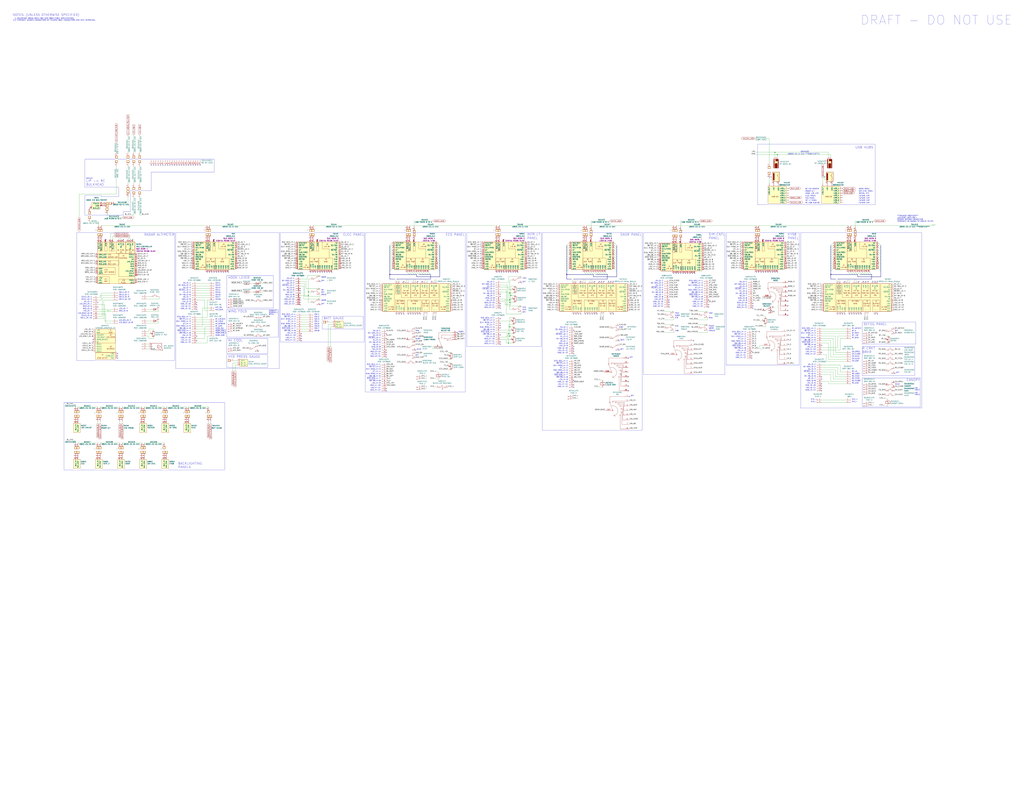
<source format=kicad_sch>
(kicad_sch (version 20230121) (generator eeschema)
  (paper "E")
  (title_block (title "OPENHORNET SYSTEM INTERCONNECT DIAGRAM") (date "2023-05-21") (rev "-") (company "OPENHORNET.COM") (comment 1 "CC BY-NC-SA"))
  (junction (at 556.26 367.03))
  (junction (at 845.82 166.37))
  (junction (at 336.55 322.58))
  (junction (at 967.74 -87.63))
  (junction (at 556.26 320.04))
  (junction (at 994.41 -77.47))
  (junction (at 554.99 364.49))
  (junction (at 994.41 -97.79))
  (junction (at 994.41 -82.55))
  (junction (at 994.41 -67.31))
  (junction (at 848.36 168.91))
  (junction (at 425.45 299.72))
  (junction (at 556.26 356.87))
  (junction (at 994.41 -92.71))
  (junction (at 994.41 -72.39))
  (junction (at 906.78 299.72))
  (junction (at 557.53 322.58))
  (junction (at 556.26 327.66))
  (junction (at 556.26 330.2))
  (junction (at 994.41 -102.87))
  (junction (at 994.41 -87.63))
  (junction (at 336.55 318.77))
  (junction (at 618.49 299.72))
  (junction (at 554.99 374.65))
  (no_connect (at 896.62 419.1))
  (no_connect (at 753.11 298.45))
  (no_connect (at 281.94 383.54))
  (no_connect (at 134.62 261.62))
  (no_connect (at 562.61 297.18))
  (no_connect (at 546.1 331.47))
  (no_connect (at 546.1 373.38))
  (no_connect (at 756.92 372.11))
  (no_connect (at 669.29 342.9))
  (no_connect (at 175.26 180.34))
  (no_connect (at 664.21 307.34))
  (no_connect (at 448.31 342.9))
  (no_connect (at 453.39 342.9))
  (no_connect (at 838.2 297.18))
  (no_connect (at 853.44 -49.53))
  (no_connect (at 896.62 384.81))
  (no_connect (at 845.82 297.18))
  (no_connect (at 554.99 297.18))
  (no_connect (at 820.42 388.62))
  (no_connect (at 833.12 297.18))
  (no_connect (at 101.6 373.38))
  (no_connect (at 167.64 180.34))
  (no_connect (at 421.64 387.35))
  (no_connect (at 546.1 336.55))
  (no_connect (at 445.77 342.9))
  (no_connect (at 455.93 342.9))
  (no_connect (at 896.62 421.64))
  (no_connect (at 549.91 297.18))
  (no_connect (at 843.28 -49.53))
  (no_connect (at 687.07 433.07))
  (no_connect (at 349.25 307.34))
  (no_connect (at 735.33 298.45))
  (no_connect (at 633.73 307.34))
  (no_connect (at 128.27 386.08))
  (no_connect (at 742.95 298.45))
  (no_connect (at 421.64 384.81))
  (no_connect (at 327.66 327.66))
  (no_connect (at 327.66 320.04))
  (no_connect (at 170.18 180.34))
  (no_connect (at 214.63 367.03))
  (no_connect (at 821.69 336.55))
  (no_connect (at 646.43 342.9))
  (no_connect (at 349.25 297.18))
  (no_connect (at 840.74 297.18))
  (no_connect (at 730.25 327.66))
  (no_connect (at 214.63 330.2))
  (no_connect (at 205.74 180.34))
  (no_connect (at 128.27 388.62))
  (no_connect (at 182.88 180.34))
  (no_connect (at 499.11 363.22))
  (no_connect (at 328.93 369.57))
  (no_connect (at 934.72 342.9))
  (no_connect (at 648.97 307.34))
  (no_connect (at 773.43 327.66))
  (no_connect (at 210.82 180.34))
  (no_connect (at 685.8 411.48))
  (no_connect (at 750.57 298.45))
  (no_connect (at 438.15 342.9))
  (no_connect (at 128.27 391.16))
  (no_connect (at 453.39 382.27))
  (no_connect (at 238.76 297.18))
  (no_connect (at 359.41 297.18))
  (no_connect (at 957.58 307.34))
  (no_connect (at 976.63 407.67))
  (no_connect (at 685.8 421.64))
  (no_connect (at 341.63 297.18))
  (no_connect (at 916.94 342.9))
  (no_connect (at 937.26 342.9))
  (no_connect (at 328.93 372.11))
  (no_connect (at 740.41 298.45))
  (no_connect (at 421.64 426.72))
  (no_connect (at 344.17 297.18))
  (no_connect (at 101.6 370.84))
  (no_connect (at 226.06 297.18))
  (no_connect (at 106.68 335.28))
  (no_connect (at 327.66 314.96))
  (no_connect (at 628.65 342.9))
  (no_connect (at 840.74 -49.53))
  (no_connect (at 919.48 342.9))
  (no_connect (at 859.79 344.17))
  (no_connect (at 626.11 383.54))
  (no_connect (at 228.6 297.18))
  (no_connect (at 195.58 180.34))
  (no_connect (at 547.37 297.18))
  (no_connect (at 848.36 -49.53))
  (no_connect (at 440.69 342.9))
  (no_connect (at 560.07 297.18))
  (no_connect (at 850.9 -49.53))
  (no_connect (at 328.93 364.49))
  (no_connect (at 830.58 297.18))
  (no_connect (at 361.95 297.18))
  (no_connect (at 565.15 297.18))
  (no_connect (at 215.9 180.34))
  (no_connect (at 200.66 180.34))
  (no_connect (at 828.04 297.18))
  (no_connect (at 932.18 342.9))
  (no_connect (at 180.34 180.34))
  (no_connect (at 626.11 420.37))
  (no_connect (at 462.28 -170.18))
  (no_connect (at 626.11 386.08))
  (no_connect (at 859.79 334.01))
  (no_connect (at 626.11 378.46))
  (no_connect (at 187.96 180.34))
  (no_connect (at 685.8 416.56))
  (no_connect (at 214.63 372.11))
  (no_connect (at 944.88 307.34))
  (no_connect (at 730.25 332.74))
  (no_connect (at 939.8 342.9))
  (no_connect (at 233.68 297.18))
  (no_connect (at 549.91 261.62))
  (no_connect (at 648.97 342.9))
  (no_connect (at 231.14 297.18))
  (no_connect (at 825.5 297.18))
  (no_connect (at 820.42 391.16))
  (no_connect (at 552.45 297.18))
  (no_connect (at 929.64 342.9))
  (no_connect (at 633.73 342.9))
  (no_connect (at 758.19 298.45))
  (no_connect (at 626.11 381))
  (no_connect (at 626.11 360.68))
  (no_connect (at 957.58 342.9))
  (no_connect (at 855.98 -49.53))
  (no_connect (at 461.01 307.34))
  (no_connect (at 233.68 261.62))
  (no_connect (at 947.42 307.34))
  (no_connect (at 213.36 180.34))
  (no_connect (at 656.59 307.34))
  (no_connect (at 435.61 342.9))
  (no_connect (at 421.64 389.89))
  (no_connect (at 730.25 330.2))
  (no_connect (at 675.64 372.11))
  (no_connect (at 557.53 297.18))
  (no_connect (at 896.62 414.02))
  (no_connect (at 339.09 297.18))
  (no_connect (at 185.42 180.34))
  (no_connect (at 927.1 342.9))
  (no_connect (at 638.81 342.9))
  (no_connect (at 243.84 297.18))
  (no_connect (at 840.74 -120.65))
  (no_connect (at 177.8 180.34))
  (no_connect (at 685.8 426.72))
  (no_connect (at 546.1 334.01))
  (no_connect (at 546.1 321.31))
  (no_connect (at 821.69 331.47))
  (no_connect (at 248.92 297.18))
  (no_connect (at 666.75 342.9))
  (no_connect (at 327.66 317.5))
  (no_connect (at 165.1 180.34))
  (no_connect (at 820.42 383.54))
  (no_connect (at 859.79 328.93))
  (no_connect (at 349.25 332.74))
  (no_connect (at 218.44 180.34))
  (no_connect (at 631.19 342.9))
  (no_connect (at 236.22 297.18))
  (no_connect (at 833.12 -49.53))
  (no_connect (at 106.68 330.2))
  (no_connect (at 666.75 307.34))
  (no_connect (at 421.64 382.27))
  (no_connect (at 654.05 307.34))
  (no_connect (at 922.02 307.34))
  (no_connect (at 198.12 180.34))
  (no_connect (at 546.1 358.14))
  (no_connect (at 546.1 347.98))
  (no_connect (at 745.49 298.45))
  (no_connect (at 421.64 364.49))
  (no_connect (at 354.33 297.18))
  (no_connect (at 922.02 342.9))
  (no_connect (at 172.72 180.34))
  (no_connect (at 626.11 422.91))
  (no_connect (at 942.34 307.34))
  (no_connect (at 433.07 342.9))
  (no_connect (at 193.04 180.34))
  (no_connect (at 421.64 424.18))
  (no_connect (at 455.93 307.34))
  (no_connect (at 203.2 180.34))
  (no_connect (at 955.04 342.9))
  (no_connect (at 675.64 382.27))
  (no_connect (at 835.66 -49.53))
  (no_connect (at 208.28 180.34))
  (no_connect (at 544.83 297.18))
  (no_connect (at 144.78 261.62))
  (no_connect (at 351.79 297.18))
  (no_connect (at 773.43 335.28))
  (no_connect (at 859.79 339.09))
  (no_connect (at 214.63 332.74))
  (no_connect (at 471.17 307.34))
  (no_connect (at 896.62 377.19))
  (no_connect (at 241.3 297.18))
  (no_connect (at 458.47 342.9))
  (no_connect (at 626.11 342.9))
  (no_connect (at 190.5 180.34))
  (no_connect (at 896.62 424.18))
  (no_connect (at 542.29 297.18))
  (no_connect (at 838.2 -49.53))
  (no_connect (at 685.8 391.16))
  (no_connect (at 773.43 332.74))
  (no_connect (at 327.66 332.74))
  (no_connect (at 546.1 375.92))
  (no_connect (at 115.57 261.62))
  (no_connect (at 730.25 335.28))
  (no_connect (at 845.82 -49.53))
  (no_connect (at 952.5 307.34))
  (no_connect (at 327.66 330.2))
  (no_connect (at 848.36 297.18))
  (no_connect (at 327.66 325.12))
  (no_connect (at 546.1 323.85))
  (no_connect (at 833.12 261.62))
  (no_connect (at 842.01 339.09))
  (no_connect (at 821.69 334.01))
  (no_connect (at 626.11 415.29))
  (no_connect (at 914.4 342.9))
  (no_connect (at 546.1 365.76))
  (no_connect (at 651.51 342.9))
  (no_connect (at 214.63 335.28))
  (no_connect (at 937.26 307.34))
  (no_connect (at 955.04 307.34))
  (no_connect (at 356.87 297.18))
  (no_connect (at 328.93 367.03))
  (no_connect (at 440.69 307.34))
  (no_connect (at 346.71 297.18))
  (no_connect (at 835.66 297.18))
  (no_connect (at 546.1 353.06))
  (no_connect (at 421.64 369.57))
  (no_connect (at 546.1 355.6))
  (no_connect (at 641.35 342.9))
  (no_connect (at 568.96 308.61))
  (no_connect (at 246.38 297.18))
  (no_connect (at 450.85 342.9))
  (no_connect (at 669.29 307.34))
  (no_connect (at 748.03 298.45))
  (no_connect (at 896.62 411.48))
  (no_connect (at 659.13 307.34))
  (no_connect (at 643.89 342.9))
  (no_connect (at 843.28 297.18))
  (no_connect (at 737.87 298.45))
  (no_connect (at 755.65 298.45))
  (no_connect (at 214.63 337.82))
  (no_connect (at 896.62 426.72))
  (no_connect (at 346.71 261.62))
  (bus_entry (at 477.52 275.59) (size 2.54 2.54))
  (bus_entry (at 427.99 293.37) (size -2.54 2.54))
  (bus_entry (at 477.52 270.51) (size 2.54 2.54))
  (bus_entry (at 640.08 297.18) (size 2.54 2.54))
  (bus_entry (at 958.85 275.59) (size 2.54 2.54))
  (bus_entry (at 909.32 290.83) (size -2.54 2.54))
  (bus_entry (at 670.56 290.83) (size 2.54 2.54))
  (bus_entry (at 958.85 265.43) (size 2.54 2.54))
  (bus_entry (at 958.85 267.97) (size 2.54 2.54))
  (bus_entry (at 621.03 265.43) (size -2.54 2.54))
  (bus_entry (at 477.52 283.21) (size 2.54 2.54))
  (bus_entry (at 637.54 297.18) (size 2.54 2.54))
  (bus_entry (at 930.91 297.18) (size 2.54 2.54))
  (bus_entry (at 427.99 290.83) (size -2.54 2.54))
  (bus_entry (at 477.52 288.29) (size 2.54 2.54))
  (bus_entry (at 621.03 283.21) (size -2.54 2.54))
  (bus_entry (at 427.99 270.51) (size -2.54 2.54))
  (bus_entry (at 467.36 297.18) (size 2.54 2.54))
  (bus_entry (at 621.03 267.97) (size -2.54 2.54))
  (bus_entry (at 652.78 297.18) (size 2.54 2.54))
  (bus_entry (at 433.07 304.8) (size 2.54 2.54))
  (bus_entry (at 427.99 280.67) (size -2.54 2.54))
  (bus_entry (at 477.52 280.67) (size 2.54 2.54))
  (bus_entry (at 670.56 288.29) (size 2.54 2.54))
  (bus_entry (at 958.85 288.29) (size 2.54 2.54))
  (bus_entry (at 623.57 304.8) (size 2.54 2.54))
  (bus_entry (at 660.4 297.18) (size 2.54 2.54))
  (bus_entry (at 427.99 267.97) (size -2.54 2.54))
  (bus_entry (at 449.58 297.18) (size 2.54 2.54))
  (bus_entry (at 909.32 273.05) (size -2.54 2.54))
  (bus_entry (at 650.24 297.18) (size 2.54 2.54))
  (bus_entry (at 457.2 297.18) (size 2.54 2.54))
  (bus_entry (at 925.83 297.18) (size 2.54 2.54))
  (bus_entry (at 909.32 280.67) (size -2.54 2.54))
  (bus_entry (at 477.52 285.75) (size 2.54 2.54))
  (bus_entry (at 670.56 278.13) (size 2.54 2.54))
  (bus_entry (at 621.03 280.67) (size -2.54 2.54))
  (bus_entry (at 430.53 304.8) (size 2.54 2.54))
  (bus_entry (at 933.45 297.18) (size 2.54 2.54))
  (bus_entry (at 909.32 267.97) (size -2.54 2.54))
  (bus_entry (at 909.32 283.21) (size -2.54 2.54))
  (bus_entry (at 958.85 280.67) (size 2.54 2.54))
  (bus_entry (at 427.99 273.05) (size -2.54 2.54))
  (bus_entry (at 909.32 265.43) (size -2.54 2.54))
  (bus_entry (at 911.86 304.8) (size 2.54 2.54))
  (bus_entry (at 670.56 280.67) (size 2.54 2.54))
  (bus_entry (at 477.52 290.83) (size 2.54 2.54))
  (bus_entry (at 670.56 270.51) (size 2.54 2.54))
  (bus_entry (at 645.16 297.18) (size 2.54 2.54))
  (bus_entry (at 670.56 273.05) (size 2.54 2.54))
  (bus_entry (at 427.99 283.21) (size -2.54 2.54))
  (bus_entry (at 928.37 297.18) (size 2.54 2.54))
  (bus_entry (at 935.99 297.18) (size 2.54 2.54))
  (bus_entry (at 621.03 285.75) (size -2.54 2.54))
  (bus_entry (at 958.85 273.05) (size 2.54 2.54))
  (bus_entry (at 626.11 304.8) (size 2.54 2.54))
  (bus_entry (at 621.03 273.05) (size -2.54 2.54))
  (bus_entry (at 477.52 267.97) (size 2.54 2.54))
  (bus_entry (at 621.03 278.13) (size -2.54 2.54))
  (bus_entry (at 914.4 304.8) (size 2.54 2.54))
  (bus_entry (at 464.82 297.18) (size 2.54 2.54))
  (bus_entry (at 621.03 288.29) (size -2.54 2.54))
  (bus_entry (at 670.56 265.43) (size 2.54 2.54))
  (bus_entry (at 477.52 278.13) (size 2.54 2.54))
  (bus_entry (at 447.04 297.18) (size 2.54 2.54))
  (bus_entry (at 946.15 297.18) (size 2.54 2.54))
  (bus_entry (at 909.32 275.59) (size -2.54 2.54))
  (bus_entry (at 427.99 285.75) (size -2.54 2.54))
  (bus_entry (at 909.32 285.75) (size -2.54 2.54))
  (bus_entry (at 427.99 278.13) (size -2.54 2.54))
  (bus_entry (at 452.12 297.18) (size 2.54 2.54))
  (bus_entry (at 909.32 288.29) (size -2.54 2.54))
  (bus_entry (at 941.07 297.18) (size 2.54 2.54))
  (bus_entry (at 427.99 275.59) (size -2.54 2.54))
  (bus_entry (at 909.32 270.51) (size -2.54 2.54))
  (bus_entry (at 454.66 297.18) (size 2.54 2.54))
  (bus_entry (at 459.74 297.18) (size 2.54 2.54))
  (bus_entry (at 621.03 293.37) (size -2.54 2.54))
  (bus_entry (at 909.32 278.13) (size -2.54 2.54))
  (bus_entry (at 670.56 283.21) (size 2.54 2.54))
  (bus_entry (at 477.52 273.05) (size 2.54 2.54))
  (bus_entry (at 444.5 297.18) (size 2.54 2.54))
  (bus_entry (at 670.56 275.59) (size 2.54 2.54))
  (bus_entry (at 958.85 285.75) (size 2.54 2.54))
  (bus_entry (at 647.7 297.18) (size 2.54 2.54))
  (bus_entry (at 427.99 288.29) (size -2.54 2.54))
  (bus_entry (at 909.32 293.37) (size -2.54 2.54))
  (bus_entry (at 958.85 293.37) (size 2.54 2.54))
  (bus_entry (at 477.52 265.43) (size 2.54 2.54))
  (bus_entry (at 958.85 278.13) (size 2.54 2.54))
  (bus_entry (at 621.03 275.59) (size -2.54 2.54))
  (bus_entry (at 670.56 267.97) (size 2.54 2.54))
  (bus_entry (at 670.56 285.75) (size 2.54 2.54))
  (bus_entry (at 427.99 265.43) (size -2.54 2.54))
  (bus_entry (at 958.85 283.21) (size 2.54 2.54))
  (bus_entry (at 657.86 297.18) (size 2.54 2.54))
  (bus_entry (at 655.32 297.18) (size 2.54 2.54))
  (bus_entry (at 958.85 290.83) (size 2.54 2.54))
  (bus_entry (at 943.61 297.18) (size 2.54 2.54))
  (bus_entry (at 958.85 270.51) (size 2.54 2.54))
  (bus_entry (at 621.03 270.51) (size -2.54 2.54))
  (bus_entry (at 670.56 293.37) (size 2.54 2.54))
  (bus_entry (at 621.03 290.83) (size -2.54 2.54))
  (bus_entry (at 938.53 297.18) (size 2.54 2.54))
  (bus_entry (at 948.69 297.18) (size 2.54 2.54))
  (bus_entry (at 462.28 297.18) (size 2.54 2.54))
  (bus_entry (at 642.62 297.18) (size 2.54 2.54))
  (bus_entry (at 477.52 293.37) (size 2.54 2.54))
  (polyline (pts (xy 1004.57 412.75) (xy 941.07 412.75)))
  (wire (pts (xy 160.02 378.46) (xy 162.56 378.46)))
  (wire (pts (xy 116.84 237.49) (xy 133.35 237.49)))
  (wire (pts (xy 273.05 309.88) (xy 276.86 309.88)))
  (wire (pts (xy 554.99 354.33) (xy 554.99 364.49)))
  (wire (pts (xy 349.25 316.23) (xy 349.25 314.96)))
  (wire (pts (xy 228.6 327.66) (xy 226.06 327.66)))
  (bus (pts (xy 618.49 304.8) (xy 623.57 304.8)))
  (wire (pts (xy 133.35 444.5) (xy 154.94 444.5)))
  (wire (pts (xy 546.1 326.39) (xy 551.18 326.39)))
  (wire (pts (xy 561.34 356.87) (xy 556.26 356.87)))
  (polyline (pts (xy 247.65 336.55) (xy 298.45 336.55)))
  (wire (pts (xy 914.4 408.94) (xy 923.29 408.94)))
  (bus (pts (xy 618.49 293.37) (xy 618.49 295.91)))
  (wire (pts (xy 228.6 367.03) (xy 226.06 367.03)))
  (wire (pts (xy 655.32 422.91) (xy 657.86 422.91)))
  (wire (pts (xy 561.34 364.49) (xy 554.99 364.49)))
  (wire (pts (xy 932.18 307.34) (xy 932.18 306.07)))
  (wire (pts (xy 123.19 257.81) (xy 123.19 261.62)))
  (bus (pts (xy 673.1 290.83) (xy 673.1 293.37)))
  (bus (pts (xy 673.1 275.59) (xy 673.1 278.13)))
  (bus (pts (xy 480.06 283.21) (xy 480.06 285.75)))
  (bus (pts (xy 425.45 280.67) (xy 425.45 283.21)))
  (bus (pts (xy 618.49 275.59) (xy 618.49 278.13)))
  (bus (pts (xy 464.82 299.72) (xy 467.36 299.72)))
  (bus (pts (xy 469.9 299.72) (xy 469.9 304.8)))
  (polyline (pts (xy 999.49 375.92) (xy 941.07 375.92)))
  (bus (pts (xy 449.58 299.72) (xy 452.12 299.72)))
  (wire (pts (xy 562.61 320.04) (xy 556.26 320.04)))
  (bus (pts (xy 425.45 275.59) (xy 425.45 278.13)))
  (wire (pts (xy 896.62 372.11) (xy 906.78 372.11)))
  (wire (pts (xy 833.12 356.87) (xy 835.66 356.87)))
  (wire (pts (xy 556.26 320.04) (xy 556.26 327.66)))
  (wire (pts (xy 106.68 332.74) (xy 114.3 332.74)))
  (wire (pts (xy 896.62 361.95) (xy 923.29 361.95)))
  (bus (pts (xy 626.11 304.8) (xy 662.94 304.8)))
  (wire (pts (xy 228.6 322.58) (xy 214.63 322.58)))
  (wire (pts (xy 327.66 322.58) (xy 336.55 322.58)))
  (wire (pts (xy 118.11 340.36) (xy 123.19 340.36)))
  (wire (pts (xy 106.68 347.98) (xy 113.03 347.98)))
  (wire (pts (xy 109.22 459.74) (xy 109.22 462.28)))
  (wire (pts (xy 848.36 171.45) (xy 848.36 168.91)))
  (wire (pts (xy 896.62 406.4) (xy 909.32 406.4)))
  (wire (pts (xy 839.47 194.31) (xy 839.47 200.66)))
  (polyline (pts (xy 509.27 254) (xy 590.55 254)))
  (wire (pts (xy 336.55 356.87) (xy 328.93 356.87)))
  (polyline (pts (xy 1005.84 254) (xy 1005.84 445.77)))
  (wire (pts (xy 1019.81 245.11) (xy 1021.08 245.11)))
  (polyline (pts (xy 110.49 214.63) (xy 110.49 213.36)))
  (wire (pts (xy 160.02 364.49) (xy 163.83 364.49)))
  (bus (pts (xy 906.78 299.72) (xy 906.78 304.8)))
  (wire (pts (xy 228.6 339.09) (xy 223.52 339.09)))
  (wire (pts (xy 160.02 367.03) (xy 162.56 367.03)))
  (bus (pts (xy 943.61 299.72) (xy 946.15 299.72)))
  (wire (pts (xy 360.68 356.87) (xy 360.68 378.46)))
  (wire (pts (xy 124.46 257.81) (xy 123.19 257.81)))
  (polyline (pts (xy 591.82 469.9) (xy 591.82 254)))
  (wire (pts (xy 349.25 321.31) (xy 349.25 323.85)))
  (wire (pts (xy 835.66 345.44) (xy 835.66 346.71)))
  (polyline (pts (xy 397.51 254) (xy 397.51 373.38)))
  (bus (pts (xy 642.62 299.72) (xy 645.16 299.72)))
  (polyline (pts (xy 298.45 336.55) (xy 298.45 300.99)))
  (wire (pts (xy 772.16 363.22) (xy 762 363.22)))
  (wire (pts (xy 334.01 307.34) (xy 334.01 314.96)))
  (wire (pts (xy 924.56 306.07) (xy 927.1 306.07)))
  (wire (pts (xy 116.84 339.09) (xy 116.84 340.36)))
  (wire (pts (xy 556.26 356.87) (xy 556.26 367.03)))
  (wire (pts (xy 146.05 147.32) (xy 146.05 166.37)))
  (polyline (pts (xy 190.5 254) (xy 83.82 254)))
  (polyline (pts (xy 292.1 369.57) (xy 292.1 386.08)))
  (wire (pts (xy 167.64 359.41) (xy 167.64 360.68)))
  (bus (pts (xy 928.37 299.72) (xy 930.91 299.72)))
  (wire (pts (xy 901.7 394.97) (xy 901.7 387.35)))
  (polyline (pts (xy 941.07 410.21) (xy 941.07 378.46)))
  (wire (pts (xy 335.28 300.99) (xy 349.25 300.99)))
  (wire (pts (xy 923.29 389.89) (xy 906.78 389.89)))
  (wire (pts (xy 568.96 335.28) (xy 568.96 334.01)))
  (wire (pts (xy 116.84 237.49) (xy 116.84 233.68)))
  (wire (pts (xy 568.96 303.53) (xy 568.96 302.26)))
  (wire (pts (xy 554.99 364.49) (xy 554.99 374.65)))
  (wire (pts (xy 472.44 381) (xy 472.44 378.46)))
  (polyline (pts (xy 247.65 387.35) (xy 292.1 387.35)))
  (wire (pts (xy 737.87 246.38) (xy 825.5 246.38)))
  (wire (pts (xy 152.4 181.61) (xy 152.4 200.66)))
  (bus (pts (xy 946.15 299.72) (xy 948.69 299.72)))
  (wire (pts (xy 160.02 337.82) (xy 165.1 337.82)))
  (bus (pts (xy 618.49 295.91) (xy 618.49 299.72)))
  (wire (pts (xy 82.55 483.87) (xy 82.55 481.33)))
  (wire (pts (xy 82.55 444.5) (xy 82.55 441.96)))
  (polyline (pts (xy 590.55 378.46) (xy 509.27 378.46)))
  (wire (pts (xy 130.81 459.74) (xy 130.81 462.28)))
  (wire (pts (xy 160.02 323.85) (xy 163.83 323.85)))
  (wire (pts (xy 557.53 350.52) (xy 546.1 350.52)))
  (wire (pts (xy 336.55 318.77) (xy 336.55 322.58)))
  (wire (pts (xy 909.32 406.4) (xy 909.32 414.02)))
  (polyline (pts (xy 142.24 231.14) (xy 134.62 231.14)))
  (wire (pts (xy 909.32 414.02) (xy 923.29 414.02)))
  (wire (pts (xy 552.45 342.9) (xy 552.45 316.23)))
  (polyline (pts (xy 941.07 412.75) (xy 941.07 444.5)))
  (wire (pts (xy 772.16 355.6) (xy 772.16 354.33)))
  (wire (pts (xy 558.8 337.82) (xy 556.26 337.82)))
  (wire (pts (xy 228.6 349.25) (xy 214.63 349.25)))
  (wire (pts (xy 735.33 355.6) (xy 735.33 354.33)))
  (wire (pts (xy 339.09 318.77) (xy 336.55 318.77)))
  (bus (pts (xy 618.49 299.72) (xy 640.08 299.72)))
  (wire (pts (xy 228.6 320.04) (xy 214.63 320.04)))
  (wire (pts (xy 336.55 344.17) (xy 328.93 344.17)))
  (wire (pts (xy 896.62 439.42) (xy 923.29 439.42)))
  (wire (pts (xy 488.95 403.86) (xy 492.76 403.86)))
  (wire (pts (xy 557.53 312.42) (xy 557.53 322.58)))
  (wire (pts (xy 152.4 215.9) (xy 152.4 234.95)))
  (wire (pts (xy 358.14 354.33) (xy 358.14 378.46)))
  (wire (pts (xy 332.74 323.85) (xy 349.25 323.85)))
  (wire (pts (xy 85.09 444.5) (xy 106.68 444.5)))
  (bus (pts (xy 425.45 283.21) (xy 425.45 285.75)))
  (wire (pts (xy 336.55 361.95) (xy 328.93 361.95)))
  (wire (pts (xy 643.89 306.07) (xy 646.43 306.07)))
  (polyline (pts (xy 292.1 387.35) (xy 292.1 401.32)))
  (wire (pts (xy 928.37 246.38) (xy 1017.27 246.38)))
  (wire (pts (xy 923.29 416.56) (xy 906.78 416.56)))
  (wire (pts (xy 106.68 342.9) (xy 115.57 342.9)))
  (wire (pts (xy 114.3 332.74) (xy 114.3 350.52)))
  (wire (pts (xy 742.95 247.65) (xy 742.95 241.3)))
  (wire (pts (xy 223.52 369.57) (xy 214.63 369.57)))
  (wire (pts (xy 113.03 327.66) (xy 123.19 327.66)))
  (wire (pts (xy 967.74 -76.2) (xy 970.28 -76.2)))
  (polyline (pts (xy 791.21 408.94) (xy 702.31 408.94)))
  (wire (pts (xy 332.74 309.88) (xy 332.74 323.85)))
  (wire (pts (xy 473.71 381) (xy 472.44 381)))
  (wire (pts (xy 824.23 151.13) (xy 839.47 151.13)))
  (bus (pts (xy 906.78 275.59) (xy 906.78 278.13)))
  (polyline (pts (xy 396.24 345.44) (xy 396.24 359.41)))
  (bus (pts (xy 906.78 270.51) (xy 906.78 273.05)))
  (bus (pts (xy 961.39 275.59) (xy 961.39 278.13)))
  (wire (pts (xy 157.48 483.87) (xy 179.07 483.87)))
  (bus (pts (xy 425.45 304.8) (xy 430.53 304.8)))
  (bus (pts (xy 433.07 304.8) (xy 469.9 304.8)))
  (bus (pts (xy 961.39 270.51) (xy 961.39 273.05)))
  (polyline (pts (xy 873.76 254) (xy 1005.84 254)))
  (wire (pts (xy 106.68 325.12) (xy 109.22 325.12)))
  (bus (pts (xy 480.06 293.37) (xy 480.06 295.91)))
  (wire (pts (xy 994.41 -102.87) (xy 994.41 -105.41)))
  (wire (pts (xy 553.72 370.84) (xy 553.72 363.22)))
  (wire (pts (xy 82.55 481.33) (xy 80.01 481.33)))
  (wire (pts (xy 146.05 215.9) (xy 146.05 234.95)))
  (wire (pts (xy 228.6 364.49) (xy 214.63 364.49)))
  (wire (pts (xy 554.99 326.39) (xy 558.8 326.39)))
  (wire (pts (xy 106.68 459.74) (xy 106.68 462.28)))
  (wire (pts (xy 557.53 360.68) (xy 546.1 360.68)))
  (bus (pts (xy 961.39 293.37) (xy 961.39 295.91)))
  (wire (pts (xy 116.84 340.36) (xy 106.68 340.36)))
  (wire (pts (xy 349.25 302.26) (xy 349.25 300.99)))
  (polyline (pts (xy 792.48 254) (xy 872.49 254)))
  (wire (pts (xy 554.99 308.61) (xy 554.99 302.26)))
  (polyline (pts (xy 92.71 204.47) (xy 129.54 204.47)))
  (wire (pts (xy 994.41 -67.31) (xy 994.41 -64.77)))
  (polyline (pts (xy 190.5 254) (xy 190.5 393.7)))
  (wire (pts (xy 561.34 374.65) (xy 554.99 374.65)))
  (wire (pts (xy 488.95 396.24) (xy 492.76 396.24)))
  (bus (pts (xy 930.91 299.72) (xy 933.45 299.72)))
  (polyline (pts (xy 129.54 214.63) (xy 110.49 214.63)))
  (wire (pts (xy 336.55 330.2) (xy 339.09 330.2)))
  (wire (pts (xy 349.25 327.66) (xy 349.25 326.39)))
  (wire (pts (xy 561.34 346.71) (xy 556.26 346.71)))
  (wire (pts (xy 557.53 370.84) (xy 553.72 370.84)))
  (wire (pts (xy 552.45 370.84) (xy 546.1 370.84)))
  (polyline (pts (xy 292.1 386.08) (xy 247.65 386.08)))
  (wire (pts (xy 115.57 342.9) (xy 115.57 353.06)))
  (wire (pts (xy 139.7 181.61) (xy 139.7 200.66)))
  (bus (pts (xy 480.06 280.67) (xy 480.06 283.21)))
  (bus (pts (xy 652.78 299.72) (xy 655.32 299.72)))
  (wire (pts (xy 932.18 306.07) (xy 934.72 306.07)))
  (wire (pts (xy 228.6 356.87) (xy 223.52 356.87)))
  (bus (pts (xy 618.49 283.21) (xy 618.49 285.75)))
  (wire (pts (xy 450.85 306.07) (xy 453.39 306.07)))
  (wire (pts (xy 831.85 323.85) (xy 833.12 323.85)))
  (wire (pts (xy 735.33 363.22) (xy 725.17 363.22)))
  (bus (pts (xy 425.45 278.13) (xy 425.45 280.67)))
  (wire (pts (xy 568.96 334.01) (xy 553.72 334.01)))
  (wire (pts (xy 916.94 398.78) (xy 896.62 398.78)))
  (wire (pts (xy 118.11 337.82) (xy 118.11 340.36)))
  (wire (pts (xy 228.6 336.55) (xy 220.98 336.55)))
  (wire (pts (xy 735.33 346.71) (xy 735.33 349.25)))
  (bus (pts (xy 618.49 299.72) (xy 618.49 304.8)))
  (wire (pts (xy 556.26 327.66) (xy 556.26 330.2)))
  (wire (pts (xy 904.24 374.65) (xy 904.24 392.43)))
  (wire (pts (xy 110.49 327.66) (xy 110.49 320.04)))
  (wire (pts (xy 657.86 415.29) (xy 655.32 415.29)))
  (wire (pts (xy 772.16 346.71) (xy 772.16 349.25)))
  (bus (pts (xy 662.94 299.72) (xy 662.94 304.8)))
  (polyline (pts (xy 247.65 368.3) (xy 247.65 337.82)))
  (wire (pts (xy 645.16 247.65) (xy 645.16 241.3)))
  (wire (pts (xy 904.24 166.37) (xy 845.82 166.37)))
  (bus (pts (xy 938.53 299.72) (xy 941.07 299.72)))
  (wire (pts (xy 111.76 325.12) (xy 111.76 345.44)))
  (polyline (pts (xy 190.5 393.7) (xy 83.82 393.7)))
  (bus (pts (xy 467.36 299.72) (xy 469.9 299.72)))
  (wire (pts (xy 97.79 242.57) (xy 107.95 242.57)))
  (polyline (pts (xy 191.77 254) (xy 304.8 254)))
  (bus (pts (xy 673.1 273.05) (xy 673.1 275.59)))
  (wire (pts (xy 228.6 312.42) (xy 214.63 312.42)))
  (wire (pts (xy 226.06 367.03) (xy 226.06 374.65)))
  (wire (pts (xy 107.95 242.57) (xy 107.95 246.38)))
  (bus (pts (xy 961.39 290.83) (xy 961.39 293.37)))
  (wire (pts (xy 896.62 367.03) (xy 911.86 367.03)))
  (bus (pts (xy 906.78 285.75) (xy 906.78 288.29)))
  (wire (pts (xy 139.7 147.32) (xy 139.7 166.37)))
  (bus (pts (xy 673.1 285.75) (xy 673.1 288.29)))
  (bus (pts (xy 673.1 270.51) (xy 673.1 273.05)))
  (polyline (pts (xy 306.07 254) (xy 397.51 254)))
  (wire (pts (xy 835.66 356.87) (xy 835.66 354.33)))
  (wire (pts (xy 554.99 313.69) (xy 554.99 316.23)))
  (wire (pts (xy 911.86 384.81) (xy 911.86 367.03)))
  (wire (pts (xy 927.1 306.07) (xy 927.1 307.34)))
  (wire (pts (xy 162.56 361.95) (xy 162.56 359.41)))
  (polyline (pts (xy 701.04 254) (xy 701.04 469.9)))
  (bus (pts (xy 650.24 299.72) (xy 652.78 299.72)))
  (wire (pts (xy 172.72 337.82) (xy 172.72 340.36)))
  (wire (pts (xy 133.35 483.87) (xy 154.94 483.87)))
  (wire (pts (xy 336.55 351.79) (xy 328.93 351.79)))
  (polyline (pts (xy 873.76 445.77) (xy 873.76 254)))
  (wire (pts (xy 923.29 436.88) (xy 896.62 436.88)))
  (bus (pts (xy 618.49 280.67) (xy 618.49 283.21)))
  (bus (pts (xy 673.1 293.37) (xy 673.1 295.91)))
  (bus (pts (xy 618.49 288.29) (xy 618.49 290.83)))
  (polyline (pts (xy 142.24 208.28) (xy 142.24 231.14)))
  (polyline (pts (xy 69.85 513.08) (xy 245.11 513.08)))
  (wire (pts (xy 897.89 194.31) (xy 897.89 200.66)))
  (polyline (pts (xy 303.53 368.3) (xy 247.65 368.3)))
  (bus (pts (xy 425.45 290.83) (xy 425.45 293.37)))
  (polyline (pts (xy 92.71 234.95) (xy 134.62 234.95)))
  (wire (pts (xy 735.33 340.36) (xy 725.17 340.36)))
  (wire (pts (xy 904.24 171.45) (xy 904.24 166.37)))
  (wire (pts (xy 228.6 314.96) (xy 214.63 314.96)))
  (wire (pts (xy 331.47 312.42) (xy 331.47 326.39)))
  (wire (pts (xy 223.52 356.87) (xy 223.52 369.57)))
  (bus (pts (xy 480.06 270.51) (xy 480.06 273.05)))
  (wire (pts (xy 223.52 339.09) (xy 223.52 327.66)))
  (polyline (pts (xy 83.82 254) (xy 83.82 393.7)))
  (polyline (pts (xy 165.1 208.28) (xy 142.24 208.28)))
  (wire (pts (xy 264.16 309.88) (xy 265.43 309.88)))
  (polyline (pts (xy 129.54 204.47) (xy 129.54 214.63)))
  (bus (pts (xy 618.49 270.51) (xy 618.49 273.05)))
  (wire (pts (xy 146.05 200.66) (xy 146.05 181.61)))
  (wire (pts (xy 551.18 326.39) (xy 551.18 327.66)))
  (polyline (pts (xy 1004.57 412.75) (xy 1004.57 444.5)))
  (bus (pts (xy 480.06 288.29) (xy 480.06 290.83)))
  (wire (pts (xy 896.62 382.27) (xy 916.94 382.27)))
  (bus (pts (xy 480.06 275.59) (xy 480.06 278.13)))
  (wire (pts (xy 916.94 369.57) (xy 916.94 382.27)))
  (wire (pts (xy 831.85 326.39) (xy 831.85 323.85)))
  (bus (pts (xy 906.78 280.67) (xy 906.78 283.21)))
  (wire (pts (xy 969.01 435.61) (xy 966.47 435.61)))
  (bus (pts (xy 457.2 299.72) (xy 459.74 299.72)))
  (wire (pts (xy 896.62 401.32) (xy 914.4 401.32)))
  (polyline (pts (xy 233.68 173.99) (xy 92.71 173.99)))
  (wire (pts (xy 473.71 306.07) (xy 476.25 306.07)))
  (wire (pts (xy 109.22 322.58) (xy 123.19 322.58)))
  (wire (pts (xy 640.08 246.38) (xy 735.33 246.38)))
  (wire (pts (xy 124.46 255.27) (xy 120.65 255.27)))
  (wire (pts (xy 453.39 306.07) (xy 453.39 307.34)))
  (wire (pts (xy 967.74 -87.63) (xy 965.2 -87.63)))
  (wire (pts (xy 450.85 307.34) (xy 450.85 306.07)))
  (wire (pts (xy 335.28 300.99) (xy 335.28 304.8)))
  (wire (pts (xy 735.33 360.68) (xy 735.33 363.22)))
  (wire (pts (xy 561.34 354.33) (xy 554.99 354.33)))
  (wire (pts (xy 129.54 260.35) (xy 132.08 260.35)))
  (bus (pts (xy 906.78 273.05) (xy 906.78 275.59)))
  (wire (pts (xy 85.09 483.87) (xy 106.68 483.87)))
  (polyline (pts (xy 110.49 213.36) (xy 92.71 213.36)))
  (polyline (pts (xy 999.49 351.79) (xy 999.49 375.92)))
  (wire (pts (xy 228.6 354.33) (xy 214.63 354.33)))
  (bus (pts (xy 425.45 270.51) (xy 425.45 273.05)))
  (wire (pts (xy 923.29 394.97) (xy 901.7 394.97)))
  (bus (pts (xy 961.39 285.75) (xy 961.39 288.29)))
  (wire (pts (xy 162.56 367.03) (xy 162.56 369.57)))
  (wire (pts (xy 256.54 398.78) (xy 259.08 398.78)))
  (polyline (pts (xy 351.79 359.41) (xy 351.79 345.44)))
  (wire (pts (xy 443.23 307.34) (xy 443.23 306.07)))
  (wire (pts (xy 636.27 307.34) (xy 636.27 306.07)))
  (wire (pts (xy 452.12 247.65) (xy 452.12 241.3)))
  (bus (pts (xy 618.49 278.13) (xy 618.49 280.67)))
  (bus (pts (xy 673.1 267.97) (xy 673.1 270.51)))
  (bus (pts (xy 447.04 299.72) (xy 449.58 299.72)))
  (wire (pts (xy 772.16 349.25) (xy 762 349.25)))
  (wire (pts (xy 111.76 345.44) (xy 106.68 345.44)))
  (wire (pts (xy 772.16 341.63) (xy 772.16 340.36)))
  (bus (pts (xy 933.45 299.72) (xy 935.99 299.72)))
  (wire (pts (xy 115.57 353.06) (xy 123.19 353.06)))
  (polyline (pts (xy 191.77 402.59) (xy 191.77 254)))
  (bus (pts (xy 655.32 299.72) (xy 657.86 299.72)))
  (wire (pts (xy 139.7 214.63) (xy 139.7 222.25)))
  (bus (pts (xy 452.12 299.72) (xy 454.66 299.72)))
  (wire (pts (xy 114.3 350.52) (xy 123.19 350.52)))
  (polyline (pts (xy 245.11 439.42) (xy 245.11 513.08)))
  (wire (pts (xy 173.99 326.39) (xy 160.02 326.39)))
  (wire (pts (xy 967.74 -87.63) (xy 967.74 -83.82)))
  (wire (pts (xy 845.82 171.45) (xy 845.82 166.37)))
  (wire (pts (xy 123.19 337.82) (xy 120.65 337.82)))
  (wire (pts (xy 273.05 318.77) (xy 276.86 318.77)))
  (bus (pts (xy 906.78 290.83) (xy 906.78 293.37)))
  (bus (pts (xy 941.07 299.72) (xy 943.61 299.72)))
  (wire (pts (xy 466.09 306.07) (xy 466.09 307.34)))
  (wire (pts (xy 254 405.13) (xy 254 396.24)))
  (wire (pts (xy 967.74 -78.74) (xy 967.74 -76.2)))
  (bus (pts (xy 618.49 290.83) (xy 618.49 293.37)))
  (wire (pts (xy 561.34 367.03) (xy 556.26 367.03)))
  (polyline (pts (xy 509.27 378.46) (xy 509.27 254)))
  (bus (pts (xy 459.74 299.72) (xy 462.28 299.72)))
  (wire (pts (xy 554.99 318.77) (xy 554.99 326.39)))
  (polyline (pts (xy 247.65 386.08) (xy 247.65 369.57)))
  (wire (pts (xy 472.44 378.46) (xy 473.71 378.46)))
  (wire (pts (xy 492.76 392.43) (xy 488.95 392.43)))
  (polyline (pts (xy 941.07 378.46) (xy 998.22 378.46)))
  (wire (pts (xy 127 166.37) (xy 127 156.21)))
  (wire (pts (xy 562.61 322.58) (xy 557.53 322.58)))
  (wire (pts (xy 336.55 349.25) (xy 328.93 349.25)))
  (bus (pts (xy 961.39 273.05) (xy 961.39 275.59)))
  (wire (pts (xy 916.94 406.4) (xy 916.94 398.78)))
  (wire (pts (xy 896.62 364.49) (xy 923.29 364.49)))
  (bus (pts (xy 425.45 295.91) (xy 425.45 299.72)))
  (polyline (pts (xy 702.31 408.94) (xy 702.31 254)))
  (bus (pts (xy 673.1 280.67) (xy 673.1 283.21)))
  (wire (pts (xy 552.45 374.65) (xy 552.45 370.84)))
  (wire (pts (xy 645.16 241.3) (xy 665.48 241.3)))
  (wire (pts (xy 742.95 241.3) (xy 763.27 241.3)))
  (wire (pts (xy 557.53 322.58) (xy 557.53 332.74)))
  (bus (pts (xy 906.78 295.91) (xy 906.78 299.72)))
  (wire (pts (xy 139.7 261.62) (xy 139.7 260.35)))
  (bus (pts (xy 425.45 299.72) (xy 447.04 299.72)))
  (polyline (pts (xy 247.65 369.57) (xy 292.1 369.57)))
  (bus (pts (xy 425.45 299.72) (xy 425.45 304.8)))
  (polyline (pts (xy 872.49 398.78) (xy 792.48 398.78)))
  (wire (pts (xy 904.24 419.1) (xy 904.24 416.56)))
  (polyline (pts (xy 398.78 427.99) (xy 398.78 254)))
  (polyline (pts (xy 591.82 254) (xy 701.04 254)))
  (wire (pts (xy 556.26 306.07) (xy 558.8 306.07)))
  (wire (pts (xy 833.12 345.44) (xy 835.66 345.44)))
  (wire (pts (xy 339.09 304.8) (xy 336.55 304.8)))
  (wire (pts (xy 447.04 246.38) (xy 542.29 246.38)))
  (polyline (pts (xy 303.53 337.82) (xy 303.53 368.3)))
  (bus (pts (xy 914.4 304.8) (xy 951.23 304.8)))
  (polyline (pts (xy 508 254) (xy 508 427.99)))
  (wire (pts (xy 923.29 384.81) (xy 911.86 384.81)))
  (wire (pts (xy 287.02 309.88) (xy 284.48 309.88)))
  (wire (pts (xy 476.25 306.07) (xy 476.25 307.34)))
  (wire (pts (xy 904.24 392.43) (xy 923.29 392.43)))
  (wire (pts (xy 173.99 323.85) (xy 173.99 326.39)))
  (bus (pts (xy 647.7 302.26) (xy 647.7 299.72)))
  (polyline (pts (xy 702.31 254) (xy 791.21 254)))
  (wire (pts (xy 553.72 334.01) (xy 553.72 311.15)))
  (wire (pts (xy 735.33 341.63) (xy 735.33 340.36)))
  (polyline (pts (xy 298.45 300.99) (xy 247.65 300.99)))
  (wire (pts (xy 220.98 336.55) (xy 220.98 356.87)))
  (wire (pts (xy 205.74 444.5) (xy 227.33 444.5)))
  (wire (pts (xy 256.54 405.13) (xy 256.54 398.78)))
  (wire (pts (xy 909.32 369.57) (xy 909.32 387.35)))
  (wire (pts (xy 82.55 441.96) (xy 80.01 441.96)))
  (wire (pts (xy 336.55 359.41) (xy 328.93 359.41)))
  (wire (pts (xy 473.71 307.34) (xy 473.71 306.07)))
  (wire (pts (xy 227.33 459.74) (xy 227.33 462.28)))
  (wire (pts (xy 554.99 302.26) (xy 568.96 302.26)))
  (polyline (pts (xy 397.51 373.38) (xy 306.07 373.38)))
  (wire (pts (xy 152.4 147.32) (xy 152.4 166.37)))
  (polyline (pts (xy 304.8 254) (xy 304.8 402.59)))
  (wire (pts (xy 562.61 330.2) (xy 556.26 330.2)))
  (wire (pts (xy 1018.54 245.11) (xy 1018.54 246.38)))
  (bus (pts (xy 906.78 267.97) (xy 906.78 270.51)))
  (bus (pts (xy 906.78 278.13) (xy 906.78 280.67)))
  (bus (pts (xy 425.45 285.75) (xy 425.45 288.29)))
  (polyline (pts (xy 941.07 375.92) (xy 941.07 351.79)))
  (bus (pts (xy 660.4 299.72) (xy 662.94 299.72)))
  (wire (pts (xy 568.96 342.9) (xy 552.45 342.9)))
  (wire (pts (xy 772.16 340.36) (xy 762 340.36)))
  (wire (pts (xy 829.31 377.19) (xy 831.85 377.19)))
  (wire (pts (xy 162.56 359.41) (xy 167.64 359.41)))
  (wire (pts (xy 896.62 379.73) (xy 914.4 379.73)))
  (wire (pts (xy 129.54 261.62) (xy 129.54 260.35)))
  (wire (pts (xy 556.26 330.2) (xy 556.26 337.82)))
  (wire (pts (xy 909.32 387.35) (xy 923.29 387.35)))
  (polyline (pts (xy 306.07 373.38) (xy 306.07 254)))
  (wire (pts (xy 906.78 168.91) (xy 848.36 168.91)))
  (wire (pts (xy 925.83 246.38) (xy 828.04 246.38)))
  (wire (pts (xy 557.53 332.74) (xy 551.18 332.74)))
  (bus (pts (xy 618.49 267.97) (xy 618.49 270.51)))
  (wire (pts (xy 896.62 387.35) (xy 901.7 387.35)))
  (bus (pts (xy 480.06 278.13) (xy 480.06 280.67)))
  (bus (pts (xy 640.08 299.72) (xy 642.62 299.72)))
  (wire (pts (xy 1018.54 246.38) (xy 1019.81 246.38)))
  (wire (pts (xy 334.01 314.96) (xy 349.25 314.96)))
  (wire (pts (xy 336.55 304.8) (xy 336.55 318.77)))
  (wire (pts (xy 636.27 306.07) (xy 638.81 306.07)))
  (wire (pts (xy 336.55 322.58) (xy 336.55 330.2)))
  (wire (pts (xy 228.6 317.5) (xy 214.63 317.5)))
  (bus (pts (xy 961.39 295.91) (xy 961.39 302.26)))
  (polyline (pts (xy 233.68 187.96) (xy 233.68 173.99)))
  (bus (pts (xy 906.78 304.8) (xy 911.86 304.8)))
  (wire (pts (xy 772.16 354.33) (xy 762 354.33)))
  (bus (pts (xy 906.78 299.72) (xy 928.37 299.72)))
  (bus (pts (xy 425.45 273.05) (xy 425.45 275.59)))
  (wire (pts (xy 463.55 307.34) (xy 463.55 306.07)))
  (wire (pts (xy 933.45 241.3) (xy 953.77 241.3)))
  (wire (pts (xy 970.28 367.03) (xy 966.47 367.03)))
  (wire (pts (xy 966.47 443.23) (xy 969.01 443.23)))
  (wire (pts (xy 911.86 403.86) (xy 896.62 403.86)))
  (wire (pts (xy 139.7 260.35) (xy 142.24 260.35)))
  (wire (pts (xy 824.23 168.91) (xy 848.36 168.91)))
  (wire (pts (xy 120.65 339.09) (xy 116.84 339.09)))
  (wire (pts (xy 358.14 354.33) (xy 363.22 354.33)))
  (wire (pts (xy 914.4 367.03) (xy 923.29 367.03)))
  (polyline (pts (xy 791.21 254) (xy 791.21 408.94)))
  (wire (pts (xy 334.01 307.34) (xy 327.66 307.34)))
  (polyline (pts (xy 247.65 401.32) (xy 247.65 387.35)))
  (polyline (pts (xy 826.77 223.52) (xy 826.77 157.48)))
  (wire (pts (xy 554.99 316.23) (xy 558.8 316.23)))
  (polyline (pts (xy 872.49 254) (xy 872.49 398.78)))
  (wire (pts (xy 445.77 306.07) (xy 445.77 307.34)))
  (wire (pts (xy 162.56 375.92) (xy 160.02 375.92)))
  (wire (pts (xy 254 396.24) (xy 259.08 396.24)))
  (polyline (pts (xy 165.1 187.96) (xy 233.68 187.96)))
  (wire (pts (xy 996.95 -64.77) (xy 994.41 -64.77)))
  (wire (pts (xy 476.25 414.02) (xy 478.79 414.02)))
  (wire (pts (xy 228.6 246.38) (xy 339.09 246.38)))
  (bus (pts (xy 425.45 293.37) (xy 425.45 295.91)))
  (wire (pts (xy 284.48 318.77) (xy 287.02 318.77)))
  (wire (pts (xy 568.96 340.36) (xy 568.96 342.9)))
  (polyline (pts (xy 92.71 213.36) (xy 92.71 234.95)))
  (wire (pts (xy 552.45 367.03) (xy 552.45 368.3)))
  (wire (pts (xy 228.6 359.41) (xy 214.63 359.41)))
  (wire (pts (xy 123.19 325.12) (xy 111.76 325.12)))
  (wire (pts (xy 172.72 350.52) (xy 172.72 353.06)))
  (wire (pts (xy 162.56 369.57) (xy 167.64 369.57)))
  (wire (pts (xy 109.22 483.87) (xy 130.81 483.87)))
  (wire (pts (xy 160.02 350.52) (xy 165.1 350.52)))
  (wire (pts (xy 735.33 354.33) (xy 725.17 354.33)))
  (wire (pts (xy 162.56 381) (xy 160.02 381)))
  (wire (pts (xy 228.6 351.79) (xy 214.63 351.79)))
  (bus (pts (xy 673.1 302.26) (xy 647.7 302.26)))
  (wire (pts (xy 923.29 411.48) (xy 911.86 411.48)))
  (wire (pts (xy 906.78 171.45) (xy 906.78 168.91)))
  (wire (pts (xy 551.18 327.66) (xy 556.26 327.66)))
  (bus (pts (xy 906.78 288.29) (xy 906.78 290.83)))
  (wire (pts (xy 172.72 353.06) (xy 160.02 353.06)))
  (wire (pts (xy 906.78 408.94) (xy 896.62 408.94)))
  (polyline (pts (xy 247.65 337.82) (xy 303.53 337.82)))
  (wire (pts (xy 553.72 363.22) (xy 546.1 363.22)))
  (wire (pts (xy 735.33 349.25) (xy 725.17 349.25)))
  (wire (pts (xy 896.62 359.41) (xy 923.29 359.41)))
  (polyline (pts (xy 792.48 398.78) (xy 792.48 254)))
  (wire (pts (xy 228.6 361.95) (xy 214.63 361.95)))
  (wire (pts (xy 110.49 246.38) (xy 226.06 246.38)))
  (wire (pts (xy 132.08 260.35) (xy 132.08 261.62)))
  (wire (pts (xy 331.47 312.42) (xy 327.66 312.42)))
  (bus (pts (xy 425.45 288.29) (xy 425.45 290.83)))
  (wire (pts (xy 492.76 384.81) (xy 488.95 384.81)))
  (wire (pts (xy 181.61 444.5) (xy 203.2 444.5)))
  (wire (pts (xy 120.65 337.82) (xy 120.65 339.09)))
  (wire (pts (xy 452.12 241.3) (xy 472.44 241.3)))
  (wire (pts (xy 228.6 309.88) (xy 214.63 309.88)))
  (wire (pts (xy 923.29 369.57) (xy 916.94 369.57)))
  (wire (pts (xy 551.18 328.93) (xy 551.18 332.74)))
  (wire (pts (xy 336.55 346.71) (xy 328.93 346.71)))
  (wire (pts (xy 546.1 313.69) (xy 554.99 313.69)))
  (wire (pts (xy 966.47 374.65) (xy 970.28 374.65)))
  (wire (pts (xy 86.36 237.49) (xy 86.36 212.09)))
  (wire (pts (xy 833.12 326.39) (xy 831.85 326.39)))
  (wire (pts (xy 831.85 381) (xy 829.31 381)))
  (wire (pts (xy 86.36 212.09) (xy 127 212.09)))
  (wire (pts (xy 264.16 318.77) (xy 265.43 318.77)))
  (polyline (pts (xy 941.07 351.79) (xy 999.49 351.79)))
  (wire (pts (xy 228.6 325.12) (xy 214.63 325.12)))
  (polyline (pts (xy 1005.84 445.77) (xy 873.76 445.77)))
  (wire (pts (xy 896.62 374.65) (xy 904.24 374.65)))
  (bus (pts (xy 645.16 299.72) (xy 647.7 299.72)))
  (wire (pts (xy 646.43 306.07) (xy 646.43 307.34)))
  (bus (pts (xy 480.06 273.05) (xy 480.06 275.59)))
  (polyline (pts (xy 134.62 231.14) (xy 134.62 234.95)))
  (wire (pts (xy 911.86 411.48) (xy 911.86 403.86)))
  (polyline (pts (xy 701.04 469.9) (xy 591.82 469.9)))
  (wire (pts (xy 133.35 459.74) (xy 133.35 462.28)))
  (wire (pts (xy 933.45 247.65) (xy 933.45 241.3)))
  (bus (pts (xy 480.06 267.97) (xy 480.06 270.51)))
  (bus (pts (xy 961.39 267.97) (xy 961.39 270.51)))
  (wire (pts (xy 109.22 325.12) (xy 109.22 322.58)))
  (wire (pts (xy 896.62 369.57) (xy 909.32 369.57)))
  (wire (pts (xy 106.68 337.82) (xy 118.11 337.82)))
  (wire (pts (xy 443.23 306.07) (xy 445.77 306.07)))
  (wire (pts (xy 643.89 307.34) (xy 643.89 306.07)))
  (wire (pts (xy 829.31 381) (xy 829.31 377.19)))
  (wire (pts (xy 331.47 326.39) (xy 349.25 326.39)))
  (wire (pts (xy 336.55 354.33) (xy 328.93 354.33)))
  (wire (pts (xy 906.78 389.89) (xy 906.78 372.11)))
  (wire (pts (xy 463.55 306.07) (xy 466.09 306.07)))
  (wire (pts (xy 824.23 166.37) (xy 845.82 166.37)))
  (wire (pts (xy 556.26 306.07) (xy 556.26 320.04)))
  (wire (pts (xy 259.08 393.7) (xy 255.27 393.7)))
  (wire (pts (xy 229.87 459.74) (xy 229.87 462.28)))
  (wire (pts (xy 226.06 346.71) (xy 214.63 346.71)))
  (polyline (pts (xy 998.22 410.21) (xy 941.07 410.21)))
  (polyline (pts (xy 590.55 254) (xy 590.55 378.46)))
  (wire (pts (xy 544.83 246.38) (xy 637.54 246.38)))
  (bus (pts (xy 948.69 299.72) (xy 951.23 299.72)))
  (bus (pts (xy 462.28 299.72) (xy 464.82 299.72)))
  (bus (pts (xy 454.66 302.26) (xy 454.66 299.72)))
  (polyline (pts (xy 351.79 345.44) (xy 396.24 345.44)))
  (polyline (pts (xy 955.04 223.52) (xy 955.04 157.48)))
  (wire (pts (xy 554.99 374.65) (xy 552.45 374.65)))
  (bus (pts (xy 657.86 299.72) (xy 660.4 299.72)))
  (bus (pts (xy 618.49 285.75) (xy 618.49 288.29)))
  (wire (pts (xy 127 181.61) (xy 127 212.09)))
  (polyline (pts (xy 396.24 359.41) (xy 351.79 359.41)))
  (wire (pts (xy 546.1 328.93) (xy 551.18 328.93)))
  (polyline (pts (xy 292.1 401.32) (xy 247.65 401.32)))
  (wire (pts (xy 546.1 318.77) (xy 554.99 318.77)))
  (wire (pts (xy 113.03 347.98) (xy 113.03 327.66)))
  (wire (pts (xy 638.81 306.07) (xy 638.81 307.34)))
  (bus (pts (xy 425.45 267.97) (xy 425.45 270.51)))
  (bus (pts (xy 961.39 278.13) (xy 961.39 280.67)))
  (polyline (pts (xy 69.85 439.42) (xy 245.11 439.42)))
  (polyline (pts (xy 1004.57 444.5) (xy 941.07 444.5)))
  (wire (pts (xy 478.79 406.4) (xy 476.25 406.4)))
  (wire (pts (xy 934.72 306.07) (xy 934.72 307.34)))
  (polyline (pts (xy 304.8 402.59) (xy 191.77 402.59)))
  (wire (pts (xy 772.16 360.68) (xy 772.16 363.22)))
  (wire (pts (xy 556.26 367.03) (xy 552.45 367.03)))
  (wire (pts (xy 924.56 307.34) (xy 924.56 306.07)))
  (bus (pts (xy 906.78 283.21) (xy 906.78 285.75)))
  (wire (pts (xy 831.85 350.52) (xy 829.31 350.52)))
  (wire (pts (xy 556.26 346.71) (xy 556.26 356.87)))
  (polyline (pts (xy 92.71 173.99) (xy 92.71 204.47)))
  (wire (pts (xy 1017.27 246.38) (xy 1017.27 245.11)))
  (wire (pts (xy 220.98 356.87) (xy 214.63 356.87)))
  (bus (pts (xy 480.06 285.75) (xy 480.06 288.29)))
  (wire (pts (xy 914.4 401.32) (xy 914.4 408.94)))
  (wire (pts (xy 1017.27 245.11) (xy 1018.54 245.11)))
  (wire (pts (xy 546.1 311.15) (xy 553.72 311.15)))
  (bus (pts (xy 673.1 288.29) (xy 673.1 290.83)))
  (wire (pts (xy 914.4 379.73) (xy 914.4 367.03)))
  (wire (pts (xy 546.1 316.23) (xy 552.45 316.23)))
  (wire (pts (xy 110.49 320.04) (xy 123.19 320.04)))
  (bus (pts (xy 906.78 293.37) (xy 906.78 295.91)))
  (wire (pts (xy 109.22 444.5) (xy 130.81 444.5)))
  (wire (pts (xy 360.68 356.87) (xy 363.22 356.87)))
  (bus (pts (xy 673.1 278.13) (xy 673.1 280.67)))
  (bus (pts (xy 961.39 283.21) (xy 961.39 285.75)))
  (wire (pts (xy 335.28 304.8) (xy 327.66 304.8)))
  (wire (pts (xy 160.02 361.95) (xy 162.56 361.95)))
  (wire (pts (xy 152.4 234.95) (xy 154.94 234.95)))
  (polyline (pts (xy 508 427.99) (xy 398.78 427.99)))
  (polyline (pts (xy 247.65 300.99) (xy 247.65 336.55)))
  (wire (pts (xy 142.24 260.35) (xy 142.24 261.62)))
  (wire (pts (xy 223.52 327.66) (xy 214.63 327.66)))
  (wire (pts (xy 906.78 416.56) (xy 906.78 408.94)))
  (wire (pts (xy 167.64 369.57) (xy 167.64 368.3)))
  (bus (pts (xy 935.99 302.26) (xy 935.99 299.72)))
  (wire (pts (xy 120.65 255.27) (xy 120.65 261.62)))
  (bus (pts (xy 480.06 290.83) (xy 480.06 293.37)))
  (wire (pts (xy 904.24 416.56) (xy 896.62 416.56)))
  (polyline (pts (xy 69.85 513.08) (xy 69.85 439.42)))
  (bus (pts (xy 673.1 295.91) (xy 673.1 302.26)))
  (polyline (pts (xy 398.78 254) (xy 508 254)))
  (wire (pts (xy 1019.81 246.38) (xy 1019.81 245.11)))
  (wire (pts (xy 839.47 151.13) (xy 839.47 177.8)))
  (bus (pts (xy 673.1 283.21) (xy 673.1 285.75)))
  (polyline (pts (xy 165.1 208.28) (xy 165.1 187.96)))
  (bus (pts (xy 951.23 299.72) (xy 951.23 304.8)))
  (bus (pts (xy 480.06 295.91) (xy 480.06 302.26)))
  (wire (pts (xy 341.63 246.38) (xy 444.5 246.38)))
  (bus (pts (xy 618.49 273.05) (xy 618.49 275.59)))
  (wire (pts (xy 923.29 406.4) (xy 916.94 406.4)))
  (bus (pts (xy 961.39 302.26) (xy 935.99 302.26)))
  (wire (pts (xy 226.06 374.65) (xy 214.63 374.65)))
  (wire (pts (xy 172.72 340.36) (xy 160.02 340.36)))
  (bus (pts (xy 480.06 302.26) (xy 454.66 302.26)))
  (wire (pts (xy 363.22 351.79) (xy 359.41 351.79)))
  (wire (pts (xy 552.45 368.3) (xy 546.1 368.3)))
  (wire (pts (xy 546.1 308.61) (xy 554.99 308.61)))
  (wire (pts (xy 332.74 309.88) (xy 327.66 309.88)))
  (wire (pts (xy 562.61 312.42) (xy 557.53 312.42)))
  (wire (pts (xy 226.06 327.66) (xy 226.06 346.71)))
  (wire (pts (xy 125.73 222.25) (xy 139.7 222.25)))
  (polyline (pts (xy 998.22 378.46) (xy 998.22 410.21)))
  (wire (pts (xy 923.29 419.1) (xy 904.24 419.1)))
  (wire (pts (xy 157.48 444.5) (xy 179.07 444.5)))
  (wire (pts (xy 146.05 234.95) (xy 143.51 234.95)))
  (wire (pts (xy 110.49 327.66) (xy 106.68 327.66)))
  (polyline (pts (xy 826.77 223.52) (xy 955.04 223.52)))
  (polyline (pts (xy 955.04 157.48) (xy 826.77 157.48)))
  (bus (pts (xy 961.39 288.29) (xy 961.39 290.83)))
  (bus (pts (xy 961.39 280.67) (xy 961.39 283.21)))
  (text "OFF" (at 977.9 407.67 0) (effects (font (size 1.27 1.27)) (justify left bottom)))
  (text "D48_J5-5" (at 516.89 -96.52 0) (effects (font (size 1.27 1.27)) (justify right bottom)))
  (text "D39_J5-16" (at 516.89 -68.58 0) (effects (font (size 1.27 1.27)) (justify right bottom)))
  (text "~{D3_SCL}_J3-4" (at 539.75 316.23 0) (effects (font (size 1.27 1.27)) (justify right bottom)))
  (text "GND_J4-12" (at 890.27 387.35 0) (effects (font (size 1.27 1.27)) (justify right bottom)))
  (text "+5V_J3-11" (at 890.27 424.18 0) (effects (font (size 1.27 1.27)) (justify right bottom)))
  (text "GND_J3-12" (at 321.31 332.74 0) (effects (font (size 1.27 1.27)) (justify right bottom)))
  (text "+5V_J5-20" (at 516.89 -58.42 0) (effects (font (size 1.27 1.27)) (justify right bottom)))
  (text "RC_FCS4" (at 929.64 411.48 0) (effects (font (size 1.27 1.27)) (justify left bottom)))
  (text "D7_J4-4" (at 783.59 -109.22 0) (effects (font (size 1.27 1.27)) (justify left bottom)))
  (text "GND_J3-10" (at 894.08 -93.98 0) (effects (font (size 1.27 1.27)) (justify right bottom)))
  (text "GND_J5-19" (at 516.89 -60.96 0) (effects (font (size 1.27 1.27)) (justify right bottom)))
  (text "D53_J5-2" (at 516.89 -104.14 0) (effects (font (size 1.27 1.27)) (justify right bottom)))
  (text "GND_J4-10" (at 814.07 386.08 0) (effects (font (size 1.27 1.27)) (justify right bottom)))
  (text "FRZE" (at 736.6 342.9 0) (effects (font (size 1.27 1.27)) (justify left bottom)))
  (text "GND_J4-12" (at 814.07 391.16 0) (effects (font (size 1.27 1.27)) (justify right bottom)))
  (text "~{D3_SCL}_J3-4" (at 894.08 -109.22 0) (effects (font (size 1.27 1.27)) (justify right bottom)))
  (text "A0_J3-7" (at 208.28 325.12 0) (effects (font (size 1.27 1.27)) (justify right bottom)))
  (text "ALE PLUG REFERENCE (\"DUPONT\")\nNOTE: ALL WIRES ARE 26AWG UNLESS OTHERWISE SPECIFIED.\nALE P1/P2:   2x6: M20-1070600 (F CRIMP: M20-1160042)\nALE P3:       1x6: M20-1060600 (F CRIMP: M20-1160042)\nALE P4:       2x2: M20-1070200 (F CRIMP: M20-1160042)\nUSE IWISS SN-28B OR SIMILAR FOR CRIMPING TERMINALS\n\nABSIS TO SEPARATE PANEL CONNECTORS (\"JST SM\" SERIES)\nJACKS (F CONTACTS) / PLUGS (M CONTACTS)\nJACKS NEAREST ABSIS, PLUGS COMING FROM OTHER PANEL\n2-POS: SMP-02V-BC (F CRIMP: SHF-001T-0.8BS) / SMR-02V-B (M CRIMP: SYM-001T-P0.6(N))\n3-POS: SMP-03V-BC (F CRIMP: SHF-001T-0.8BS) / SMR-03V-B (M CRIMP: SYM-001T-P0.6(N))\n4-POS: SMP-04V-BC (F CRIMP: SHF-001T-0.8BS) / SMR-04V-B (M CRIMP: SYM-001T-P0.6(N))\n5-POS: SMP-05V-BC (F CRIMP: SHF-001T-0.8BS) / SMR-05V-B (M CRIMP: SYM-001T-P0.6(N))\n6-POS: SMP-06V-BC (F CRIMP: SHF-001T-0.8BS) / SMR-06V-B (M CRIMP: SYM-001T-P0.6(N))\nUSE IWISS SN-28B OR SIMILAR FOR CRIMPING TERMINALS\n\nABSIS RELAY TO EXT LOAD (\"JST PH\" SERIES)\nPCB SOCKET / WIRE PLUG\n2-POS: XXX / PHR-2 (M CRIMP: SPH-002T-P0.5L) (APPLICATION: ALE RELAY MODULE CH #1/#2)\n\nAMP TO BUTTKICKER\nJACKS / PLUGS\n2-POLE: NL2MPXX CHASSIS MNT / NL2FX" (at 82.55 -74.93 0) (effects (font (size 1.27 1.27)) (justify left bottom)))
  (text "D4-A6_J3-6" (at 890.27 411.48 0) (effects (font (size 1.27 1.27)) (justify right bottom)))
  (text "DF_GND" (at 929.64 369.57 0) (effects (font (size 1.27 1.27)) (justify left bottom)))
  (text "A1_J3-5" (at 815.34 318.77 0) (effects (font (size 1.27 1.27)) (justify right bottom)))
  (text "~{D10-A10}_J4-7" (at 415.29 414.02 0) (effects (font (size 1.27 1.27)) (justify right bottom)))
  (text "LABL" (at 736.6 361.95 0) (effects (font (size 1.27 1.27)) (justify left bottom)))
  (text "NORM" (at 736.6 345.44 0) (effects (font (size 1.27 1.27)) (justify left bottom)))
  (text "+5V_J6-20" (at 430.53 -58.42 0) (effects (font (size 1.27 1.27)) (justify left bottom)))
  (text "A7_J4-15" (at 430.53 -124.46 0) (effects (font (size 1.27 1.27)) (justify left bottom)))
  (text "~{D10-A10}_J4-7" (at 619.76 410.21 0) (effects (font (size 1.27 1.27)) (justify right bottom)))
  (text "A0_J3-7" (at 815.34 323.85 0) (effects (font (size 1.27 1.27)) (justify right bottom)))
  (text "DUAL ROW DUPONT\nM20-1070200 -  4 POS\nM20-1070300 -  6 POS\nM20-1070400 -  8 POS\nM20-1070500 - 10 POS\nM20-1070600 - 12 POS\nM20-1070700 - 14 POS\nM20-1070800 - 16 POS\nM20-1070900 - 18 POS\nM20-1071000 - 20 POS\nM20-1071100 - 22 POS\nM20-1071200 - 24 POS\n\nSINGLE ROW DUPONT\nM20-1060200 - 2 POS\nM20-1060300 - 3 POS\nM20-1060400 - 4 POS\nM20-1060500 - 5 POS\nM20-1060600 - 6 POS\nM20-1060700 - 7 POS\nM20-1060800 - 8 POS\nM20-1060900 - 9 POS\nM20-1061000 - 10 POS\nM20-1061200 - 12 POS" (at 44.45 -74.93 0) (effects (font (size 1.27 1.27)) (justify left bottom)))
  (text "OFF" (at 688.34 433.07 0) (effects (font (size 1.27 1.27)) (justify left bottom)))
  (text "+3.3V_J6-2" (at 835.66 -59.69 90) (effects (font (size 1.27 1.27)) (justify left bottom)))
  (text "CN_CLOSE" (at 929.64 387.35 0) (effects (font (size 1.27 1.27)) (justify left bottom)))
  (text "OFF" (at 453.39 388.62 0) (effects (font (size 1.27 1.27)) (justify left bottom)))
  (text "~{D6_J3-15}" (at 516.89 -129.54 0) (effects (font (size 1.27 1.27)) (justify right bottom)))
  (text "D29_J6-10" (at 430.53 -83.82 0) (effects (font (size 1.27 1.27)) (justify left bottom)))
  (text "A14_J4-4" (at 430.53 -152.4 0) (effects (font (size 1.27 1.27)) (justify left bottom)))
  (text "GND_J5-6" (at 100.33 337.82 0) (effects (font (size 1.27 1.27)) (justify right bottom)))
  (text "GND_J3-12" (at 815.34 336.55 0) (effects (font (size 1.27 1.27)) (justify right bottom)))
  (text "D16-MOSI_J4-5" (at 539.75 358.14 0) (effects (font (size 1.27 1.27)) (justify right bottom)))
  (text "INT LT PANEL" (at 878.84 219.71 0) (effects (font (size 1.27 1.27)) (justify left bottom)))
  (text "D23_J6-16" (at 430.53 -68.58 0) (effects (font (size 1.27 1.27)) (justify left bottom)))
  (text "A2_J4-5" (at 430.53 -149.86 0) (effects (font (size 1.27 1.27)) (justify left bottom)))
  (text "COIL4_J5-10" (at 129.54 327.66 0) (effects (font (size 1.27 1.27)) (justify left bottom)))
  (text "HOLD" (at 976.63 420.37 0) (effects (font (size 1.27 1.27)) (justify left bottom)))
  (text "COIL7" (at 342.9 359.41 0) (effects (font (size 1.27 1.27)) (justify left bottom)))
  (text "A2_J3-3" (at 539.75 313.69 0) (effects (font (size 1.27 1.27)) (justify right bottom)))
  (text "HOOK_SW" (at 234.95 359.41 0) (effects (font (size 1.27 1.27)) (justify left bottom)))
  (text "(ABSIS-CA-A-XXX ***MODIFIED***)" (at 859.79 168.91 0) (effects (font (size 1.27 1.27)) (justify left bottom)))
  (text "~{D8_J3-11}" (at 516.89 -139.7 0) (effects (font (size 1.27 1.27)) (justify right bottom)))
  (text "SAFE" (at 676.91 372.11 0) (effects (font (size 1.27 1.27)) (justify left bottom)))
  (text "D16-MOSI_J4-5" (at 783.59 -106.68 0) (effects (font (size 1.27 1.27)) (justify left bottom)))
  (text "D50_J5-3" (at 516.89 -101.6 0) (effects (font (size 1.27 1.27)) (justify right bottom)))
  (text "GND_J3-8" (at 894.08 -99.06 0) (effects (font (size 1.27 1.27)) (justify right bottom)))
  (text "+5V_J3-9" (at 894.08 -96.52 0) (effects (font (size 1.27 1.27)) (justify right bottom)))
  (text "A3_J3-1" (at 208.28 309.88 0) (effects (font (size 1.27 1.27)) (justify right bottom)))
  (text "D16-MOSI_J4-5" (at 890.27 369.57 0) (effects (font (size 1.27 1.27)) (justify right bottom)))
  (text "+12V_J6-1" (at 833.12 -59.69 90) (effects (font (size 1.27 1.27)) (justify left bottom)))
  (text "A13_J4-6" (at 430.53 -147.32 0) (effects (font (size 1.27 1.27)) (justify left bottom)))
  (text "D4-A6_J3-6" (at 321.31 317.5 0) (effects (font (size 1.27 1.27)) (justify right bottom)))
  (text "GND_J3-22" (at 516.89 -111.76 0) (effects (font (size 1.27 1.27)) (justify right bottom)))
  (text "NORM" (at 350.52 328.93 0) (effects (font (size 1.27 1.27)) (justify left bottom)))
  (text "D14-MISO_J4-3" (at 322.58 349.25 0) (effects (font (size 1.27 1.27)) (justify right bottom)))
  (text "+5V_J3-9" (at 415.29 382.27 0) (effects (font (size 1.27 1.27)) (justify right bottom)))
  (text "D2-SDA_J3-2" (at 619.76 360.68 0) (effects (font (size 1.27 1.27)) (justify right bottom)))
  (text "COIL5" (at 342.9 354.33 0) (effects (font (size 1.27 1.27)) (justify left bottom)))
  (text "NC_J5-3" (at 100.33 330.2 0) (effects (font (size 1.27 1.27)) (justify right bottom)))
  (text "RADAR ALT" (at 878.84 209.55 0) (effects (font (size 1.27 1.27)) (justify left bottom)))
  (text "A4_J4-9" (at 430.53 -139.7 0) (effects (font (size 1.27 1.27)) (justify left bottom)))
  (text "A1_J3-5" (at 321.31 314.96 0) (effects (font (size 1.27 1.27)) (justify right bottom)))
  (text "D16-MOSI_J4-5" (at 619.76 405.13 0) (effects (font (size 1.27 1.27)) (justify right bottom)))
  (text "+5V_J4-19" (at 430.53 -114.3 0) (effects (font (size 1.27 1.27)) (justify left bottom)))
  (text "OFF" (at 687.07 391.16 0) (effects (font (size 1.27 1.27)) (justify left bottom)))
  (text "RC_HOOK" (at 929.64 408.94 0) (effects (font (size 1.27 1.27)) (justify left bottom)))
  (text "A15_J4-2" (at 430.53 -157.48 0) (effects (font (size 1.27 1.27)) (justify left bottom)))
  (text "WF_SPREAD" (at 234.95 354.33 0) (effects (font (size 1.27 1.27)) (justify left bottom)))
  (text "GND_J3-10" (at 539.75 331.47 0) (effects (font (size 1.27 1.27)) (justify right bottom)))
  (text "COIL2" (at 234.95 312.42 0) (effects (font (size 1.27 1.27)) (justify left bottom)))
  (text "D2-SDA_J3-2" (at 723.9 309.88 0) (effects (font (size 1.27 1.27)) (justify right bottom)))
  (text "COIL1" (at 342.9 344.17 0) (effects (font (size 1.27 1.27)) (justify left bottom)))
  (text "A5_J4-11" (at 430.53 -134.62 0) (effects (font (size 1.27 1.27)) (justify left bottom)))
  (text "GND_J5-6" (at 855.98 -59.69 90) (effects (font (size 1.27 1.27)) (justify left bottom)))
  (text "+5V_J3-9" (at 208.28 330.2 0) (effects (font (size 1.27 1.27)) (justify right bottom)))
  (text "ELEC PANEL" (at 878.84 214.63 0) (effects (font (size 1.27 1.27)) (justify left bottom)))
  (text "A1_J3-5" (at 619.76 368.3 0) (effects (font (size 1.27 1.27)) (justify right bottom)))
  (text "A1_J4-3" (at 430.53 -154.94 0) (effects (font (size 1.27 1.27)) (justify left bottom)))
  (text "A0_J4-1" (at 430.53 -160.02 0) (effects (font (size 1.27 1.27)) (justify left bottom)))
  (text "HID\nINPUT" (at 998.22 431.8 0) (effects (font (size 1.27 1.27)) (justify left bottom)))
  (text "A0_J3-7" (at 890.27 414.02 0) (effects (font (size 1.27 1.27)) (justify right bottom)))
  (text "STBY" (at 675.64 358.14 0) (effects (font (size 1.27 1.27)) (justify left bottom)))
  (text "COIL8" (at 234.95 327.66 0) (effects (font (size 1.27 1.27)) (justify left bottom)))
  (text "~{D10-A10}_J4-7" (at 322.58 359.41 0) (effects (font (size 1.27 1.27)) (justify right bottom)))
  (text "+5V_J3-11" (at 619.76 383.54 0) (effects (font (size 1.27 1.27)) (justify right bottom)))
  (text "D15_J3-6" (at 516.89 -152.4 0) (effects (font (size 1.27 1.27)) (justify right bottom)))
  (text "+5V_J4-9" (at 783.59 -96.52 0) (effects (font (size 1.27 1.27)) (justify left bottom)))
  (text "GND_J3-10" (at 723.9 330.2 0) (effects (font (size 1.27 1.27)) (justify right bottom)))
  (text "DF_ANTIICE" (at 929.64 359.41 0) (effects (font (size 1.27 1.27)) (justify left bottom)))
  (text "GND_J5-1" (at 843.28 -59.69 90) (effects (font (size 1.27 1.27)) (justify left bottom)))
  (text "+5V_J4-11" (at 814.07 388.62 0) (effects (font (size 1.27 1.27)) (justify right bottom)))
  (text "GND_J6-17" (at 430.53 -66.04 0) (effects (font (size 1.27 1.27)) (justify left bottom)))
  (text "OFF" (at 350.52 332.74 0) (effects (font (size 1.27 1.27)) (justify left bottom)))
  (text "D4-A6_J3-6" (at 723.9 320.04 0) (effects (font (size 1.27 1.27)) (justify right bottom)))
  (text "FUTURE EXP" (at 937.26 214.63 0) (effects (font (size 1.27 1.27)) (justify left bottom)))
  (text "GND_J3-10" (at 619.76 381 0) (effects (font (size 1.27 1.27)) (justify right bottom)))
  (text "NITE" (at 570.23 339.09 0) (effects (font (size 1.27 1.27)) (justify left bottom)))
  (text "MAN" (at 453.39 361.95 0) (effects (font (size 1.27 1.27)) (justify left bottom)))
  (text "D7_J4-4" (at 890.27 367.03 0) (effects (font (size 1.27 1.27)) (justify right bottom)))
  (text "+5V_J4-11" (at 890.27 384.81 0) (effects (font (size 1.27 1.27)) (justify right bottom)))
  (text "GND_J5-6" (at 129.54 340.36 0) (effects (font (size 1.27 1.27)) (justify left bottom)))
  (text "CH1_-" (at 891.54 439.42 0) (effects (font (size 1.27 1.27)) (justify right bottom)))
  (text "A1_J3-5" (at 415.29 372.11 0) (effects (font (size 1.27 1.27)) (justify right bottom)))
  (text "~{D9-A9}_J4-8" (at 890.27 377.19 0) (effects (font (size 1.27 1.27)) (justify right bottom)))
  (text "GND_J3-12" (at 723.9 335.28 0) (effects (font (size 1.27 1.27)) (justify right bottom)))
  (text "DAY" (at 570.23 341.63 0) (effects (font (size 1.27 1.27)) (justify left bottom)))
  (text "GND_J4-12" (at 539.75 375.92 0) (effects (font (size 1.27 1.27)) (justify right bottom)))
  (text "~{D3_SCL}_J3-4" (at 619.76 365.76 0) (effects (font (size 1.27 1.27)) (justify right bottom)))
  (text "BATT GAUGE" (at 353.06 349.25 0) (effects (font (size 2.4892 2.4892)) (justify left bottom)))
  (text "D36_J6-1" (at 430.53 -106.68 0) (effects (font (size 1.27 1.27)) (justify left bottom)))
  (text "~{D3_SCL}_J3-4" (at 415.29 369.57 0) (effects (font (size 1.27 1.27)) (justify right bottom)))
  (text "D7_J4-4" (at 619.76 402.59 0) (effects (font (size 1.27 1.27)) (justify right bottom)))
  (text "D22_J6-15" (at 430.53 -71.12 0) (effects (font (size 1.27 1.27)) (justify left bottom)))
  (text "FUTURE EXP" (at 937.26 222.25 0) (effects (font (size 1.27 1.27)) (justify left bottom)))
  (text "D15-SCK_J4-1" (at 890.27 359.41 0) (effects (font (size 1.27 1.27)) (justify right bottom)))
  (text "TEST" (at 570.23 304.8 0) (effects (font (size 1.27 1.27)) (justify left bottom)))
  (text "GND_J4-10" (at 783.59 -93.98 0) (effects (font (size 1.27 1.27)) (justify left bottom)))
  (text "GND_J4-10" (at 208.28 369.57 0) (effects (font (size 1.27 1.27)) (justify right bottom)))
  (text "+5V_J4-17" (at 430.53 -119.38 0) (effects (font (size 1.27 1.27)) (justify left bottom)))
  (text "USB HUBS" (at 933.45 162.56 0) (effects (font (size 2.4892 2.4892)) (justify left bottom)))
  (text "A10_J4-12" (at 430.53 -132.08 0) (effects (font (size 1.27 1.27)) (justify left bottom)))
  (text "A3_J3-1" (at 815.34 308.61 0) (effects (font (size 1.27 1.27)) (justify right bottom)))
  (text "~{D6-A7}_J4-2" (at 767.08 309.88 0) (effects (font (size 1.27 1.27)) (justify right bottom)))
  (text "HID\nINPUT" (at 998.22 426.72 0) (effects (font (size 1.27 1.27)) (justify left bottom)))
  (text "A1_J3-5" (at 539.75 318.77 0) (effects (font (size 1.27 1.27)) (justify right bottom)))
  (text "GND_J3-8" (at 619.76 375.92 0) (effects (font (size 1.27 1.27)) (justify right bottom)))
  (text "D27_J6-12" (at 430.53 -78.74 0) (effects (font (size 1.27 1.27)) (justify left bottom)))
  (text "A3_J3-1" (at 539.75 308.61 0) (effects (font (size 1.27 1.27)) (justify right bottom)))
  (text "D14-MISO_J4-3" (at 208.28 351.79 0) (effects (font (size 1.27 1.27)) (justify right bottom)))
  (text "D4-A6_J3-6" (at 815.34 321.31 0) (effects (font (size 1.27 1.27)) (justify right bottom)))
  (text "D16-MOSI_J4-5" (at 767.08 317.5 0) (effects (font (size 1.27 1.27)) (justify right bottom)))
  (text "HOOK_GND" (at 234.95 367.03 0) (effects (font (size 1.27 1.27)) (justify left bottom)))
  (text "COIL6" (at 342.9 356.87 0) (effects (font (size 1.27 1.27)) (justify left bottom)))
  (text "D14_J3-4" (at 516.89 -157.48 0) (effects (font (size 1.27 1.27)) (justify right bottom)))
  (text "D15-SCK_J4-1" (at 208.28 346.71 0) (effects (font (size 1.27 1.27)) (justify right bottom)))
  (text "GND_J5-5" (at 100.33 335.28 0) (effects (font (size 1.27 1.27)) (justify right bottom)))
  (text "D8-A8_J4-6" (at 767.08 320.04 0) (effects (font (size 1.27 1.27)) (justify right bottom)))
  (text "OFF" (at 976.63 361.95 0) (effects (font (size 1.27 1.27)) (justify left bottom)))
  (text "~{D9-A9}_J4-8" (at 767.08 325.12 0) (effects (font (size 1.27 1.27)) (justify right bottom)))
  (text "GND_J5-17" (at 516.89 -66.04 0) (effects (font (size 1.27 1.27)) (justify right bottom)))
  (text "A3_J3-1" (at 723.9 307.34 0) (effects (font (size 1.27 1.27)) (justify right bottom)))
  (text "~{D6-A7}_J4-2" (at 208.28 349.25 0) (effects (font (size 1.27 1.27)) (justify right bottom)))
  (text "~{D6-A7}_J4-2" (at 322.58 346.71 0) (effects (font (size 1.27 1.27)) (justify right bottom)))
  (text "D8-A8_J4-6" (at 415.29 411.48 0) (effects (font (size 1.27 1.27)) (justify right bottom)))
  (text "FREEZE" (at 773.43 361.95 0) (effects (font (size 1.27 1.27)) (justify left bottom)))
  (text "NOTES: (UNLESS OTHERWISE SPECIFIED)\n" (at 13.97 17.78 0) (effects (font (size 2.3876 2.3876)) (justify left bottom)))
  (text "D38_J5-15" (at 516.89 -71.12 0) (effects (font (size 1.27 1.27)) (justify right bottom)))
  (text "DF_A" (at 929.64 361.95 0) (effects (font (size 1.27 1.27)) (justify left bottom)))
  (text "D16-MOSI_J4-5" (at 814.07 373.38 0) (effects (font (size 1.27 1.27)) (justify right bottom)))
  (text "D15-SCK_J4-1" (at 539.75 347.98 0) (effects (font (size 1.27 1.27)) (justify right bottom)))
  (text "A0_J3-7" (at 321.31 320.04 0) (effects (font (size 1.27 1.27)) (justify right bottom)))
  (text "~{D6-A7}_J4-2" (at 619.76 397.51 0) (effects (font (size 1.27 1.27)) (justify right bottom)))
  (text "+5V_J4-11" (at 208.28 372.11 0) (effects (font (size 1.27 1.27)) (justify right bottom)))
  (text "A1_J3-5" (at 894.08 -106.68 0) (effects (font (size 1.27 1.27)) (justify right bottom)))
  (text "+5V_J4-11" (at 539.75 373.38 0) (effects (font (size 1.27 1.27)) (justify right bottom)))
  (text "+5V_J4-9" (at 415.29 419.1 0) (effects (font (size 1.27 1.27)) (justify right bottom)))
  (text "D51_J5-4" (at 516.89 -99.06 0) (effects (font (size 1.27 1.27)) (justify right bottom)))
  (text "~{D6-A7}_J4-2" (at 415.29 401.32 0) (effects (font (size 1.27 1.27)) (justify right bottom)))
  (text "D14-MISO_J4-3" (at 890.27 364.49 0) (effects (font (size 1.27 1.27)) (justify right bottom)))
  (text "~{D6-A7}_J4-2" (at 539.75 350.52 0) (effects (font (size 1.27 1.27)) (justify right bottom)))
  (text "GND_J4-10" (at 415.29 421.64 0) (effects (font (size 1.27 1.27)) (justify right bottom)))
  (text "D16_J3-8" (at 516.89 -147.32 0) (effects (font (size 1.27 1.27)) (justify right bottom)))
  (text "D14-MISO_J4-3" (at 539.75 353.06 0) (effects (font (size 1.27 1.27)) (justify right bottom)))
  (text "D37_J6-2" (at 430.53 -104.14 0) (effects (font (size 1.27 1.27)) (justify left bottom)))
  (text "D44_J5-9" (at 516.89 -86.36 0) (effects (font (size 1.27 1.27)) (justify right bottom)))
  (text "COIL1_J5-2" (at 129.54 320.04 0) (effects (font (size 1.27 1.27)) (justify left bottom)))
  (text "COIL4" (at 234.95 317.5 0) (effects (font (size 1.27 1.27)) (justify left bottom)))
  (text "D15-SCK_J4-1" (at 415.29 398.78 0) (effects (font (size 1.27 1.27)) (justify right bottom)))
  (text "WF_HOLD" (at 234.95 351.79 0) (effects (font (size 1.27 1.27)) (justify left bottom)))
  (text "OFF" (at 570.23 308.61 0) (effects (font (size 1.27 1.27)) (justify left bottom)))
  (text "OFF" (at 350.52 307.34 0) (effects (font (size 1.27 1.27)) (justify left bottom)))
  (text "+5V_J5-18" (at 516.89 -63.5 0) (effects (font (size 1.27 1.27)) (justify right bottom)))
  (text "A2_J3-3" (at 321.31 309.88 0) (effects (font (size 1.27 1.27)) (justify right bottom)))
  (text "DEFOG, ETC" (at 937.26 212.09 0) (effects (font (size 1.27 1.27)) (justify left bottom)))
  (text "LED_DIN_J5-4" (at 129.54 350.52 0) (effects (font (size 1.27 1.27)) (justify left bottom)))
  (text "~{D3_SCL}_J3-4" (at 723.9 314.96 0) (effects (font (size 1.27 1.27)) (justify right bottom)))
  (text "~{D9-A9}_J4-8" (at 619.76 412.75 0) (effects (font (size 1.27 1.27)) (justify right bottom)))
  (text "***5A1W10 MODIFIED***\n+5V/GND LINES ONLY\nREMOVE SECOND CONNECTOR\nTERMINATE AS SHOWN TO CREATE P2/P3" (at 979.17 242.57 0) (effects (font (size 1.27 1.27)) (justify left bottom)))
  (text "NVG" (at 736.6 356.87 0) (effects (font (size 1.27 1.27)) (justify left bottom)))
  (text "NORM" (at 350.52 303.53 0) (effects (font (size 1.27 1.27)) (justify left bottom)))
  (text "A2_J3-3" (at 619.76 363.22 0) (effects (font (size 1.27 1.27)) (justify right bottom)))
  (text "D40_J5-13" (at 516.89 -76.2 0) (effects (font (size 1.27 1.27)) (justify right bottom)))
  (text "+5V_J5-7" (at 129.54 337.82 0) (effects (font (size 1.27 1.27)) (justify left bottom)))
  (text "D14-MISO_J4-3" (at 619.76 400.05 0) (effects (font (size 1.27 1.27)) (justify right bottom)))
  (text "D2-SDA_J3-2" (at 894.08 -114.3 0) (effects (font (size 1.27 1.27)) (justify right bottom)))
  (text "GND_J4-18" (at 430.53 -116.84 0) (effects (font (size 1.27 1.27)) (justify left bottom)))
  (text "GND_J3-20" (at 516.89 -116.84 0) (effects (font (size 1.27 1.27)) (justify right bottom)))
  (text "~{D10-A10}_J4-7" (at 208.28 361.95 0) (effects (font (size 1.27 1.27)) (justify right bottom)))
  (text "A2_J3-3" (at 894.08 -111.76 0) (effects (font (size 1.27 1.27)) (justify right bottom)))
  (text "~{D3_J3-2}" (at 516.89 -162.56 0) (effects (font (size 1.27 1.27)) (justify right bottom)))
  (text "~{D9_J3-9}" (at 516.89 -144.78 0) (effects (font (size 1.27 1.27)) (justify right bottom)))
  (text "D46_J5-7" (at 516.89 -91.44 0) (effects (font (size 1.27 1.27)) (justify right bottom)))
  (text "A2_J3-3" (at 815.34 313.69 0) (effects (font (size 1.27 1.27)) (justify right bottom)))
  (text "+5V_J5-7" (at 100.33 340.36 0) (effects (font (size 1.27 1.27)) (justify right bottom)))
  (text "D4-A6_J3-6" (at 539.75 321.31 0) (effects (font (size 1.27 1.27)) (justify right bottom)))
  (text "RC_GND" (at 929.64 419.1 0) (effects (font (size 1.27 1.27)) (justify left bottom)))
  (text "A1_J3-5" (at 890.27 408.94 0) (effects (font (size 1.27 1.27)) (justify right bottom)))
  (text "D34_J6-3" (at 430.53 -101.6 0) (effects (font (size 1.27 1.27)) (justify left bottom)))
  (text "A8_J4-16" (at 430.53 -121.92 0) (effects (font (size 1.27 1.27)) (justify left bottom)))
  (text "INTR LT\nPANEL" (at 575.31 261.62 0) (effects (font (size 2.4892 2.4892)) (justify left bottom)))
  (text "GND_J5-4" (at 850.9 -59.69 90) (effects (font (size 1.27 1.27)) (justify left bottom)))
  (text "ECS PANEL" (at 878.84 217.17 0) (effects (font (size 1.27 1.27)) (justify left bottom)))
  (text "HOOK LEVER" (at 248.92 304.8 0) (effects (font (size 2.4892 2.4892)) (justify left bottom)))
  (text "D18_J3-12" (at 516.89 -137.16 0) (effects (font (size 1.27 1.27)) (justify right bottom)))
  (text "COIL3_J5-9" (at 100.33 345.44 0) (effects (font (size 1.27 1.27)) (justify right bottom)))
  (text "NORM" (at 500.38 363.22 0) (effects (font (size 1.27 1.27)) (justify left bottom)))
  (text "5A11A1" (at 93.98 195.58 0) (effects (font (size 1.27 1.27)) (justify left bottom)))
  (text "-" (at 773.43 345.44 0) (effects (font (size 1.27 1.27)) (justify left bottom)))
  (text "D32_J6-5" (at 430.53 -96.52 0) (effects (font (size 1.27 1.27)) (justify left bottom)))
  (text "D4-A6_J3-6" (at 208.28 322.58 0) (effects (font (size 1.27 1.27)) (justify right bottom)))
  (text "GND_J3-8" (at 815.34 326.39 0) (effects (font (size 1.27 1.27)) (justify right bottom)))
  (text "CN_GND" (at 929.64 394.97 0) (effects (font (size 1.27 1.27)) (justify left bottom)))
  (text "A0_J3-7" (at 619.76 373.38 0) (effects (font (size 1.27 1.27)) (justify right bottom)))
  (text "D2-SDA_J3-2" (at 415.29 364.49 0) (effects (font (size 1.27 1.27)) (justify right bottom)))
  (text "D45_J5-10" (at 516.89 -83.82 0) (effects (font (size 1.27 1.27)) (justify right bottom)))
  (text "COIL4" (at 342.9 351.79 0) (effects (font (size 1.27 1.27)) (justify left bottom)))
  (text "A3_J3-1" (at 619.76 358.14 0) (effects (font (size 1.27 1.27)) (justify right bottom)))
  (text "D26_J6-11" (at 430.53 -81.28 0) (effects (font (size 1.27 1.27)) (justify left bottom)))
  (text "COIL3" (at 342.9 349.25 0) (effects (font (size 1.27 1.27)) (justify left bottom)))
  (text "CONNECT\nNORMALLY\nOPEN" (at 293.37 344.17 0) (effects (font (size 1.27 1.27)) (justify left bottom)))
  (text "~{D7_J3-13}" (at 516.89 -134.62 0) (effects (font (size 1.27 1.27)) (justify right bottom)))
  (text "A12_J4-8" (at 430.53 -142.24 0) (effects (font (size 1.27 1.27)) (justify left bottom)))
  (text "D2-SDA_J3-2" (at 815.34 311.15 0) (effects (font (size 1.27 1.27)) (justify right bottom)))
  (text "D35_J6-4" (at 430.53 -99.06 0) (effects (font (size 1.27 1.27)) (justify left bottom)))
  (text "+5V_J3-11" (at 539.75 334.01 0) (effects (font (size 1.27 1.27)) (justify right bottom)))
  (text "FUTURE EXP" (at 937.26 219.71 0) (effects (font (size 1.27 1.27)) (justify left bottom)))
  (text "~{D3_SCL}_J3-4" (at 815.34 316.23 0) (effects (font (size 1.27 1.27)) (justify right bottom)))
  (text "GND_J3-12" (at 415.29 389.89 0) (effects (font (size 1.27 1.27)) (justify right bottom)))
  (text "+5V_J4-11" (at 767.08 332.74 0) (effects (font (size 1.27 1.27)) (justify right bottom)))
  (text "D4-A6_J3-6" (at 415.29 374.65 0) (effects (font (size 1.27 1.27)) (justify right bottom)))
  (text "+5V_J4-9" (at 539.75 368.3 0) (effects (font (size 1.27 1.27)) (justify right bottom)))
  (text "GND_J3-12" (at 619.76 386.08 0) (effects (font (size 1.27 1.27)) (justify right bottom)))
  (text "RADAR ALTIMETER" (at 157.48 257.81 0) (effects (font (size 2.4892 2.4892)) (justify left bottom)))
  (text "CH1_-" (at 929.64 439.42 0) (effects (font (size 1.27 1.27)) (justify left bottom)))
  (text "+5V_J4-11" (at 619.76 420.37 0) (effects (font (size 1.27 1.27)) (justify right bottom)))
  (text "GND_J3-8" (at 723.9 325.12 0) (effects (font (size 1.27 1.27)) (justify right bottom)))
  (text "D2-SDA_J3-2" (at 208.28 312.42 0) (effects (font (size 1.27 1.27)) (justify right bottom)))
  (text "RC_FCS3" (at 929.64 414.02 0) (effects (font (size 1.27 1.27)) (justify left bottom)))
  (text "SNSR PANEL" (at 937.26 207.01 0) (effects (font (size 1.27 1.27)) (justify left bottom)))
  (text "COIL2_J5-1" (at 100.33 325.12 0) (effects (font (size 1.27 1.27)) (justify right bottom)))
  (text "GND_J4-12" (at 208.28 374.65 0) (effects (font (size 1.27 1.27)) (justify right bottom)))
  (text "A2_J3-3" (at 415.29 367.03 0) (effects (font (size 1.27 1.27)) (justify right bottom)))
  (text "COIL2" (at 342.9 346.71 0) (effects (font (size 1.27 1.27)) (justify left bottom)))
  (text "D28_J6-9" (at 430.53 -86.36 0) (effects (font (size 1.27 1.27)) (justify left bottom)))
  (text "A1_J3-5" (at 208.28 320.04 0) (effects (font (size 1.27 1.27)) (justify right bottom)))
  (text "+5V_J7-3" (at 473.71 -29.21 90) (effects (font (size 1.27 1.27)) (justify left bottom)))
  (text "~{D13_J3-1}" (at 516.89 -165.1 0) (effects (font (size 1.27 1.27)) (justify right bottom)))
  (text "COIL6" (at 234.95 322.58 0) (effects (font (size 1.27 1.27)) (justify left bottom)))
  (text "GND_J4-10" (at 322.58 367.03 0) (effects (font (size 1.27 1.27)) (justify right bottom)))
  (text "D41_J5-14" (at 516.89 -73.66 0) (effects (font (size 1.27 1.27)) (justify right bottom)))
  (text "D8-A8_J4-6" (at 619.76 407.67 0) (effects (font (size 1.27 1.27)) (justify right bottom)))
  (text "~{HOOK_IND_1}" (at 234.95 361.95 0) (effects (font (size 1.27 1.27)) (justify left bottom)))
  (text "OFF" (at 676.91 382.27 0) (effects (font (size 1.27 1.27)) (justify left bottom)))
  (text "D15-SCK_J4-1" (at 767.08 307.34 0) (effects (font (size 1.27 1.27)) (justify right bottom)))
  (text "A2_J3-3" (at 208.28 314.96 0) (effects (font (size 1.27 1.27)) (justify right bottom)))
  (text "SIM CNTL\nPANEL" (at 773.43 261.62 0) (effects (font (size 2.4892 2.4892)) (justify left bottom)))
  (text "GND_J3-10" (at 208.28 332.74 0) (effects (font (size 1.27 1.27)) (justify right bottom)))
  (text "+5V_J3-11" (at 415.29 387.35 0) (effects (font (size 1.27 1.27)) (justify right bottom)))
  (text "A9_J4-14" (at 430.53 -127 0) (effects (font (size 1.27 1.27)) (justify left bottom)))
  (text "LED_DOUT_J5-8" (at 100.33 342.9 0) (effects (font (size 1.27 1.27)) (justify right bottom)))
  (text "D31_J6-8" (at 430.53 -88.9 0) (effects (font (size 1.27 1.27)) (justify left bottom)))
  (text "+5V_J3-11" (at 723.9 332.74 0) (effects (font (size 1.27 1.27)) (justify right bottom)))
  (text "D7_J4-4" (at 322.58 351.79 0) (effects (font (size 1.27 1.27)) (justify right bottom)))
  (text "GND_J3-12" (at 894.08 -88.9 0) (effects (font (size 1.27 1.27)) (justify right bottom)))
  (text "GND_J3-8" (at 415.29 379.73 0) (effects (font (size 1.27 1.27)) (justify right bottom)))
  (text "D11_J3-5" (at 516.89 -154.94 0) (effects (font (size 1.27 1.27)) (justify right bottom)))
  (text "A0_J3-7" (at 894.08 -101.6 0) (effects (font (size 1.27 1.27)) (justify right bottom)))
  (text "~{D6-A7}_J4-2" (at 890.27 361.95 0) (effects (font (size 1.27 1.27)) (justify right bottom)))
  (text "D30_J6-7" (at 430.53 -91.44 0) (effects (font (size 1.27 1.27)) (justify left bottom)))
  (text "D2-SDA_J3-2" (at 890.27 401.32 0) (effects (font (size 1.27 1.27)) (justify right bottom)))
  (text "REAL" (at 773.43 347.98 0) (effects (font (size 1.27 1.27)) (justify left bottom)))
  (text "GND_J4-10" (at 890.27 382.27 0) (effects (font (size 1.27 1.27)) (justify right bottom)))
  (text "A1_J3-5" (at 723.9 317.5 0) (effects (font (size 1.27 1.27)) (justify right bottom)))
  (text "D8-A8_J4-6" (at 208.28 359.41 0) (effects (font (size 1.27 1.27)) (justify right bottom)))
  (text "OFF" (at 350.52 320.04 0) (effects (font (size 1.27 1.27)) (justify left bottom)))
  (text "~{D9-A9}_J4-8" (at 539.75 365.76 0) (effects (font (size 1.27 1.27)) (justify right bottom)))
  (text "+5V_J4-9" (at 619.76 415.29 0) (effects (font (size 1.27 1.27)) (justify right bottom)))
  (text "A3_J3-1" (at 894.08 -116.84 0) (effects (font (size 1.27 1.27)) (justify right bottom)))
  (text "~{HOOK_IND_2}" (at 234.95 364.49 0) (effects (font (size 1.27 1.27)) (justify left bottom)))
  (text "~{D9-A9}_J4-8" (at 415.29 416.56 0) (effects (font (size 1.27 1.27)) (justify right bottom)))
  (text "+3.3V_J7-2" (at 471.17 -29.21 90) (effects (font (size 1.27 1.27)) (justify left bottom)))
  (text "~{D9-A9}_J4-8" (at 783.59 -99.06 0) (effects (font (size 1.27 1.27)) (justify left bottom)))
  (text "HYD PRESS GAUGE" (at 248.92 391.16 0) (effects (font (size 2.4892 2.4892)) (justify left bottom)))
  (text "~{D9-A9}_J4-8" (at 814.07 381 0) (effects (font (size 1.27 1.27)) (justify right bottom)))
  (text "COIL7" (at 234.95 325.12 0) (effects (font (size 1.27 1.27)) (justify left bottom)))
  (text "CH1_+" (at 891.54 436.88 0) (effects (font (size 1.27 1.27)) (justify right bottom)))
  (text "WF_GND" (at 234.95 356.87 0) (effects (font (size 1.27 1.27)) (justify left bottom)))
  (text "D8-A8_J4-6" (at 783.59 -104.14 0) (effects (font (size 1.27 1.27)) (justify left bottom)))
  (text "D43_J5-12" (at 516.89 -78.74 0) (effects (font (size 1.27 1.27)) (justify right bottom)))
  (text "D15-SCK_J4-1" (at 322.58 344.17 0) (effects (font (size 1.27 1.27)) (justify right bottom)))
  (text "D8-A8_J4-6" (at 890.27 372.11 0) (effects (font (size 1.27 1.27)) (justify right bottom)))
  (text "PAUSE" (at 773.43 356.87 0) (effects (font (size 1.27 1.27)) (justify left bottom)))
  (text "DF_+5V" (at 929.64 367.03 0) (effects (font (size 1.27 1.27)) (justify left bottom)))
  (text "COIL4_J5-10" (at 100.33 347.98 0) (effects (font (size 1.27 1.27)) (justify right bottom)))
  (text "D19_J3-14" (at 516.89 -132.08 0) (effects (font (size 1.27 1.27)) (justify right bottom)))
  (text "+5V_J3-11" (at 815.34 334.01 0) (effects (font (size 1.27 1.27)) (justify right bottom)))
  (text "+5V_J4-9" (at 767.08 327.66 0) (effects (font (size 1.27 1.27)) (justify right bottom)))
  (text "CN_AUX1" (at 929.64 389.89 0) (effects (font (size 1.27 1.27)) (justify left bottom)))
  (text "+5V_J3-9" (at 815.34 328.93 0) (effects (font (size 1.27 1.27)) (justify right bottom)))
  (text "GND_J5-5" (at 853.44 -59.69 90) (effects (font (size 1.27 1.27)) (justify left bottom)))
  (text "GND_J3-12" (at 890.27 426.72 0) (effects (font (size 1.27 1.27)) (justify right bottom)))
  (text "D16-MOSI_J4-5" (at 208.28 356.87 0) (effects (font (size 1.27 1.27)) (justify right bottom)))
  (text "DUMP" (at 453.39 370.84 0) (effects (font (size 1.27 1.27)) (justify left bottom)))
  (text "~{D3_SCL}_J3-4" (at 321.31 312.42 0) (effects (font (size 1.27 1.27)) (justify right bottom)))
  (text "D7_J4-4" (at 415.29 406.4 0) (effects (font (size 1.27 1.27)) (justify right bottom)))
  (text "GND_J3-12" (at 539.75 336.55 0) (effects (font (size 1.27 1.27)) (justify right bottom)))
  (text "D14-MISO_J4-3" (at 767.08 312.42 0) (effects (font (size 1.27 1.27)) (justify right bottom)))
  (text "~{D10-A10}_J4-7" (at 767.08 322.58 0) (effects (font (size 1.27 1.27)) (justify right bottom)))
  (text "D25_J6-14" (at 430.53 -73.66 0) (effects (font (size 1.27 1.27)) (justify left bottom)))
  (text "~{D10-A10}_J4-7" (at 890.27 374.65 0) (effects (font (size 1.27 1.27)) (justify right bottom)))
  (text "+5V_J4-9" (at 814.07 383.54 0) (effects (font (size 1.27 1.27)) (justify right bottom)))
  (text "GND_J3-10" (at 890.27 421.64 0) (effects (font (size 1.27 1.27)) (justify right bottom)))
  (text "GND_J4-20" (at 430.53 -111.76 0) (effects (font (size 1.27 1.27)) (justify left bottom)))
  (text "GND_J5-3" (at 848.36 -59.69 90) (effects (font (size 1.27 1.27)) (justify left bottom)))
  (text "COIL1" (at 234.95 309.88 0) (effects (font (size 1.27 1.27)) (justify left bottom)))
  (text "+5V_J3-11" (at 208.28 335.28 0) (effects (font (size 1.27 1.27)) (justify right bottom)))
  (text "COIL3_J5-9" (at 129.54 325.12 0) (effects (font (size 1.27 1.27)) (justify left bottom)))
  (text "RC_LG" (at 929.64 406.4 0) (effects (font (size 1.27 1.27)) (justify left bottom)))
  (text "D21_J3-18" (at 516.89 -121.92 0) (effects (font (size 1.27 1.27)) (justify right bottom)))
  (text "RC HID MASTER" (at 878.84 207.01 0) (effects (font (size 1.27 1.27)) (justify left bottom)))
  (text "ON" (at 350.52 317.5 0) (effects (font (size 1.27 1.27)) (justify left bottom)))
  (text "ELEC PANEL" (at 374.65 257.81 0) (effects (font (size 2.4892 2.4892)) (justify left bottom)))
  (text "~{D10-A10}_J4-7" (at 814.07 378.46 0) (effects (font (size 1.27 1.27)) (justify right bottom)))
  (text "CH1_+" (at 929.64 436.88 0) (effects (font (size 1.27 1.27)) (justify left bottom)))
  (text "A2_J3-3" (at 890.27 403.86 0) (effects (font (size 1.27 1.27)) (justify right bottom)))
  (text "COIL8" (at 342.9 361.95 0) (effects (font (size 1.27 1.27)) (justify left bottom)))
  (text "+5V_J3-11" (at 321.31 330.2 0) (effects (font (size 1.27 1.27)) (justify right bottom)))
  (text "GND_J6-4" (at 840.74 -59.69 90) (effects (font (size 1.27 1.27)) (justify left bottom)))
  (text "GND_J4-10" (at 767.08 330.2 0) (effects (font (size 1.27 1.27)) (justify right bottom)))
  (text "LIP -> RC\nBULKHEAD" (at 93.98 203.2 0) (effects (font (size 2.4892 2.4892)) (justify left bottom)))
  (text "COIL3" (at 234.95 314.96 0) (effects (font (size 1.27 1.27)) (justify left bottom)))
  (text "D14-MISO_J4-3" (at 814.07 368.3 0) (effects (font (size 1.27 1.27)) (justify right bottom)))
  (text "D20_J3-16" (at 516.89 -127 0) (effects (font (size 1.27 1.27)) (justify right bottom)))
  (text "A0_J3-7" (at 415.29 377.19 0) (effects (font (size 1.27 1.27)) (justify right bottom)))
  (text "~{D5_J3-17}" (at 516.89 -124.46 0) (effects (font (size 1.27 1.27)) (justify right bottom)))
  (text "GND_J4-12" (at 767.08 335.28 0) (effects (font (size 1.27 1.27)) (justify right bottom)))
  (text "D8-A8_J4-6" (at 322.58 356.87 0) (effects (font (size 1.27 1.27)) (justify right bottom)))
  (text "+12V_J7-1" (at 468.63 -29.21 90) (effects (font (size 1.27 1.27)) (justify left bottom)))
  (text "GND_J3-8" (at 208.28 327.66 0) (effects (font (size 1.27 1.27)) (justify right bottom)))
  (text "AUTO" (at 454.66 382.27 0) (effects (font (size 1.27 1.27)) (justify left bottom)))
  (text "+5V_J4-11" (at 783.59 -91.44 0) (effects (font (size 1.27 1.27)) (justify left bottom)))
  (text "~{D9-A9}_J4-8" (at 322.58 361.95 0) (effects (font (size 1.27 1.27)) (justify right bottom)))
  (text "NVG" (at 570.23 336.55 0) (effects (font (size 1.27 1.27)) (justify left bottom)))
  (text "A2_J3-3" (at 723.9 312.42 0) (effects (font (size 1.27 1.27)) (justify right bottom)))
  (text "DF_RAIN" (at 929.64 364.49 0) (effects (font (size 1.27 1.27)) (justify left bottom)))
  (text "CANOPY" (at 989.33 416.56 0) (effects (font (size 2.4892 2.4892)) (justify left bottom)))
  (text "ORIDE" (at 350.52 322.58 0) (effects (font (size 1.27 1.27)) (justify left bottom)))
  (text "D8-A8_J4-6" (at 814.07 375.92 0) (effects (font (size 1.27 1.27)) (justify right bottom)))
  (text "~{D10-A10}_J4-7" (at 539.75 363.22 0) (effects (font (size 1.27 1.27)) (justify right bottom)))
  (text "AVC_SW" (at 234.95 336.55 0) (effects (font (size 1.27 1.27)) (justify left bottom)))
  (text "AV COOL" (at 248.92 373.38 0) (effects (font (size 2.4892 2.4892)) (justify left bottom)))
  (text "D15-SCK_J4-1" (at 619.76 394.97 0) (effects (font (size 1.27 1.27)) (justify right bottom)))
  (text "AVC_GND" (at 234.95 339.09 0) (effects (font (size 1.27 1.27)) (justify left bottom)))
  (text "A6_J4-13" (at 430.53 -129.54 0) (effects (font (size 1.27 1.27)) (justify left bottom)))
  (text "+5V_J4-11" (at 415.29 424.18 0) (effects (font (size 1.27 1.27)) (justify right bottom)))
  (text "D16-MOSI_J4-5" (at 322.58 354.33 0) (effects (font (size 1.27 1.27)) (justify right bottom)))
  (text "A0_J3-7" (at 723.9 322.58 0) (effects (font (size 1.27 1.27)) (justify right bottom)))
  (text "D47_J5-8" (at 516.89 -88.9 0) (effects (font (size 1.27 1.27)) (justify right bottom)))
  (text "+5V_J3-9" (at 890.27 419.1 0) (effects (font (size 1.27 1.27)) (justify right bottom)))
  (text "GND_J6-19" (at 430.53 -60.96 0) (effects (font (size 1.27 1.27)) (justify left bottom)))
  (text "D7_J4-4" (at 767.08 314.96 0) (effects (font (size 1.27 1.27)) (justify right bottom)))
  (text "RC_FCSBIT" (at 929.64 416.56 0) (effects (font (size 1.27 1.27)) (justify left bottom)))
  (text "D14-MISO_J4-3" (at 415.29 403.86 0) (effects (font (size 1.27 1.27)) (justify right bottom)))
  (text "A3_J3-1" (at 890.27 398.78 0) (effects (font (size 1.27 1.27)) (justify right bottom)))
  (text "GND_J4-12" (at 619.76 422.91 0) (effects (font (size 1.27 1.27)) (justify right bottom)))
  (text "COIL1_J5-2" (at 100.33 327.66 0) (effects (font (size 1.27 1.27)) (justify right bottom)))
  (text "KY58\nPANEL" (at 859.79 261.62 0) (effects (font (size 2.4892 2.4892)) (justify left bottom)))
  (text "GND_J3-12" (at 208.28 337.82 0) (effects (font (size 1.27 1.27)) (justify right bottom)))
  (text "D10_J3-7" (at 516.89 -149.86 0) (effects (font (size 1.27 1.27)) (justify right bottom)))
  (text "+5V_J3-9" (at 723.9 327.66 0) (effects (font (size 1.27 1.27)) (justify right bottom)))
  (text "D4-A6_J3-6" (at 619.76 370.84 0) (effects (font (size 1.27 1.27)) (justify right bottom)))
  (text "D7_J4-4" (at 814.07 370.84 0) (effects (font (size 1.27 1.27)) (justify right bottom)))
  (text "D17_J3-10" (at 516.89 -142.24 0) (effects (font (size 1.27 1.27)) (justify right bottom)))
  (text "GND_J5-2" (at 845.82 -59.69 90) (effects (font (size 1.27 1.27)) (justify left bottom)))
  (text "+5V_J4-9" (at 322.58 364.49 0) (effects (font (size 1.27 1.27)) (justify right bottom)))
  (text "BACKLIGHTING\nPANELS" (at 194.31 511.81 0) (effects (font (size 2.4892 2.4892)) (justify left bottom)))
  (text "+5V_J3-9" (at 539.75 328.93 0) (effects (font (size 1.27 1.27)) (justify right bottom)))
  (text "ECS PANEL" (at 486.41 257.81 0) (effects (font (size 2.4892 2.4892)) (justify left bottom)))
  (text "GND_J3-10" (at 415.29 384.81 0) (effects (font (size 1.27 1.27)) (justify right bottom)))
  (text "NORM" (at 773.43 359.41 0) (effects (font (size 1.27 1.27)) (justify left bottom)))
  (text "D33_J6-6" (at 430.53 -93.98 0) (effects (font (size 1.27 1.27)) (justify left bottom)))
  (text "A0_J3-7" (at 539.75 323.85 0) (effects (font (size 1.27 1.27)) (justify right bottom)))
  (text "HOOK LVR, ETC" (at 878.84 212.09 0) (effects (font (size 1.27 1.27)) (justify left bottom)))
  (text "DRAFT - DO NOT USE" (at 1104.9 27.94 0) (effects (font (size 10.0076 10.0076)) (justify right bottom)))
  (text "+5V_J3-9" (at 321.31 325.12 0) (effects (font (size 1.27 1.27)) (justify right bottom)))
  (text "LED_DOUT_J5-8" (at 129.54 353.06 0) (effects (font (size 1.27 1.27)) (justify left bottom)))
  (text "GND_J3-21" (at 516.89 -114.3 0) (effects (font (size 1.27 1.27)) (justify right bottom)))
  (text "GND_J4-12" (at 783.59 -88.9 0) (effects (font (size 1.27 1.27)) (justify left bottom)))
  (text "RC USB HUB #2" (at 878.84 222.25 0) (effects (font (size 1.27 1.27)) (justify left bottom)))
  (text "~{D3_SCL}_J3-4" (at 208.28 317.5 0) (effects (font (size 1.27 1.27)) (justify right bottom)))
  (text "~{D10-A10}_J4-7" (at 783.59 -101.6 0) (effects (font (size 1.27 1.27)) (justify left bottom)))
  (text "~{D6-A7}_J4-2" (at 814.07 365.76 0) (effects (font (size 1.27 1.27)) (justify right bottom)))
  (text "WING FOLD" (at 248.92 341.63 0) (effects (font (size 2.4892 2.4892)) (justify left bottom)))
  (text "D2-SDA_J3-2" (at 539.75 311.15 0) (effects (font (size 1.27 1.27)) (justify right bottom)))
  (text "+5V_J4-9" (at 208.28 367.03 0) (effects (font (size 1.27 1.27)) (justify right bottom)))
  (text "A3_J3-1" (at 321.31 304.8 0) (effects (font (size 1.27 1.27)) (justify right bottom)))
  (text "ABSIS-CA-A-XXX CABLE (RS485 BUS CABLE) (\"MOLEX MINI-FIT JR\")\nPN: ABSIS-CA-A-XXX (WHERE \"XXX\" IS WIRE LENGTH IN MM) \nCONNECTORS: 2X 39-01-3065 (5557-06R-BL) (F CRIMP: 12X 39-00-0211) \nCONDUCTORS: 6X 16AWG STRANDED/BRAIDED CONDUCTORS, WHITE INSULATION\nMATES WITH: TYPE-E\n\nABSIS-CA-B-XXX CABLE (BL BUS CABLE) (\"MOLEX MINI-FIT JR\")\nPN: ABSIS-CA-B-XXX (WHERE \"XXX\" IS WIRE LENGTH IN MM) \nCONNECTORS: 2X 39-01-3045 (5557-04R-BL) (F CRIMP: 8X 39-00-0211)\nCONDUCTORS: 4X 16AWG STRANDED/BRAIDED CONDUCTORS, WHITE INSULATION\nMATES WITH: TYPE-F\n\nABSIS TYPE-C CABLE (I/O POWER BUS CABLE) (\"MOLEX MINI-FIT JR\")\nPN: ABSIS-CA-C-XXX (WHERE \"XXX\" IS WIRE LENGTH IN MM) \nCONNECTORS: 2X 39-01-3085 (5557-08R-BL) (F CRIMP: 16X 39-00-0211)\nCONDUCTORS: 8X 16AWG STRANDED/BRAIDED CONDUCTORS, WHITE INSULATION\nMATES WITH: TYPE-G\n\nABSIS TYPE-D (BL POWER BUS CABLE) (\"MOLEX MINI-FIT JR\")\nPN: ABSIS-CA-D-XXX (WHERE \"XXX\" IS WIRE LENGTH IN MM) \nCONNECTORS: 2X 39-01-3105 (5557-10R-BL) (F CRIMP: 20X 39-00-0211)\nCONDUCTORS: 10X 16AWG STRANDED/BRAIDED CONDUCTORS, WHITE INSULATION\nMATES WITH: 39-01-2101 (5559-10P) (M CRIMP: 39-00-0081)\n\nABSIS TYPE-E CABLE (RS485 BUS BULKHEAD CABLE) (\"MOLEX MINI-FIT JR\")\nPN: ABSIS-CA-E-XXX (WHERE \"XXX\" IS WIRE LENGTH IN MM) \nCONNECTORS: 2X 39-01-2061 (5559-06P) (M CRIMP: 12X 39-00-0081)\nCONDUCTORS: 6X 16AWG STRANDED/BRAIDED CONDUCTORS, WHITE INSULATION\nLENGTH: SHORT, PIGTAIL\nMATES WITH: TYPE-A\n\nABSIS TYPE-F CABLE (BL BUS BULKHEAD CABLE) (\"MOLEX MINI-FIT JR\")\nPN: ABSIS-CA-F-XXX (WHERE \"XXX\" IS WIRE LENGTH IN MM) \nCONNECTORS: 2X 39-01-2041 (5559-04P) (M CRIMP: 8X 39-00-0081)\nCONDUCTORS: 4X 16AWG STRANDED/BRAIDED CONDUCTORS, WHITE INSULATION\nMATES WITH: TYPE-B\n\nABSIS TYPE-G CABLE (I/O POWER BUS BULKHEAD CABLE) (\"MOLEX MINI-FIT JR\")\nPN: ABSIS-CA-G-XXX (WHERE \"XXX\" IS WIRE LENGTH IN MM) \nCONNECTORS: 2X 39-01-2081 (5559-08P) (M CRIMP: 16X 39-00-0081)\nCONDUCTORS: 8X 16AWG STRANDED/BRAIDED CONDUCTORS, WHITE INSULATION\nMATES WITH: TYPE-C\n\nABSIS TYPE-H CABLE (I/O ACCESSORY BULKHEAD CABLE) (\"MOLEX MINI-FIT JR\")\nPN: ABSIS-CA-H-XXX (WHERE \"XXX\" IS WIRE LENGTH IN MM) \nCONNECTOR #1: 39-01-2221 (5559-22P) (M CRIMP: 22X 39-00-0048)\nCONNECTOR #X: ALL OTHER CONNECTORS PER PRINT.\nCONDUCTORS: 22X 26AWG STRANDED/BRAIDED CONDUCTORS, WHITE INSULATION\nMATES WITH: 39-01-2220 (F CRIMP: 39-00-0209)" (at 199.39 -38.1 0) (effects (font (size 1.27 1.27)) (justify left bottom)))
  (text "D24_J6-13" (at 430.53 -76.2 0) (effects (font (size 1.27 1.27)) (justify left bottom)))
  (text "D15-SCK_J4-1" (at 783.59 -116.84 0) (effects (font (size 1.27 1.27)) (justify left bottom)))
  (text "D12_J3-3" (at 516.89 -160.02 0) (effects (font (size 1.27 1.27)) (justify right bottom)))
  (text "SIM CTRL PANEL" (at 937.26 209.55 0) (effects (font (size 1.27 1.27)) (justify left bottom)))
  (text "D8-A8_J4-6" (at 539.75 360.68 0) (effects (font (size 1.27 1.27)) (justify right bottom)))
  (text "+5V_J6-3" (at 838.2 -59.69 90) (effects (font (size 1.27 1.27)) (justify left bottom)))
  (text "GND_J3-8" (at 539.75 326.39 0) (effects (font (size 1.27 1.27)) (justify right bottom)))
  (text "+5V_J6-18" (at 430.53 -63.5 0) (effects (font (size 1.27 1.27)) (justify left bottom)))
  (text "GND_J3-8" (at 321.31 322.58 0) (effects (font (size 1.27 1.27)) (justify right bottom)))
  (text "GND_J4-10" (at 539.75 370.84 0) (effects (font (size 1.27 1.27)) (justify right bottom)))
  (text "GND_J3-10" (at 815.34 331.47 0) (effects (font (size 1.27 1.27)) (justify right bottom)))
  (text "CN_AUX2" (at 929.64 392.43 0) (effects (font (size 1.27 1.27)) (justify left bottom)))
  (text "GND_J4-10" (at 619.76 417.83 0) (effects (font (size 1.27 1.27)) (justify right bottom)))
  (text "LED_DIN_J5-4" (at 100.33 332.74 0) (effects (font (size 1.27 1.27)) (justify right bottom)))
  (text "D7_J4-4" (at 539.75 355.6 0) (effects (font (size 1.27 1.27)) (justify right bottom)))
  (text "R CRKT\nBRKR" (at 941.07 386.08 0) (effects (font (size 2.4892 2.4892)) (justify left bottom)))
  (text "GND_J4-12" (at 415.29 426.72 0) (effects (font (size 1.27 1.27)) (justify right bottom)))
  (text "+5V_J3-9" (at 619.76 378.46 0) (effects (font (size 1.27 1.27)) (justify right bottom)))
  (text "GND_J3-8" (at 890.27 416.56 0) (effects (font (size 1.27 1.27)) (justify right bottom)))
  (text "D2-SDA_J3-2" (at 321.31 307.34 0) (effects (font (size 1.27 1.27)) (justify right bottom)))
  (text "~{D6-A7}_J4-2" (at 783.59 -114.3 0) (effects (font (size 1.27 1.27)) (justify left bottom)))
  (text "FUTURE EXP" (at 937.26 217.17 0) (effects (font (size 1.27 1.27)) (justify left bottom)))
  (text "D52_J5-1" (at 516.89 -106.68 0) (effects (font (size 1.27 1.27)) (justify right bottom)))
  (text "D42_J5-11" (at 516.89 -81.28 0) (effects (font (size 1.27 1.27)) (justify right bottom)))
  (text "D49_J5-6" (at 516.89 -93.98 0) (effects (font (size 1.27 1.27)) (justify right bottom)))
  (text "GND_J3-10" (at 321.31 327.66 0) (effects (font (size 1.27 1.27)) (justify right bottom)))
  (text "DEFOG PANEL" (at 942.34 355.6 0) (effects (font (size 2.4892 2.4892)) (justify left bottom)))
  (text "D4-A6_J3-6" (at 894.08 -104.14 0) (effects (font (size 1.27 1.27)) (justify right bottom)))
  (text "-" (at 736.6 359.41 0) (effects (font (size 1.27 1.27)) (justify left bottom)))
  (text "CN_OPEN" (at 929.64 384.81 0) (effects (font (size 1.27 1.27)) (justify left bottom)))
  (text "+5V_J4-9" (at 890.27 379.73 0) (effects (font (size 1.27 1.27)) (justify right bottom)))
  (text "COIL2_J5-1" (at 129.54 322.58 0) (effects (font (size 1.27 1.27)) (justify left bottom)))
  (text "~{D9-A9}_J4-8" (at 208.28 364.49 0) (effects (font (size 1.27 1.27)) (justify right bottom)))
  (text "  1. REFERENCE ABSIS-SPEC-001 FOR ABSIS CABLE SPECIFICATION. \nFL2 TERMINATE UNUSED CONDUCTORS BY FOLDING BACK CONDUCTORS AND HEAT SHRINKING." (at 13.97 22.86 0) (effects (font (size 1.27 1.27)) (justify left bottom)))
  (text "COIL5" (at 234.95 320.04 0) (effects (font (size 1.27 1.27)) (justify left bottom)))
  (text "WF_UNLOCK" (at 234.95 349.25 0) (effects (font (size 1.27 1.27)) (justify left bottom)))
  (text "CTR" (at 736.6 347.98 0) (effects (font (size 1.27 1.27)) (justify left bottom)))
  (text "A3_J3-1" (at 415.29 361.95 0) (effects (font (size 1.27 1.27)) (justify right bottom)))
  (text "D7_J4-4" (at 208.28 354.33 0) (effects (font (size 1.27 1.27)) (justify right bottom)))
  (text "(5A1W10)" (at 873.76 166.37 0) (effects (font (size 1.27 1.27)) (justify left bottom)))
  (text "GND_J4-12" (at 322.58 372.11 0) (effects (font (size 1.27 1.27)) (justify right bottom)))
  (text "D14-MISO_J4-3" (at 783.59 -111.76 0) (effects (font (size 1.27 1.27)) (justify left bottom)))
  (text "D16-MOSI_J4-5" (at 415.29 408.94 0) (effects (font (size 1.27 1.27)) (justify right bottom)))
  (text "A3_J4-7" (at 430.53 -144.78 0) (effects (font (size 1.27 1.27)) (justify left bottom)))
  (text "GND_J7-4" (at 476.25 -29.21 90) (effects (font (size 1.27 1.27)) (justify left bottom)))
  (text "D15-SCK_J4-1" (at 814.07 363.22 0) (effects (font (size 1.27 1.27)) (justify right bottom)))
  (text "~{D3_SCL}_J3-4" (at 890.27 406.4 0) (effects (font (size 1.27 1.27)) (justify right bottom)))
  (text "SNSR PANEL" (at 676.91 257.81 0) (effects (font (size 2.4892 2.4892)) (justify left bottom)))
  (text "+5V_J3-11" (at 894.08 -91.44 0) (effects (font (size 1.27 1.27)) (justify right bottom)))
  (text "~{D4_J3-19}" (at 516.89 -119.38 0) (effects (font (size 1.27 1.27)) (justify right bottom)))
  (text "A11_J4-10" (at 430.53 -137.16 0) (effects (font (size 1.27 1.27)) (justify left bottom)))
  (text "FAST" (at 773.43 342.9 0) (effects (font (size 1.27 1.27)) (justify left bottom)))
  (text "+5V_J4-11" (at 322.58 369.57 0) (effects (font (size 1.27 1.27)) (justify right bottom)))
  (label "COIL1_J5-2" (at 101.6 375.92 180))
  (label "A3_J3-1" (at 858.52 265.43 0))
  (label "D2-SDA_J3-2" (at 259.08 267.97 0))
  (label "CP_NORM" (at 421.64 372.11 0))
  (label "D4-A6_J3-6" (at 372.11 278.13 0))
  (label "BL_CH2" (at 80.01 481.33 180))
  (label "GND_J4-12" (at 808.99 293.37 180))
  (label "KY_GND1" (at 833.12 326.39 0))
  (label "DF_ANTIICE" (at 976.63 359.41 0))
  (label "HOOK_SW" (at 276.86 328.93 180))
  (label "D16_J3-8" (at 492.76 -147.32 0))
  (label "D4-A6_J3-6" (at 768.35 279.4 0))
  (label "D18_J3-12" (at 492.76 -137.16 0))
  (label "A2_J3-3" (at 687.07 316.23 0))
  (label "WF_HOLD" (at 254 356.87 0))
  (label "D14-MISO_J4-3" (at 209.55 270.51 180))
  (label "~{D10-A10}_J4-7" (at 816.61 -101.6 180))
  (label "RC_GND" (at 966.47 397.51 180))
  (label "ECS_+5V" (at 488.95 384.81 180))
  (label "ECS_+5V" (at 421.64 419.1 0))
  (label "CH_Z1-5" (at 858.52 361.95 0))
  (label "BL_CH2" (at 154.94 234.95 0))
  (label "A6_J4-13" (at 454.66 -129.54 180))
  (label "GND_J5-19" (at 492.76 -60.96 0))
  (label "D16-MOSI_J4-5" (at 209.55 275.59 180))
  (label "VIEW_FLBY" (at 756.92 387.35 0))
  (label "CH1_+" (at 624.84 433.07 0))
  (label "+5V_J4-11" (at 808.99 290.83 180))
  (label "+5V_J4-11" (at 322.58 290.83 180))
  (label "GND_J4-12" (at 209.55 293.37 180))
  (label "CH1_-" (at 466.09 342.9 270))
  (label "A3_J3-1" (at 975.36 311.15 0))
  (label "GND_J3-20" (at 492.76 -116.84 0))
  (label "+5V" (at 824.23 166.37 180))
  (label "MODE_C" (at 821.69 311.15 0))
  (label "GND_J17-3" (at 104.14 308.61 180))
  (label "M_AUTO" (at 421.64 361.95 0))
  (label "GME_PAUSE" (at 773.43 322.58 0))
  (label "VIEW_A" (at 960.12 -87.63 180))
  (label "VIEW_+5V" (at 994.41 -105.41 0))
  (label "DF_RAIN" (at 976.63 364.49 0))
  (label "A0_J4-1" (at 454.66 -160.02 180))
  (label "+5V_J3-11" (at 866.14 -91.44 0))
  (label "A0_J3-7" (at 494.03 326.39 0))
  (label "D7_J4-4" (at 816.61 -109.22 180))
  (label "KY_VOL" (at 821.69 323.85 0))
  (label "INS_GB" (at 687.07 463.55 0))
  (label "GND_J4-10" (at 209.55 288.29 180))
  (label "GND_J3-8" (at 975.36 328.93 0))
  (label "D14-MISO_J4-3" (at 896.62 316.23 180))
  (label "D14-MISO_J4-3" (at 808.99 270.51 180))
  (label "CH_6" (at 820.42 378.46 0))
  (label "D4-A6_J3-6" (at 259.08 278.13 0))
  (label "~{D3_SCL}_J3-4" (at 975.36 318.77 0))
  (label "TOG_NVG" (at 773.43 317.5 0))
  (label "D15-SCK_J4-1" (at 415.29 311.15 180))
  (label "A1_J3-5" (at 858.52 275.59 0))
  (label "GND_J4-12" (at 896.62 339.09 180))
  (label "+5V_J3-11" (at 259.08 290.83 0))
  (label "D19_J3-14" (at 492.76 -132.08 0))
  (label "GND_J5-6" (at 855.98 -85.09 270))
  (label "~{D6-A7}_J4-2" (at 896.62 313.69 180))
  (label "CH1_+" (at 463.55 342.9 270))
  (label "INS_NAV" (at 626.11 402.59 0))
  (label "WF_GND" (at 254 361.95 0))
  (label "CH1_+" (at 476.25 406.4 180))
  (label "GND_J5-2" (at 845.82 -85.09 270))
  (label "~{HOOK_IND_1}" (at 254 330.2 0))
  (label "ECS_GND2" (at 488.95 392.43 180))
  (label "GND_J3-12" (at 975.36 339.09 0))
  (label "+5V_J4-9" (at 525.78 285.75 180))
  (label "AIN_J17-2" (at 104.14 306.07 180))
  (label "D24_J6-13" (at 454.66 -76.2 180))
  (label "D14-MISO_J4-3" (at 816.61 -111.76 180))
  (label "VIEW_EXT" (at 730.25 309.88 0))
  (label "A0_J3-7" (at 975.36 326.39 0))
  (label "INS_CV" (at 626.11 397.51 0))
  (label "~{D10-A10}_J4-7" (at 209.55 280.67 180))
  (label "+5V_J4-11" (at 525.78 290.83 180))
  (label "D2-SDA_J3-2" (at 575.31 267.97 0))
  (label "+5V_J3-9" (at 575.31 285.75 0))
  (label "+5V_J4-9" (at 808.99 285.75 180))
  (label "SC_GND" (at 725.17 358.14 180))
  (label "GND_J3-10" (at 575.31 288.29 0))
  (label "GND_J4-10" (at 896.62 334.01 180))
  (label "D7_J4-4" (at 808.99 273.05 180))
  (label "+5V_J3-11" (at 575.31 290.83 0))
  (label "D4-A6_J3-6" (at 575.31 278.13 0))
  (label "KY_GND1" (at 833.12 356.87 180))
  (label "SNSR_GND1" (at 626.11 375.92 0))
  (label "CH2_-" (at 476.25 422.91 180))
  (label "ECS_GND1" (at 443.23 361.95 180))
  (label "CH_1" (at 820.42 365.76 0))
  (label "VIEW_WPN" (at 730.25 314.96 0))
  (label "+5V_J3-11" (at 372.11 290.83 0))
  (label "GND_J4-10" (at 525.78 288.29 180))
  (label "GND_J6-19" (at 454.66 -60.96 180))
  (label "RC_GND" (at 966.47 382.27 180))
  (label "RED_LED_J14-1" (at 104.14 285.75 180))
  (label "+5V_J3-9" (at 858.52 285.75 0))
  (label "VIEW_MAP" (at 730.25 322.58 0))
  (label "CH1_+" (at 656.59 342.9 270))
  (label "TS_A" (at 488.95 388.62 180))
  (label "M_OFF" (at 453.39 364.49 0))
  (label "SNSR_GND1" (at 659.13 406.4 180))
  (label "HT_CTR" (at 725.17 349.25 180))
  (label "LTDR_ARM" (at 626.11 365.76 0))
  (label "~{D8_J3-11}" (at 492.76 -139.7 0))
  (label "CH_1" (at 858.52 367.03 0))
  (label "TC_A" (at 488.95 400.05 180))
  (label "PITOT_ON" (at 421.64 377.19 0))
  (label "VIEW_ENMY" (at 730.25 317.5 0))
  (label "A2_J3-3" (at 768.35 271.78 0))
  (label "GND_J3-12" (at 866.14 -88.9 0))
  (label "GND_J3-10" (at 866.14 -93.98 0))
  (label "CH_3" (at 858.52 377.19 0))
  (label "BA_OFF" (at 499.11 368.3 0))
  (label "~{D6-A7}_J4-2" (at 415.29 313.69 180))
  (label "D47_J5-8" (at 492.76 -88.9 0))
  (label "D14-MISO_J4-3" (at 322.58 270.51 180))
  (label "CH2_+" (at 488.95 422.91 0))
  (label "~{D9-A9}_J4-8" (at 525.78 283.21 180))
  (label "A2_J3-3" (at 866.14 -111.76 0))
  (label "A3_J3-1" (at 372.11 265.43 0))
  (label "RDR_EMERG" (at 626.11 373.38 0))
  (label "CH1_-" (at 947.42 443.23 0))
  (label "CH2_+" (at 459.74 422.91 0))
  (label "D8-A8_J4-6" (at 896.62 323.85 180))
  (label "WF_SPREAD" (at 276.86 367.03 180))
  (label "A10_J4-12" (at 454.66 -132.08 180))
  (label "D45_J5-10" (at 492.76 -83.82 0))
  (label "M_AUTO" (at 453.39 359.41 0))
  (label "D17_J3-10" (at 492.76 -142.24 0))
  (label "TOG_LABL" (at 773.43 320.04 0))
  (label "+5V_J3-9" (at 259.08 285.75 0))
  (label "D4-A6_J3-6" (at 975.36 323.85 0))
  (label "FLIR_OFF" (at 626.11 363.22 0))
  (label "VIEW_GND" (at 730.25 387.35 180))
  (label "D16-MOSI_J4-5" (at 816.61 -106.68 180))
  (label "A0_J3-7" (at 768.35 281.94 0))
  (label "RC_FCS3" (at 976.63 397.51 0))
  (label "DF_ANTIICE" (at 947.42 364.49 0))
  (label "D7_J4-4" (at 896.62 318.77 180))
  (label "~{DATA}_J15-3" (at 104.14 298.45 180))
  (label "+5V_J4-11" (at 896.62 336.55 180))
  (label "D33_J6-6" (at 454.66 -93.98 180))
  (label "GND_J4-20" (at 454.66 -111.76 180))
  (label "D7_J4-4" (at 525.78 273.05 180))
  (label "+5V_J4-11" (at 816.61 -91.44 180))
  (label "+5V_J3-9" (at 975.36 331.47 0))
  (label "CH_2" (at 820.42 368.3 0))
  (label "A1_J3-5" (at 259.08 275.59 0))
  (label "CH_2" (at 858.52 372.11 0))
  (label "D29_J6-10" (at 454.66 -83.82 180))
  (label "GND_J3-12" (at 494.03 339.09 0))
  (label "~{D6-A7}_J4-2" (at 718.82 269.24 180))
  (label "PUSH_J16-1" (at 149.86 306.07 0))
  (label "+5V_J4-11" (at 608.33 336.55 180))
  (label "VIEW_GND" (at 970.28 -76.2 0))
  (label "A1_J3-5" (at 575.31 275.59 0))
  (label "CH1_-" (at 476.25 414.02 180))
  (label "CN_AUX2" (at 947.42 427.99 0))
  (label "CH1_-" (at 459.74 414.02 0))
  (label "GND_J3-8" (at 259.08 283.21 0))
  (label "MODE_RV" (at 859.79 323.85 0))
  (label "RC_HOOK" (at 976.63 387.35 0))
  (label "D16-MOSI_J4-5" (at 525.78 275.59 180))
  (label "CH_4" (at 820.42 373.38 0))
  (label "D12_J3-3" (at 492.76 -160.02 0))
  (label "VIEW_EXT" (at 756.92 382.27 0))
  (label "GND_J4-12" (at 816.61 -88.9 180))
  (label "D15_J3-6" (at 492.76 -152.4 0))
  (label "BA_ROFF" (at 499.11 365.76 0))
  (label "GND_J5-5" (at 149.86 288.29 0))
  (label "AVC_GND" (at 281.94 378.46 0))
  (label "ECS_GND1" (at 443.23 396.24 180))
  (label "TD" (at 842.01 336.55 0))
  (label "TIME_REAL" (at 773.43 314.96 0))
  (label "D15-SCK_J4-1" (at 322.58 265.43 180))
  (label "D42_J5-11" (at 492.76 -81.28 0))
  (label "~{HOOK_IND_2}" (at 264.16 318.77 180))
  (label "DF_GND" (at 966.47 361.95 180))
  (label "D51_J5-4" (at 492.76 -99.06 0))
  (label "+5V_J7-3" (at 473.71 -54.61 270))
  (label "GND_J3-10" (at 687.07 334.01 0))
  (label "D52_J5-1" (at 492.76 -106.68 0))
  (label "KY_GND2" (at 820.42 386.08 0))
  (label "CH_4" (at 858.52 382.27 0))
  (label "A4_J4-9" (at 454.66 -139.7 180))
  (label "GME_PAUSE" (at 762 354.33 180))
  (label "D43_J5-12" (at 492.76 -78.74 0))
  (label "GND_J3-8" (at 687.07 328.93 0))
  (label "D15-SCK_J4-1" (at 525.78 265.43 180))
  (label "MODE_P" (at 821.69 308.61 0))
  (label "VIEW_CHASE" (at 730.25 307.34 0))
  (label "WF_GND" (at 287.02 346.71 0))
  (label "~{D10-A10}_J4-7" (at 322.58 280.67 180))
  (label "~{D10-A10}_J4-7" (at 525.78 280.67 180))
  (label "CH2_+" (at 473.71 342.9 270))
  (label "RC_FCSBIT" (at 947.42 405.13 0))
  (label "TD" (at 821.69 318.77 0))
  (label "GND_J5-5" (at 853.44 -85.09 270))
  (label "CH_5" (at 820.42 375.92 0))
  (label "MODE_RV" (at 821.69 316.23 0))
  (label "CN_AUX1" (at 976.63 426.72 0))
  (label "CN_AUX1" (at 947.42 425.45 0))
  (label "GND_J5-17" (at 492.76 -66.04 0))
  (label "A15_J4-2" (at 454.66 -157.48 180))
  (label "INS_GND" (at 687.07 443.23 0))
  (label "+5V_J4-17" (at 454.66 -119.38 180))
  (label "D8-A8_J4-6" (at 816.61 -104.14 180))
  (label "VIEW_FLBY" (at 730.25 312.42 0))
  (label "~{D9-A9}_J4-8" (at 808.99 283.21 180))
  (label "RED_GND_J14-2" (at 104.14 288.29 180))
  (label "A2_J3-3" (at 259.08 270.51 0))
  (label "PITOT_ON" (at 453.39 377.19 0))
  (label "ECS_+5V" (at 488.95 396.24 180))
  (label "D8-A8_J4-6" (at 322.58 278.13 180))
  (label "BL_CH1" (at 143.51 234.95 180))
  (label "FLIR_ON" (at 626.11 358.14 0))
  (label "SC_GND" (at 773.43 330.2 0))
  (label "TS_A" (at 421.64 414.02 0))
  (label "~{D6-A7}_J4-2" (at 209.55 267.97 180))
  (label "~{D6-A7}_J4-2" (at 322.58 267.97 180))
  (label "COIL2_J5-1" (at 149.86 278.13 0))
  (label "GND_J4-12" (at 608.33 339.09 180))
  (label "~{D6_J3-15}" (at 492.76 -129.54 0))
  (label "RDR_OPR" (at 626.11 370.84 0))
  (label "CN_OPEN" (at 976.63 417.83 0))
  (label "COIL4_J5-10" (at 149.86 300.99 0))
  (label "CN_AUX2" (at 976.63 431.8 0))
  (label "+5V_J3-9" (at 372.11 285.75 0))
  (label "+5V_J3-9" (at 768.35 287.02 0))
  (label "CH1_+" (at 655.32 415.29 180))
  (label "GND_J3-10" (at 259.08 288.29 0))
  (label "ECS_GND2" (at 488.95 403.86 180))
  (label "ECS_GND1" (at 421.64 379.73 0))
  (label "GME_FREEZE" (at 773.43 325.12 0))
  (label "D35_J6-4" (at 454.66 -99.06 180))
  (label "INS_IFA" (at 687.07 453.39 0))
  (label "CN_GND" (at 966.47 431.8 180))
  (label "D2-SDA_J3-2" (at 494.03 313.69 0))
  (label "DF_GND" (at 966.47 374.65 180))
  (label "BL_CH1" (at 80.01 441.96 180))
  (label "ECS_GND1" (at 443.23 388.62 180))
  (label "CH_5" (at 858.52 387.35 0))
  (label "D7_J4-4" (at 209.55 273.05 180))
  (label "D2-SDA_J3-2" (at 687.07 313.69 0))
  (label "GND_J6-4" (at 840.74 -85.09 270))
  (label "COIL2_J5-1" (at 101.6 378.46 180))
  (label "D16-MOSI_J4-5" (at 322.58 275.59 180))
  (label "CN_GND" (at 966.47 426.72 180))
  (label "TIME_REAL" (at 762 349.25 180))
  (label "~{D10-A10}_J4-7" (at 808.99 280.67 180))
  (label "D16-MOSI_J4-5" (at 415.29 321.31 180))
  (label "RC_GND" (at 947.42 407.67 0))
  (label "D41_J5-14" (at 492.76 -73.66 0))
  (label "D7_J4-4" (at 608.33 318.77 180))
  (label "KY_GND1" (at 821.69 326.39 0))
  (label "SNSR_GND2" (at 660.4 448.31 180))
  (label "INS_GYRO" (at 687.07 458.47 0))
  (label "INS_TEST" (at 626.11 412.75 0))
  (label "LED_DOUT_J5-8" (at 101.6 368.3 180))
  (label "D15-SCK_J4-1" (at 808.99 265.43 180))
  (label "D8-A8_J4-6" (at 718.82 279.4 180))
  (label "GND_J4-10" (at 718.82 289.56 180))
  (label "GND_J15-1" (at 104.14 293.37 180))
  (label "KY_GND1" (at 831.85 339.09 180))
  (label "RC_GND" (at 966.47 387.35 180))
  (label "RC_LG" (at 947.42 394.97 0))
  (label "A3_J3-1" (at 687.07 311.15 0))
  (label "A1_J3-5" (at 866.14 -106.68 0))
  (label "+5V_J3-11" (at 687.07 336.55 0))
  (label "GND_J3-8" (at 768.35 284.48 0))
  (label "GND_J5-1" (at 843.28 -85.09 270))
  (label "A3_J3-1" (at 259.08 265.43 0))
  (label "ENG_TEST" (at 453.39 391.16 0))
  (label "~{D3_SCL}_J3-4" (at 866.14 -109.22 0))
  (label "ECS_GND1" (at 443.23 379.73 180))
  (label "A9_J4-14" (at 454.66 -127 180))
  (label "A1_J3-5" (at 975.36 321.31 0))
  (label "VIEW_CHASE" (at 756.92 377.19 0))
  (label "CH1_+" (at 947.42 440.69 0))
  (label "MODE_P" (at 859.79 308.61 0))
  (label "A5_J4-11" (at 454.66 -134.62 180))
  (label "A0_J3-7" (at 575.31 280.67 0))
  (label "BA_OFF" (at 421.64 408.94 0))
  (label "GND_J3-8" (at 858.52 283.21 0))
  (label "KY_VOL" (at 829.31 350.52 180))
  (label "VIEW_GND" (at 730.25 325.12 0))
  (label "RC_HOOK" (at 947.42 397.51 0))
  (label "RC_FCS3" (at 947.42 402.59 0))
  (label "FLIR_OFF" (at 675.64 360.68 0))
  (label "+5V_J5-7" (at 101.6 360.68 180))
  (label "RC_FCSBIT" (at 976.63 402.59 0))
  (label "A1_J4-3" (at 454.66 -154.94 180))
  (label "~{HOOK_IND_2}" (at 254 332.74 0))
  (label "A2_J3-3" (at 575.31 270.51 0))
  (label "INS_GB" (at 626.11 410.21 0))
  (label "VIEW_HUD" (at 730.25 320.04 0))
  (label "D20_J3-16" (at 492.76 -127 0))
  (label "A3_J4-7" (at 454.66 -144.78 180))
  (label "GND_J3-8" (at 494.03 328.93 0))
  (label "GND_J3-22" (at 492.76 -111.76 0))
  (label "D25_J6-14" (at 454.66 -73.66 180))
  (label "CH_ZALL" (at 820.42 381 0))
  (label "D11_J3-5" (at 492.76 -154.94 0))
  (label "COIL3_J5-9" (at 149.86 298.45 0))
  (label "D14_J3-4" (at 492.76 -157.48 0))
  (label "D4-A6_J3-6" (at 866.14 -104.14 0))
  (label "D7_J4-4" (at 718.82 274.32 180))
  (label "CH_ZALL" (at 858.52 397.51 0))
  (label "D4-A6_J3-6" (at 687.07 323.85 0))
  (label "DF_RAIN" (at 947.42 369.57 0))
  (label "A3_J3-1" (at 866.14 -116.84 0))
  (label "A8_J4-16" (at 454.66 -121.92 180))
  (label "A1_J3-5" (at 372.11 275.59 0))
  (label "~{D6-A7}_J4-2" (at 525.78 267.97 180))
  (label "GND_J3-10" (at 494.03 334.01 0))
  (label "~{D9-A9}_J4-8" (at 896.62 328.93 180))
  (label "INS_IFA" (at 626.11 405.13 0))
  (label "D2-SDA_J3-2" (at 866.14 -114.3 0))
  (label "GRN_GND_J13-2" (at 104.14 280.67 180))
  (label "GND_J16-2" (at 149.86 308.61 0))
  (label "VIEW_GND" (at 996.95 -64.77 0))
  (label "CN_GND" (at 947.42 430.53 0))
  (label "GND_J4-18" (at 454.66 -116.84 180))
  (label "CH1_-" (at 655.32 422.91 180))
  (label "~{D9-A9}_J4-8" (at 718.82 284.48 180))
  (label "RDR_STBY" (at 626.11 368.3 0))
  (label "AVC_GND" (at 254 383.54 0))
  (label "CP_NORM" (at 453.39 368.3 0))
  (label "GND_J3-8" (at 866.14 -99.06 0))
  (label "A2_J3-3" (at 858.52 270.51 0))
  (label "BA_LOFF" (at 421.64 411.48 0))
  (label "MODE_LD" (at 821.69 313.69 0))
  (label "ENG_ON" (at 453.39 386.08 0))
  (label "+5V_J4-9" (at 415.29 331.47 180))
  (label "TOG_NVG" (at 725.17 354.33 180))
  (label "A3_J3-1" (at 768.35 266.7 0))
  (label "+5V_J4-9" (at 209.55 285.75 180))
  (label "D40_J5-13" (at 492.76 -76.2 0))
  (label "D8-A8_J4-6" (at 525.78 278.13 180))
  (label "CH1_-" (at 659.13 342.9 270))
  (label "+5V_J4-9" (at 896.62 331.47 180))
  (label "D7_J4-4" (at 322.58 273.05 180))
  (label "+3.3V_J7-2" (at 471.17 -54.61 270))
  (label "D30_J6-7" (at 454.66 -91.44 180))
  (label "D34_J6-3" (at 454.66 -101.6 180))
  (label "GND_J4-10" (at 808.99 288.29 180))
  (label "GND_J3-10" (at 372.11 288.29 0))
  (label "D31_J6-8" (at 454.66 -88.9 180))
  (label "GND_J5-6" (at 101.6 363.22 180))
  (label "CH_3" (at 820.42 370.84 0))
  (label "TIME_FAST" (at 762 340.36 180))
  (label "D37_J6-2" (at 454.66 -104.14 180))
  (label "D53_J5-2" (at 492.76 -104.14 0))
  (label "A1_J3-5" (at 494.03 321.31 0))
  (label "SNSR_GND2" (at 665.48 379.73 180))
  (label "D4-A6_J3-6" (at 494.03 323.85 0))
  (label "GND_J6-17" (at 454.66 -66.04 180))
  (label "TOG_LABL" (at 725.17 363.22 180))
  (label "+5V_J5-7" (at 149.86 293.37 0))
  (label "~{D6-A7}_J4-2" (at 816.61 -114.3 180))
  (label "ECS_GND2" (at 421.64 421.64 0))
  (label "COIL1_J5-2" (at 149.86 280.67 0))
  (label "HT_CTR" (at 773.43 309.88 0))
  (label "D27_J6-12" (at 454.66 -78.74 180))
  (label "ECS_GND1" (at 443.23 370.84 180))
  (label "~{D3_SCL}_J3-4" (at 494.03 318.77 0))
  (label "A1_J3-5" (at 768.35 276.86 0))
  (label "HOOK_GND" (at 287.02 318.77 0))
  (label "+5V_J4-9" (at 322.58 285.75 180))
  (label "D49_J5-6" (at 492.76 -93.98 0))
  (label "D2-SDA_J3-2" (at 768.35 269.24 0))
  (label "GND_J4-12" (at 718.82 294.64 180))
  (label "CP_RAM" (at 453.39 373.38 0))
  (label "RC_FCS4" (at 976.63 392.43 0))
  (label "+3.3V_J6-2" (at 835.66 -85.09 270))
  (label "OFF" (at 842.01 341.63 0))
  (label "GND_J3-10" (at 975.36 334.01 0))
  (label "D10_J3-7" (at 492.76 -149.86 0))
  (label "SC_GND" (at 762 344.17 180))
  (label "+5V_J3-11" (at 858.52 290.83 0))
  (label "GND_J7-4" (at 476.25 -54.61 270))
  (label "D15-SCK_J4-1" (at 209.55 265.43 180))
  (label "D26_J6-11" (at 454.66 -81.28 180))
  (label "D7_J4-4" (at 415.29 318.77 180))
  (label "SNSR_GND1" (at 665.48 369.57 180))
  (label "GND_J4-10" (at 816.61 -93.98 180))
  (label "D2-SDA_J3-2" (at 372.11 267.97 0))
  (label "LED_DIN_J5-4" (at 101.6 365.76 180))
  (label "~{D13_J3-1}" (at 492.76 -165.1 0))
  (label "CH1_-" (at 624.84 435.61 0))
  (label "A2_J3-3" (at 494.03 316.23 0))
  (label "GND_J4-10" (at 608.33 334.01 180))
  (label "~{D9-A9}_J4-8" (at 209.55 283.21 180))
  (label "D8-A8_J4-6" (at 415.29 323.85 180))
  (label "CN_CLOSE" (at 976.63 422.91 0))
  (label "CP_RAM" (at 421.64 374.65 0))
  (label "A12_J4-8" (at 454.66 -142.24 180))
  (label "CH_Z1-5" (at 820.42 363.22 0))
  (label "KY_+5V" (at 833.12 345.44 180))
  (label "GND_J3-10" (at 858.52 288.29 0))
  (label "DF_+5V" (at 966.47 367.03 180))
  (label "+5V_J17-1" (at 104.14 303.53 180))
  (label "COIL3_J5-9" (at 101.6 381 180))
  (label "GND_J3-12" (at 858.52 293.37 0))
  (label "BA_AUG" (at 421.64 403.86 0))
  (label "CN_GND" (at 966.47 420.37 180))
  (label "INS_GYRO" (at 626.11 407.67 0))
  (label "VIEW_HUD" (at 756.92 402.59 0))
  (label "SC_GND" (at 762 358.14 180))
  (label "D8-A8_J4-6" (at 808.99 278.13 180))
  (label "D48_J5-5" (at 492.76 -96.52 0))
  (label "CN_CLOSE" (at 947.42 422.91 0))
  (label "A14_J4-4" (at 454.66 -152.4 180))
  (label "COIL4_J5-10" (at 101.6 383.54 180))
  (label "~{D4_J3-19}" (at 492.76 -119.38 0))
  (label "DF_+5V" (at 947.42 372.11 0))
  (label "CH1_-" (at 947.42 342.9 270))
  (label "GME_FREEZE" (at 762 363.22 180))
  (label "+5V_J3-11" (at 975.36 336.55 0))
  (label "+5V_J5-20" (at 492.76 -58.42 0))
  (label "VIEW_WPN" (at 756.92 392.43 0))
  (label "+5V_J4-9" (at 718.82 287.02 180))
  (label "D16-MOSI_J4-5" (at 718.82 276.86 180))
  (label "+5V_J5-18" (at 492.76 -63.5 0))
  (label "D2-SDA_J3-2" (at 975.36 313.69 0))
  (label "D15-SCK_J4-1" (at 718.82 266.7 180))
  (label "RC_GND" (at 966.47 405.13 180))
  (label "~{D9-A9}_J4-8" (at 415.29 328.93 180))
  (label "GND_J4-12" (at 322.58 293.37 180))
  (label "INS_NAV" (at 687.07 448.31 0))
  (label "M_OFF" (at 421.64 367.03 0))
  (label "~{D9-A9}_J4-8" (at 322.58 283.21 180))
  (label "HOOK_SW" (at 254 327.66 0))
  (label "DF_A" (at 947.42 367.03 0))
  (label "D14-MISO_J4-3" (at 718.82 271.78 180))
  (label "D36_J6-1" (at 454.66 -106.68 180))
  (label "A1_J3-5" (at 687.07 321.31 0))
  (label "GND_J3-12" (at 575.31 293.37 0))
  (label "+5V_J15-2" (at 104.14 295.91 180))
  (label "+5V_J4-19" (at 454.66 -114.3 180))
  (label "HOOK_GND" (at 287.02 309.88 0))
  (label "CH1_+" (at 944.88 342.9 270))
  (label "AVC_SW" (at 254 381 0))
  (label "SNSR_GND1" (at 665.48 358.14 180))
  (label "GND_J3-8" (at 372.11 283.21 0))
  (label "CH1_+" (at 459.74 411.48 0))
  (label "GND_J4-12" (at 415.29 339.09 180))
  (label "KY_GND2" (at 831.85 381 0))
  (label "D21_J3-18" (at 492.76 -121.92 0))
  (label "RC_FCS4" (at 947.42 400.05 0))
  (label "D38_J5-15" (at 492.76 -71.12 0))
  (label "~{D9-A9}_J4-8" (at 608.33 328.93 180))
  (label "GND_J3-21" (at 492.76 -114.3 0))
  (label "A0_J3-7" (at 687.07 326.39 0))
  (label "KY_+5V" (at 821.69 328.93 0))
  (label "D14-MISO_J4-3" (at 415.29 316.23 180))
  (label "ENG_TEST" (at 421.64 401.32 0))
  (label "~{D6-A7}_J4-2" (at 808.99 267.97 180))
  (label "A11_J4-10" (at 454.66 -137.16 180))
  (label "GND_J4-10" (at 415.29 334.01 180))
  (label "SC_GND" (at 725.17 344.17 180))
  (label "WF_GND" (at 287.02 356.87 0))
  (label "FLIR_ON" (at 675.64 355.6 0))
  (label "A7_J4-15" (at 454.66 -124.46 180))
  (label "ECS_GND2" (at 473.71 381 0))
  (label "VIEW_ENMY" (at 756.92 397.51 0))
  (label "D16-MOSI_J4-5" (at 808.99 275.59 180))
  (label "+12V_J7-1" (at 468.63 -54.61 270))
  (label "BA_AUG" (at 453.39 396.24 0))
  (label "DF_GND" (at 947.42 374.65 0))
  (label "~{D3_SCL}_J3-4" (at 372.11 273.05 0))
  (label "~{D9-A9}_J4-8" (at 816.61 -99.06 180))
  (label "D16-MOSI_J4-5" (at 608.33 321.31 180))
  (label "GND" (at 824.23 168.91 180))
  (label "D16-MOSI_J4-5" (at 896.62 321.31 180))
  (label "LED_DIN_J5-4" (at 149.86 285.75 0))
  (label "A3_J3-1" (at 494.03 311.15 0))
  (label "~{D3_SCL}_J3-4" (at 687.07 318.77 0))
  (label "ENG_ON" (at 421.64 398.78 0))
  (label "CH2_-" (at 459.74 425.45 0))
  (label "VIEW_MAP" (at 756.92 407.67 0))
  (label "+5V_J3-9" (at 866.14 -96.52 0))
  (label "GRN_LED_J13-1" (at 104.14 278.13 180))
  (label "D23_J6-16" (at 454.66 -68.58 180))
  (label "A3_J3-1" (at 575.31 265.43 0))
  (label "D14-MISO_J4-3" (at 525.78 270.51 180))
  (label "BA_ROFF" (at 421.64 406.4 0))
  (label "CH_6" (at 858.52 392.43 0))
  (label "+12V_J6-1" (at 833.12 -85.09 270))
  (label "GND_J3-10" (at 768.35 289.56 0))
  (label "D46_J5-7" (at 492.76 -91.44 0))
  (label "+5V_J4-11" (at 209.55 290.83 180))
  (label "+5V_J4-9" (at 816.61 -96.52 180))
  (label "A0_J3-7" (at 259.08 280.67 0))
  (label "HOOK_GND" (at 254 335.28 0))
  (label "DF_A" (at 966.47 370.84 180))
  (label "D32_J6-5" (at 454.66 -96.52 180))
  (label "D4-A6_J3-6" (at 858.52 278.13 0))
  (label "D15-SCK_J4-1" (at 816.61 -116.84 180))
  (label "WF_UNLOCK" (at 254 354.33 0))
  (label "A2_J3-3" (at 372.11 270.51 0))
  (label "~{D3_J3-2}" (at 492.76 -162.56 0))
  (label "~{D5_J3-17}" (at 492.76 -124.46 0))
  (label "GND_J5-4" (at 850.9 -85.09 270))
  (label "D8-A8_J4-6" (at 209.55 278.13 180))
  (label "~{D3_SCL}_J3-4" (at 858.52 273.05 0))
  (label "BA_LOFF" (at 499.11 370.84 0))
  (label "+5V_J3-11" (at 494.03 336.55 0))
  (label "~{D3_SCL}_J3-4" (at 575.31 273.05 0))
  (label "NC_J5-3" (at 149.86 283.21 0))
  (label "WF_UNLOCK" (at 276.86 346.71 180))
  (label "~{D10-A10}_J4-7" (at 896.62 326.39 180))
  (label "~{D6-A7}_J4-2" (at 608.33 313.69 180))
  (label "D8-A8_J4-6" (at 608.33 323.85 180))
  (label "D28_J6-9" (at 454.66 -86.36 180))
  (label "+5V_J6-18" (at 454.66 -63.5 180))
  (label "A0_J3-7" (at 372.11 280.67 0))
  (label "LTDR_ARM" (at 675.64 367.03 0))
  (label "WF_HOLD" (at 276.86 356.87 180))
  (label "GND_J3-12" (at 372.11 293.37 0))
  (label "MODE_LD" (at 859.79 318.77 0))
  (label "+5V_J6-3" (at 838.2 -85.09 270))
  (label "WF_GND" (at 287.02 367.03 0))
  (label "+5V_J4-11" (at 415.29 336.55 180))
  (label "GND_J3-12" (at 768.35 294.64 0))
  (label "RC_GND" (at 966.47 392.43 180))
  (label "GND_J4-12" (at 525.78 293.37 180))
  (label "~{D9_J3-9}" (at 492.76 -144.78 0))
  (label "WF_SPREAD" (at 254 359.41 0))
  (label "D15-SCK_J4-1" (at 608.33 311.15 180))
  (label "LED_DOUT_J5-8" (at 149.86 295.91 0))
  (label "~{HOOK_IND_1}" (at 264.16 309.88 180))
  (label "LST_ON" (at 675.64 377.19 0))
  (label "+5V_J3-9" (at 687.07 331.47 0))
  (label "GND_J3-12" (at 259.08 293.37 0))
  (label "LST_ON" (at 626.11 394.97 0))
  (label "~{D3_SCL}_J3-4" (at 259.08 273.05 0))
  (label "D15-SCK_J4-1" (at 896.62 311.15 180))
  (label "+5V_J3-9" (at 494.03 331.47 0))
  (label "OFF" (at 821.69 321.31 0))
  (label "~{D7_J3-13}" (at 492.76 -134.62 0))
  (label "+5V_J4-9" (at 608.33 331.47 180))
  (label "INS_CV" (at 687.07 438.15 0))
  (label "D2-SDA_J3-2" (at 858.52 267.97 0))
  (label "MODE_C" (at 859.79 313.69 0))
  (label "GND_J5-3" (at 848.36 -85.09 270))
  (label "CH1_+" (at 966.47 435.61 180))
  (label "GND_J5-6" (at 149.86 290.83 0))
  (label "GND_J3-8" (at 575.31 283.21 0))
  (label "CH2_-" (at 476.25 342.9 270))
  (label "A13_J4-6" (at 454.66 -147.32 180))
  (label "D22_J6-15" (at 454.66 -71.12 180))
  (label "GND_J4-10" (at 322.58 288.29 180))
  (label "D50_J5-3" (at 492.76 -101.6 0))
  (label "CN_OPEN" (at 947.42 420.37 0))
  (label "SNSR_GND2" (at 626.11 417.83 0))
  (label "HOOK_GND" (at 287.02 328.93 0))
  (label "D44_J5-9" (at 492.76 -86.36 0))
  (label "+5V_J3-11" (at 768.35 292.1 0))
  (label "AVC_SW" (at 271.78 381 180))
  (label "~{D10-A10}_J4-7" (at 718.82 281.94 180))
  (label "D14-MISO_J4-3" (at 608.33 316.23 180))
  (label "GND_J3-12" (at 687.07 339.09 0))
  (label "~{D10-A10}_J4-7" (at 415.29 326.39 180))
  (label "~{D10-A10}_J4-7" (at 608.33 326.39 180))
  (label "TIME_FAST" (at 773.43 312.42 0))
  (label "A2_J3-3" (at 975.36 316.23 0))
  (label "+5V_J4-11" (at 718.82 292.1 180))
  (label "D39_J5-16" (at 492.76 -68.58 0))
  (label "+5V_J6-20" (at 454.66 -58.42 180))
  (label "HT_FRZE" (at 725.17 340.36 180))
  (label "INS_GND" (at 626.11 400.05 0))
  (label "CH1_-" (at 966.47 443.23 180))
  (label "TC_A" (at 421.64 416.56 0))
  (label "INS_TEST" (at 687.07 468.63 0))
  (label "HT_FRZE" (at 773.43 307.34 0))
  (label "A0_J3-7" (at 866.14 -101.6 0))
  (label "~{D3_SCL}_J3-4" (at 768.35 274.32 0))
  (label "A2_J4-5" (at 454.66 -149.86 180))
  (label "RC_LG" (at 976.63 382.27 0))
  (label "A0_J3-7" (at 858.52 280.67 0))
  (global_label "5A4A1J3_BLOUT" (shape input) (at 133.35 462.28 270) (property "Intersheetrefs" "${INTERSHEET_REFS}" (effects hide)))
  (global_label "5A8A1_USB" (shape bidirectional) (at 919.48 208.28 0) (property "Intersheetrefs" "${INTERSHEET_REFS}" (effects hide)))
  (global_label "5A2A4J3_BLIN" (shape input) (at 106.68 462.28 270) (property "Intersheetrefs" "${INTERSHEET_REFS}" (effects hide)))
  (global_label "LC<>BL2" (shape input) (at 152.4 147.32 90) (property "Intersheetrefs" "${INTERSHEET_REFS}" (effects hide)))
  (global_label "5A8A1_USB" (shape bidirectional) (at 763.27 241.3 0) (property "Intersheetrefs" "${INTERSHEET_REFS}" (effects hide)))
  (global_label "5A5A1_USB" (shape bidirectional) (at 472.44 241.3 0) (property "Intersheetrefs" "${INTERSHEET_REFS}" (effects hide)))
  (global_label "5A12A1_USB" (shape bidirectional) (at 86.36 237.49 270) (property "Intersheetrefs" "${INTERSHEET_REFS}" (effects hide)))
  (global_label "LC<>ABSIS_PSU_PWR" (shape passive) (at 139.7 147.32 90) (property "Intersheetrefs" "${INTERSHEET_REFS}" (effects hide)))
  (global_label "5A5A1_USB" (shape bidirectional) (at 861.06 215.9 0) (property "Intersheetrefs" "${INTERSHEET_REFS}" (effects hide)))
  (global_label "5A4A1J1_BLIN" (shape input) (at 227.33 462.28 270) (property "Intersheetrefs" "${INTERSHEET_REFS}" (effects hide)))
  (global_label "5A4A1J3_BLOUT" (shape input) (at 360.68 378.46 270) (property "Intersheetrefs" "${INTERSHEET_REFS}" (effects hide)))
  (global_label "5A10_USB" (shape bidirectional) (at 953.77 241.3 0) (property "Intersheetrefs" "${INTERSHEET_REFS}" (effects hide)))
  (global_label "5A12A2_USB" (shape bidirectional) (at 861.06 220.98 0) (property "Intersheetrefs" "${INTERSHEET_REFS}" (effects hide)))
  (global_label "5A7A1_USB" (shape bidirectional) (at 919.48 205.74 0) (property "Intersheetrefs" "${INTERSHEET_REFS}" (effects hide)))
  (global_label "5A4A1J3_BLOUT" (shape input) (at 256.54 405.13 270) (property "Intersheetrefs" "${INTERSHEET_REFS}" (effects hide)))
  (global_label "5A2A4J3_BLIN" (shape input) (at 124.46 255.27 0) (property "Intersheetrefs" "${INTERSHEET_REFS}" (effects hide)))
  (global_label "5A4A1J1_BLIN" (shape input) (at 254 405.13 270) (property "Intersheetrefs" "${INTERSHEET_REFS}" (effects hide)))
  (global_label "5A2A4J4_BLOUT" (shape input) (at 124.46 257.81 0) (property "Intersheetrefs" "${INTERSHEET_REFS}" (effects hide)))
  (global_label "5A4A1J3_BLOUT" (shape input) (at 229.87 462.28 270) (property "Intersheetrefs" "${INTERSHEET_REFS}" (effects hide)))
  (global_label "5A12A1_USB" (shape bidirectional) (at 824.23 151.13 180) (property "Intersheetrefs" "${INTERSHEET_REFS}" (effects hide)))
  (global_label "5A1A_USB" (shape bidirectional) (at 133.35 237.49 0) (property "Intersheetrefs" "${INTERSHEET_REFS}" (effects hide)))
  (global_label "LC<>BL1" (shape input) (at 146.05 147.32 90) (property "Intersheetrefs" "${INTERSHEET_REFS}" (effects hide)))
  (global_label "LC<>UIP_USB_HUB" (shape bidirectional) (at 127 156.21 90) (property "Intersheetrefs" "${INTERSHEET_REFS}" (effects hide)))
  (global_label "5A4A1J1_BLIN" (shape input) (at 130.81 462.28 270) (property "Intersheetrefs" "${INTERSHEET_REFS}" (effects hide)))
  (global_label "5A7A1_USB" (shape bidirectional) (at 665.48 241.3 0) (property "Intersheetrefs" "${INTERSHEET_REFS}" (effects hide)))
  (global_label "5A4A1J1_BLIN" (shape input) (at 358.14 378.46 270) (property "Intersheetrefs" "${INTERSHEET_REFS}" (effects hide)))
  (global_label "5A10_USB" (shape bidirectional) (at 919.48 210.82 0) (property "Intersheetrefs" "${INTERSHEET_REFS}" (effects hide)))
  (global_label "5A2A4J4_BLOUT" (shape input) (at 109.22 462.28 270) (property "Intersheetrefs" "${INTERSHEET_REFS}" (effects hide)))
  (global_label "5A1A_USB" (shape bidirectional) (at 861.06 205.74 0) (property "Intersheetrefs" "${INTERSHEET_REFS}" (effects hide)))
  (global_label "5A12A2_USB" (shape bidirectional) (at 897.89 194.31 90) (property "Intersheetrefs" "${INTERSHEET_REFS}" (effects hide)))
  (symbol (lib_id "OH_Interconnect-rescue:ABSIS_RS485HIDBusMaster-ABSIS_2.0") (at 104.14 224.79 270) (unit 1)
    (property "Reference" "5A1A" (at 102.87 215.9 90) (effects (justify left)))
    (property "Value" "ABSIS HID BUS MASTER" (at 93.98 218.44 90) (effects (justify left)))
  )
  (symbol (lib_id "OH_Interconnect-rescue:ABSIS_Generic_BackLightPCB-ABSIS_2.0") (at 83.82 466.09 0) (unit 1)
    (property "Reference" "5A2A7" (at 88.3412 464.7184 0) (effects (justify left)))
    (property "Value" "LDG CHKLST" (at 88.3412 467.0298 0) (effects (justify left)))
  )
  (symbol (lib_id "OH_Interconnect-rescue:Conn_01x20_Female-Connector") (at 518.16 -83.82 0) (mirror y) (unit 1)
    (property "Reference" "P?" (at 520.7 -113.03 0))
    (property "Value" "M20-1071000" (at 520.7 -110.49 0))
  )
  (symbol (lib_id "OH_Interconnect-rescue:Conn_01x20_Female-Connector") (at 429.26 -83.82 0) (unit 1)
    (property "Reference" "P?" (at 426.72 -113.03 0))
    (property "Value" "M20-1071000" (at 426.72 -110.49 0))
  )
  (symbol (lib_id "Connector_Generic:Conn_01x01") (at 925.83 256.54 90) (unit 1)
    (property "Reference" "J?" (effects hide))
  )
  (symbol (lib_id "OH_Interconnect-rescue:ABSIS_ALE-ABSIS_2.0") (at 848.36 -102.87 0) (unit 1)
    (property "Reference" "A?" (at 863.6 -127 0) (effects (justify right)))
    (property "Value" "ABSIS_ALE" (at 863.6 -124.46 0) (effects (justify right)))
    (property "CONFIG" "CONFIG: RS485 SLAVE" (at 863.6 -119.38 0) (effects (justify right)))
    (property "RS485 ADDR" "BUS ADDR: ?" (at 863.6 -121.92 0) (effects (justify right)))
  )
  (symbol (lib_id "Connector_Generic:Conn_01x01") (at 833.12 -125.73 90) (unit 1)
    (property "Reference" "J?" (effects hide))
  )
  (symbol (lib_id "OH_Interconnect-rescue:Conn_01x20_Female-Connector") (at 429.26 -137.16 0) (unit 1)
    (property "Reference" "P?" (at 426.72 -166.37 0))
    (property "Value" "M20-1071000" (at 426.72 -163.83 0))
  )
  (symbol (lib_id "OH_Interconnect-rescue:ABSIS_ALE-ABSIS_2.0") (at 941.07 279.4 0) (unit 1)
    (property "Reference" "5A10" (at 956.31 255.27 0) (effects (justify right)))
    (property "Value" "ABSIS_ALE" (at 956.31 257.81 0) (effects (justify right)))
    (property "CONFIG" "CONFIG: HYBD" (at 956.31 262.89 0) (effects (justify right)))
    (property "RS485 ADDR" "BUS ADDR: 9" (at 956.31 260.35 0) (effects (justify right)))
  )
  (symbol (lib_id "Connector_Generic:Conn_01x01") (at 928.37 256.54 90) (unit 1)
    (property "Reference" "J?" (effects hide))
  )
  (symbol (lib_id "Connector_Generic:Conn_01x01") (at 933.45 256.54 90) (unit 1)
    (property "Reference" "J?" (effects hide))
  )
  (symbol (lib_id "Switch:SW_Push") (at 971.55 426.72 0) (unit 1)
    (property "Reference" "5A10A2SW2" (at 986.79 424.18 0) (effects (justify left)))
    (property "Value" "AUX1" (at 986.79 426.72 0) (effects (justify left)))
  )
  (symbol (lib_id "Switch:SW_Push") (at 971.55 431.8 0) (unit 1)
    (property "Reference" "5A10A2SW3" (at 986.79 429.26 0) (effects (justify left)))
    (property "Value" "AUX2" (at 986.79 431.8 0) (effects (justify left)))
  )
  (symbol (lib_id "Connector_Generic:Conn_01x01") (at 97.79 237.49 270) (mirror x) (unit 1)
    (property "Reference" "5A1W1" (at 102.87 241.3 90))
    (property "Value" "ABSIS-CA-A-XXX" (at 99.06 243.84 90))
  )
  (symbol (lib_id "Connector_Generic:Conn_01x01") (at 116.84 224.79 0) (unit 1))
  (symbol (lib_id "OH_Interconnect-rescue:Conn_01x22_Female-Connector") (at 190.5 175.26 90) (unit 1)
    (property "Reference" "5A11A1W5J1" (at 226.06 175.26 90))
    (property "Value" "39-01-2221" (at 226.06 177.8 90))
    (property "Datasheet" "https://www.molex.com/pdm_docs/sd/039012220_sd.pdf" (effects hide))
  )
  (symbol (lib_id "Connector_Generic:Conn_01x01") (at 139.7 171.45 270) (unit 1)
    (property "Reference" "(0AxAxWx)" (at 138.43 157.48 0))
    (property "Value" "ABSIS-CA-C-XXX" (at 140.97 157.48 0))
  )
  (symbol (lib_id "Connector_Generic:Conn_01x01") (at 85.09 449.58 270) (unit 1)
    (property "Reference" "5A1W11" (at 95.25 443.23 90))
    (property "Value" "ABSIS-CA-B-XXX" (at 95.25 445.77 90))
  )
  (symbol (lib_id "Connector_Generic:Conn_01x01") (at 116.84 228.6 90) (unit 1)
    (property "Reference" "5A11A1W10" (at 124.46 236.22 90))
    (property "Value" "USB MICRO B TO A" (at 123.19 238.76 90))
  )
  (symbol (lib_id "OH_Interconnect-rescue:Conn_01x04_Female-Connector") (at 471.17 -27.94 90) (unit 1)
    (property "Reference" "P?" (at 466.09 -26.67 90) (effects (justify left)))
    (property "Value" "M20-1070200" (at 466.09 -24.13 90) (effects (justify left)))
  )
  (symbol (lib_id "OH_Interconnect-rescue:ABSIS_ALE_Relay_Module-ABSIS_2.0") (at 928.37 325.12 0) (unit 1)
    (property "Reference" "5A10A1" (at 972.82 304.8 0) (effects (justify right)))
    (property "Value" "ABSIS_ALE_Relay_Module" (at 958.85 307.34 0) (effects (justify left)))
  )
  (symbol (lib_id "OH_Interconnect-rescue:Conn_01x05_Male-Connector") (at 942.34 425.45 0) (unit 1)
    (property "Reference" "5A10A2W1J1" (at 948.69 414.02 0))
    (property "Value" "SMR-05V-B" (at 948.69 416.56 0))
  )
  (symbol (lib_id "OH_Interconnect-rescue:R_POT-Device") (at 970.28 370.84 0) (mirror y) (unit 1)
    (property "Reference" "5A5A2RV1" (at 972.058 369.6716 0) (effects (justify right)))
    (property "Value" "DEFOG" (at 972.058 371.983 0) (effects (justify right)))
  )
  (symbol (lib_id "Switch:SW_SPDT_MSM") (at 971.55 361.95 0) (unit 1)
    (property "Reference" "5A5A2SW1" (at 986.79 360.68 0) (effects (justify left)))
    (property "Value" "WINDSHIELD" (at 986.79 363.22 0) (effects (justify left)))
  )
  (symbol (lib_id "OH_Interconnect-rescue:Conn_01x12_Female-Connector") (at 209.55 359.41 0) (mirror y) (unit 1)
    (property "Reference" "5A2W1P4" (at 212.09 340.36 0))
    (property "Value" "M20-1070600" (at 212.09 342.9 0))
  )
  (symbol (lib_id "OH_Interconnect-rescue:Conn_01x12_Female-Connector") (at 209.55 322.58 0) (mirror y) (unit 1)
    (property "Reference" "5A2W1P3" (at 212.09 303.53 0))
    (property "Value" "M20-1070600" (at 212.09 306.07 0))
  )
  (symbol (lib_id "OH_Interconnect-rescue:ABSIS_Mega_2.0-ABSIS_2.0") (at 472.44 -109.22 0) (unit 1)
    (property "Reference" "A?" (at 488.95 -171.45 0))
    (property "Value" "ABSIS_Mega_2.0" (at 482.6 -168.91 0))
  )
  (symbol (lib_id "OH_Interconnect-rescue:Conn_01x04_Male-Connector") (at 248.92 330.2 0) (unit 1)
    (property "Reference" "5A2A1W1J1" (at 255.27 321.31 0))
    (property "Value" "SMR-04V-B" (at 255.27 323.85 0))
  )
  (symbol (lib_id "OH_Interconnect-rescue:Conn_01x20_Female-Connector") (at 518.16 -142.24 0) (mirror y) (unit 1)
    (property "Reference" "P?" (at 520.7 -171.45 0))
    (property "Value" "M20-1071000" (at 520.7 -168.91 0))
  )
  (symbol (lib_id "OH_Interconnect-rescue:Conn_01x02_Male-Connector") (at 248.92 381 0) (unit 1)
    (property "Reference" "5A2A3W1J1" (at 255.27 374.65 0))
    (property "Value" "SMR-02V-B" (at 255.27 377.19 0))
  )
  (symbol (lib_id "OH_Interconnect-rescue:Conn_01x12_Female-Connector") (at 782.32 -104.14 0) (unit 1)
    (property "Reference" "P4" (at 779.78 -123.19 0))
    (property "Value" "M20-1070600" (at 779.78 -120.65 0))
  )
  (symbol (lib_id "OH_Interconnect-rescue:Conn_01x12_Female-Connector") (at 895.35 -104.14 0) (mirror y) (unit 1)
    (property "Reference" "P3" (at 897.89 -123.19 0))
    (property "Value" "M20-1070600" (at 897.89 -120.65 0))
  )
  (symbol (lib_id "OpenHornet:DUAL_NEEDLE_GAUGE") (at 261.62 398.78 0) (unit 1)
    (property "Reference" "5A4A1" (at 271.2212 394.9446 0) (effects (justify left)))
    (property "Value" "DUAL_NEEDLE_GAUGE" (at 271.2212 397.256 0) (effects (justify left)))
  )
  (symbol (lib_id "OH_Interconnect-rescue:Conn_01x04_Female-Connector") (at 233.68 361.95 0) (unit 1)
    (property "Reference" "5A2W1P9" (at 228.6 369.57 0) (effects (justify left)))
    (property "Value" "SMP-04V-BC" (at 228.6 372.11 0) (effects (justify left)))
  )
  (symbol (lib_id "OH_Interconnect-rescue:Conn_01x04_Female-Connector") (at 233.68 351.79 0) (unit 1)
    (property "Reference" "5A2W1P8" (at 228.6 342.9 0) (effects (justify left)))
    (property "Value" "SMP-04V-BC" (at 228.6 345.44 0) (effects (justify left)))
  )
  (symbol (lib_id "OH_Interconnect-rescue:Conn_01x05_Female-Connector") (at 928.37 389.89 0) (unit 1)
    (property "Reference" "5A10W1P6" (at 925.83 378.46 0))
    (property "Value" "SMP-05V-BC" (at 925.83 381 0))
  )
  (symbol (lib_id "OH_Interconnect-rescue:Conn_01x06_Female-Connector") (at 928.37 411.48 0) (unit 1)
    (property "Reference" "5A10W1P7" (at 925.83 400.05 0))
    (property "Value" "SMP-06V-BC" (at 925.83 402.59 0))
  )
  (symbol (lib_id "OH_Interconnect-rescue:Conn_01x12_Female-Connector") (at 891.54 372.11 0) (mirror y) (unit 1)
    (property "Reference" "5A10W1P4" (at 894.08 353.06 0))
    (property "Value" "M20-1070600" (at 894.08 355.6 0))
  )
  (symbol (lib_id "OpenHornet:RALT_CONTROLLER") (at 125.73 284.48 0) (unit 1)
    (property "Reference" "5A2A4" (at 148.59 266.7 0) (effects (justify left)))
    (property "Value" "RALT_CONTROLLER" (at 148.59 269.24 0) (effects (justify left)))
    (property "RS485 ADDR" "BUS ADDR: 1" (at 148.59 271.78 0) (effects (justify left)))
    (property "CONFIG" "CONFIG: RS485 SLAVE" (at 148.59 274.32 0) (effects (justify left)))
  )
  (symbol (lib_id "Connector_Generic:Conn_01x01") (at 107.95 256.54 90) (unit 1)
    (property "Reference" "J?" (effects hide))
  )
  (symbol (lib_id "Switch:SW_Push") (at 168.91 323.85 0) (unit 1)
    (property "Reference" "5A2A4SW1" (at 168.91 316.611 0))
    (property "Value" "PUSH TEST" (at 168.91 318.9224 0))
  )
  (symbol (lib_id "Device:LED") (at 168.91 350.52 180) (unit 1)
    (property "Reference" "5A2A4D2" (at 169.0878 344.043 0))
    (property "Value" "RED LED" (at 169.0878 346.3544 0))
  )
  (symbol (lib_id "OH_Interconnect-rescue:R_POT-Device") (at 167.64 364.49 0) (mirror y) (unit 1)
    (property "Reference" "5A2A4RV1" (at 169.418 363.3216 0) (effects (justify right)))
    (property "Value" "WARN HT POT" (at 169.418 365.633 0) (effects (justify right)))
  )
  (symbol (lib_id "OH_Interconnect-rescue:Conn_01x02_Female-Connector") (at 154.94 323.85 0) (mirror y) (unit 1)
    (property "Reference" "5A2A4W1P1" (at 160.02 317.5 0) (effects (justify left)))
    (property "Value" "M20-1060200" (at 160.02 320.04 0) (effects (justify left)))
  )
  (symbol (lib_id "OH_Interconnect-rescue:Conn_01x02_Female-Connector") (at 154.94 337.82 0) (mirror y) (unit 1)
    (property "Reference" "5A2A4W2P1" (at 160.02 331.47 0) (effects (justify left)))
    (property "Value" "M20-1060200" (at 160.02 334.01 0) (effects (justify left)))
  )
  (symbol (lib_id "OH_Interconnect-rescue:Conn_01x02_Female-Connector") (at 154.94 350.52 0) (mirror y) (unit 1)
    (property "Reference" "5A2A4W3P1" (at 160.02 344.17 0) (effects (justify left)))
    (property "Value" "M20-1060200" (at 160.02 346.71 0) (effects (justify left)))
  )
  (symbol (lib_id "OH_Interconnect-rescue:Conn_01x03_Female-Connector") (at 154.94 364.49 0) (mirror y) (unit 1)
    (property "Reference" "5A2A4W4P1" (at 160.02 355.6 0) (effects (justify left)))
    (property "Value" "M20-1060300" (at 160.02 358.14 0) (effects (justify left)))
  )
  (symbol (lib_id "OH_Interconnect-rescue:Conn_01x03_Female-Connector") (at 154.94 378.46 0) (mirror y) (unit 1)
    (property "Reference" "5A2A4W5P1" (at 160.02 369.57 0) (effects (justify left)))
    (property "Value" "M20-1060300" (at 160.02 372.11 0) (effects (justify left)))
  )
  (symbol (lib_id "OH_Interconnect-rescue:Conn_01x10_Female-Connector") (at 101.6 335.28 0) (mirror y) (unit 1)
    (property "Reference" "5A2A4W6P1" (at 106.68 318.77 0) (effects (justify left)))
    (property "Value" "M20-1070500" (at 106.68 321.31 0) (effects (justify left)))
  )
  (symbol (lib_id "OpenHornet:STANDBY_AIRSPEED_VVI") (at 114.3 374.65 0) (unit 1)
    (property "Reference" "5A2A4A1" (at 110.49 355.6 0) (effects (justify left)))
    (property "Value" "STANDBY_AIRSPEED_VVI" (at 104.14 358.14 0) (effects (justify left)))
  )
  (symbol (lib_id "OH_Interconnect-rescue:Conn_01x02_Female-Connector") (at 128.27 337.82 0) (unit 1)
    (property "Reference" "5A2A4W6P3" (at 123.19 331.47 0) (effects (justify left)))
    (property "Value" "M20-1060200" (at 123.19 334.01 0) (effects (justify left)))
  )
  (symbol (lib_id "OH_Interconnect-rescue:Conn_01x02_Female-Connector") (at 128.27 350.52 0) (unit 1)
    (property "Reference" "5A2A4W6P4" (at 123.19 344.17 0) (effects (justify left)))
    (property "Value" "M20-1060200" (at 123.19 346.71 0) (effects (justify left)))
  )
  (symbol (lib_id "Connector_Generic:Conn_01x01") (at 341.63 256.54 90) (unit 1)
    (property "Reference" "J?" (effects hide))
  )
  (symbol (lib_id "OpenHornet:DUAL_NEEDLE_GAUGE") (at 365.76 356.87 0) (unit 1)
    (property "Reference" "5A4A1A1" (at 375.3612 353.0346 0) (effects (justify left)))
    (property "Value" "DUAL_NEEDLE_GAUGE" (at 375.3612 355.346 0) (effects (justify left)))
  )
  (symbol (lib_id "Switch:SW_SPDT") (at 344.17 304.8 0) (unit 1)
    (property "Reference" "5A4A1SW1" (at 356.87 303.53 0) (effects (justify left)))
    (property "Value" "L GEN" (at 356.87 306.07 0) (effects (justify left)))
  )
  (symbol (lib_id "Switch:SW_SPDT_MSM") (at 344.17 318.77 0) (unit 1)
    (property "Reference" "5A4A1SW2" (at 356.87 317.5 0) (effects (justify left)))
    (property "Value" "BATT" (at 356.87 320.04 0) (effects (justify left)))
  )
  (symbol (lib_id "Switch:SW_SPDT") (at 344.17 330.2 0) (unit 1)
    (property "Reference" "5A4A1SW3" (at 356.87 328.93 0) (effects (justify left)))
    (property "Value" "R GEN" (at 356.87 331.47 0) (effects (justify left)))
  )
  (symbol (lib_id "OH_Interconnect-rescue:Conn_01x08_Female-Connector") (at 341.63 351.79 0) (unit 1)
    (property "Reference" "5A2W1P?" (at 340.36 337.82 0))
    (property "Value" "M20-1070400" (at 341.63 340.36 0))
  )
  (symbol (lib_id "Connector_Generic:Conn_01x01") (at 130.81 454.66 90) (unit 1))
  (symbol (lib_id "Connector_Generic:Conn_01x01") (at 157.48 454.66 90) (unit 1))
  (symbol (lib_id "Connector_Generic:Conn_01x01") (at 154.94 454.66 90) (unit 1))
  (symbol (lib_id "OH_Interconnect-rescue:ABSIS_Generic_BackLightPCB-ABSIS_2.0") (at 180.34 466.09 0) (unit 1)
    (property "Reference" "5A2A3" (at 184.8612 464.7184 0) (effects (justify left)))
    (property "Value" "AV COOL" (at 184.8612 467.0298 0) (effects (justify left)))
  )
  (symbol (lib_id "Connector_Generic:Conn_01x01") (at 181.61 454.66 90) (unit 1))
  (symbol (lib_id "Connector_Generic:Conn_01x01") (at 179.07 454.66 90) (unit 1))
  (symbol (lib_id "OH_Interconnect-rescue:ABSIS_Generic_BackLightPCB-ABSIS_2.0") (at 204.47 466.09 0) (unit 1)
    (property "Reference" "5A4A1" (at 208.9912 464.7184 0) (effects (justify left)))
    (property "Value" "ELEC" (at 208.9912 467.0298 0) (effects (justify left)))
  )
  (symbol (lib_id "Connector_Generic:Conn_01x01") (at 205.74 454.66 90) (unit 1))
  (symbol (lib_id "Connector_Generic:Conn_01x01") (at 227.33 454.66 90) (unit 1))
  (symbol (lib_id "Connector_Generic:Conn_01x01") (at 229.87 454.66 90) (unit 1)
    (property "Reference" "5A4A1A1" (at 240.03 464.82 90) (effects (justify left)))
    (property "Value" "BATT GAUGE" (at 242.57 467.36 90) (effects (justify left)))
  )
  (symbol (lib_id "OH_Interconnect-rescue:ABSIS_Generic_BackLightPCB-ABSIS_2.0") (at 107.95 505.46 0) (unit 1)
    (property "Reference" "5A6A1" (at 112.4712 504.0884 0) (effects (justify left)))
    (property "Value" "INTR LT" (at 112.4712 506.3998 0) (effects (justify left)))
  )
  (symbol (lib_id "Connector_Generic:Conn_01x01") (at 109.22 494.03 90) (unit 1))
  (symbol (lib_id "Connector_Generic:Conn_01x01") (at 133.35 494.03 90) (unit 1))
  (symbol (lib_id "Connector_Generic:Conn_01x01") (at 154.94 494.03 90) (unit 1))
  (symbol (lib_id "OH_Interconnect-rescue:ABSIS_Generic_BackLightPCB-ABSIS_2.0") (at 180.34 505.46 0) (unit 1)
    (property "Reference" "5A9A1" (at 184.8612 504.0884 0) (effects (justify left)))
    (property "Value" "KY58" (at 184.8612 506.3998 0) (effects (justify left)))
  )
  (symbol (lib_id "Connector_Generic:Conn_01x01") (at 181.61 494.03 90) (unit 1))
  (symbol (lib_id "Connector_Generic:Conn_01x01") (at 179.07 494.03 90) (unit 1))
  (symbol (lib_id "OH_Interconnect-rescue:ABSIS_Generic_BackLightPCB-ABSIS_2.0") (at 83.82 505.46 0) (unit 1)
    (property "Reference" "5A5A1" (at 88.3412 504.0884 0) (effects (justify left)))
    (property "Value" "ECS" (at 88.3412 506.3998 0) (effects (justify left)))
  )
  (symbol (lib_id "Connector_Generic:Conn_01x01") (at 85.09 494.03 90) (unit 1))
  (symbol (lib_id "Connector_Generic:Conn_01x01") (at 82.55 494.03 90) (unit 1))
  (symbol (lib_id "OH_Interconnect-rescue:R_POT-Device") (at 561.34 350.52 0) (mirror y) (unit 1)
    (property "Reference" "5A6A1RV1" (at 563.118 349.3516 0) (effects (justify right)))
    (property "Value" "CONSOLES" (at 563.118 351.663 0) (effects (justify right)))
  )
  (symbol (lib_id "OH_Interconnect-rescue:R_POT-Device") (at 561.34 360.68 0) (mirror y) (unit 1)
    (property "Reference" "5A6A1RV2" (at 563.118 359.5116 0) (effects (justify right)))
    (property "Value" "INST PNL" (at 563.118 361.823 0) (effects (justify right)))
  )
  (symbol (lib_id "OH_Interconnect-rescue:R_POT-Device") (at 562.61 316.23 0) (mirror y) (unit 1)
    (property "Reference" "5A6A1RV4" (at 564.388 315.0616 0) (effects (justify right)))
    (property "Value" "WAR/CAUT" (at 564.388 317.373 0) (effects (justify right)))
  )
  (symbol (lib_id "OH_Interconnect-rescue:R_POT-Device") (at 562.61 326.39 0) (mirror y) (unit 1)
    (property "Reference" "5A6A1RV5" (at 564.388 325.2216 0) (effects (justify right)))
    (property "Value" "CHART" (at 564.388 327.533 0) (effects (justify right)))
  )
  (symbol (lib_id "Switch:SW_SPDT") (at 563.88 306.07 0) (unit 1)
    (property "Reference" "5A6A1SW1" (at 576.58 304.8 0) (effects (justify left)))
    (property "Value" "LT TEST" (at 576.58 307.34 0) (effects (justify left)))
  )
  (symbol (lib_id "OH_Interconnect-rescue:Conn_01x12_Female-Connector") (at 541.02 360.68 0) (mirror y) (unit 1)
    (property "Reference" "5A6A1P4" (at 543.56 341.63 0))
    (property "Value" "M20-1070600" (at 543.56 344.17 0))
  )
  (symbol (lib_id "OH_Interconnect-rescue:Conn_01x12_Female-Connector") (at 541.02 321.31 0) (mirror y) (unit 1)
    (property "Reference" "5A6A1P3" (at 543.56 302.26 0))
    (property "Value" "M20-1070600" (at 543.56 304.8 0))
  )
  (symbol (lib_id "Connector_Generic:Conn_01x01") (at 542.29 256.54 90) (unit 1)
    (property "Reference" "J?" (effects hide))
  )
  (symbol (lib_id "Connector_Generic:Conn_01x01") (at 152.4 176.53 90) (unit 1)
    (property "Reference" "5A11A1W4" (at 151.13 190.5 0))
    (property "Value" "ABSIS-CA-F-XXX" (at 153.67 190.5 0))
  )
  (symbol (lib_id "Connector_Generic:Conn_01x01") (at 228.6 251.46 90) (mirror x) (unit 1)
    (property "Reference" "5A1W3" (at 251.46 245.11 90))
    (property "Value" "ABSIS-CA-A-XXX" (at 251.46 247.65 90))
  )
  (symbol (lib_id "Connector_Generic:Conn_01x01") (at 339.09 251.46 270) (unit 1)
    (property "Reference" "~" (at 336.55 251.46 90) (effects (justify right)))
  )
  (symbol (lib_id "Connector_Generic:Conn_01x01") (at 341.63 251.46 90) (mirror x) (unit 1)
    (property "Reference" "5A1W4" (at 364.49 245.11 90))
    (property "Value" "ABSIS-CA-A-XXX" (at 364.49 247.65 90))
  )
  (symbol (lib_id "Connector_Generic:Conn_01x01") (at 637.54 251.46 270) (unit 1)
    (property "Reference" "~" (at 635 251.46 90) (effects (justify right)))
  )
  (symbol (lib_id "Connector_Generic:Conn_01x01") (at 452.12 252.73 270) (unit 1)
    (property "Reference" "5A1W21" (at 463.55 240.03 90))
    (property "Value" "USB MICRO B TO A" (at 462.28 242.57 90))
  )
  (symbol (lib_id "Connector_Generic:Conn_01x01") (at 97.79 232.41 270) (unit 1))
  (symbol (lib_id "Connector_Generic:Conn_01x01") (at 107.95 251.46 270) (unit 1)
    (property "Reference" "~" (at 105.41 251.46 90) (effects (justify right)))
  )
  (symbol (lib_id "Connector_Generic:Conn_01x01") (at 120.65 222.25 180) (unit 1))
  (symbol (lib_id "Connector_Generic:Conn_01x01") (at 146.05 176.53 90) (unit 1)
    (property "Reference" "5A11A1W3" (at 144.78 190.5 0))
    (property "Value" "ABSIS-CA-F-XXX" (at 147.32 190.5 0))
  )
  (symbol (lib_id "Connector_Generic:Conn_01x01") (at 146.05 171.45 270) (unit 1)
    (property "Reference" "(0AxAxWx)" (at 144.78 157.48 0))
    (property "Value" "ABSIS-CA-B-XXX" (at 147.32 157.48 0))
  )
  (symbol (lib_id "Connector_Generic:Conn_01x01") (at 152.4 171.45 270) (unit 1)
    (property "Reference" "(0AxAxWx)" (at 151.13 157.48 0))
    (property "Value" "ABSIS-CA-B-XXX" (at 153.67 157.48 0))
  )
  (symbol (lib_id "Connector_Generic:Conn_01x01") (at 152.4 210.82 90) (unit 1)
    (property "Reference" "5A11A1W6" (at 151.13 224.79 0))
    (property "Value" "ABSIS-CA-B-XXX" (at 153.67 224.79 0))
  )
  (symbol (lib_id "Connector_Generic:Conn_01x01") (at 146.05 210.82 90) (unit 1)
    (property "Reference" "5A11A1W7" (at 144.78 224.79 0))
    (property "Value" "ABSIS-CA-B-XXX" (at 147.32 224.79 0))
  )
  (symbol (lib_id "Connector_Generic:Conn_01x01") (at 139.7 209.55 90) (unit 1)
    (property "Reference" "5A11A1W8" (at 133.35 220.98 90))
    (property "Value" "ABSIS-CA-C-XXX" (at 132.08 223.52 90))
  )
  (symbol (lib_id "Connector_Generic:Conn_01x01") (at 640.08 251.46 90) (mirror x) (unit 1)
    (property "Reference" "5A1W7" (at 662.94 245.11 90))
    (property "Value" "ABSIS-CA-A-XXX" (at 662.94 247.65 90))
  )
  (symbol (lib_id "OH_Interconnect-rescue:ABSIS_ALE-ABSIS_2.0") (at 750.57 280.67 0) (unit 1)
    (property "Reference" "5A8A1" (at 765.81 256.54 0) (effects (justify right)))
    (property "Value" "ABSIS_ALE" (at 765.81 259.08 0) (effects (justify right)))
    (property "CONFIG" "CONFIG: HYBD" (at 765.81 264.16 0) (effects (justify right)))
    (property "RS485 ADDR" "BUS ADDR: 7" (at 765.81 261.62 0) (effects (justify right)))
  )
  (symbol (lib_id "Connector_Generic:Conn_01x01") (at 735.33 257.81 90) (unit 1)
    (property "Reference" "J?" (effects hide))
  )
  (symbol (lib_id "Connector_Generic:Conn_01x01") (at 737.87 257.81 90) (unit 1)
    (property "Reference" "J?" (effects hide))
  )
  (symbol (lib_id "Switch:SW_SPDT_MSM") (at 730.25 344.17 0) (unit 1)
    (property "Reference" "5A6A1SW2" (at 742.95 342.9 0) (effects (justify left)))
    (property "Value" "HEAD TRK" (at 742.95 345.44 0) (effects (justify left)))
  )
  (symbol (lib_id "Connector_Generic:Conn_01x01") (at 179.07 449.58 270) (unit 1)
    (property "Reference" "~" (at 176.53 450.85 90) (effects (justify right)))
  )
  (symbol (lib_id "Connector_Generic:Conn_01x01") (at 181.61 449.58 270) (unit 1)
    (property "Reference" "5A1W15" (at 191.77 443.23 90))
    (property "Value" "ABSIS-CA-B-XXX" (at 191.77 445.77 90))
  )
  (symbol (lib_id "Connector_Generic:Conn_01x01") (at 203.2 449.58 270) (unit 1)
    (property "Reference" "~" (at 200.66 450.85 90) (effects (justify right)))
  )
  (symbol (lib_id "Switch:SW_SPDT_MSM") (at 767.08 344.17 0) (unit 1)
    (property "Reference" "5A6A1SW3" (at 779.78 342.9 0) (effects (justify left)))
    (property "Value" "TIME" (at 779.78 345.44 0) (effects (justify left)))
  )
  (symbol (lib_id "Connector_Generic:Conn_01x01") (at 85.09 488.95 270) (unit 1)
    (property "Reference" "5A1W17" (at 95.25 482.6 90))
    (property "Value" "ABSIS-CA-B-XXX" (at 95.25 485.14 90))
  )
  (symbol (lib_id "Connector_Generic:Conn_01x01") (at 157.48 488.95 270) (unit 1)
    (property "Reference" "5A1W20" (at 167.64 482.6 90))
    (property "Value" "ABSIS-CA-B-XXX" (at 167.64 485.14 90))
  )
  (symbol (lib_id "Connector_Generic:Conn_01x01") (at 179.07 488.95 270) (unit 1)
    (property "Reference" "~" (at 176.53 490.22 90) (effects (justify right)))
  )
  (symbol (lib_id "OpenHornet:SW_Rotary8") (at 745.49 387.35 0) (unit 1)
    (property "Reference" "5A8A1SW1" (at 743.585 367.5126 0))
    (property "Value" "VIEW" (at 743.585 369.824 0))
    (property "Datasheet" "http://cdn-reichelt.de/documents/datenblatt/C200/DS-Serie%23LOR.pdf" (effects hide))
  )
  (symbol (lib_id "Connector_Generic:Conn_01x01") (at 933.45 252.73 270) (unit 1)
    (property "Reference" "5A1W23" (at 944.88 240.03 90))
    (property "Value" "USB MICRO B TO A" (at 943.61 242.57 90))
  )
  (symbol (lib_id "OpenHornet:SW_Rotary8") (at 982.98 -87.63 0) (unit 1)
    (property "Reference" "5A8A1SW?" (at 981.075 -107.4674 0))
    (property "Value" "VIEW" (at 981.075 -105.156 0))
    (property "Datasheet" "http://cdn-reichelt.de/documents/datenblatt/C200/DS-Serie%23LOR.pdf" (effects hide))
  )
  (symbol (lib_id "Device:R_Small") (at 994.41 -100.33 180) (unit 1)
    (property "Reference" "5A8A1SW1R?" (at 1008.38 -100.33 0) (effects (justify left)))
    (property "Value" "2K" (at 994.41 -100.33 90) (effects (font (size 0.7874 0.7874))))
  )
  (symbol (lib_id "Device:R_Small") (at 994.41 -90.17 180) (unit 1)
    (property "Reference" "5A8A1SW1R?" (at 1008.38 -90.17 0) (effects (justify left)))
    (property "Value" "2K" (at 994.41 -90.17 90) (effects (font (size 0.7874 0.7874))))
  )
  (symbol (lib_id "Device:R_Small") (at 994.41 -85.09 180) (unit 1)
    (property "Reference" "5A8A1SW1R?" (at 1008.38 -85.09 0) (effects (justify left)))
    (property "Value" "2K" (at 994.41 -85.09 90) (effects (font (size 0.7874 0.7874))))
  )
  (symbol (lib_id "Device:R_Small") (at 994.41 -80.01 180) (unit 1)
    (property "Reference" "5A8A1SW1R?" (at 1008.38 -80.01 0) (effects (justify left)))
    (property "Value" "2K" (at 994.41 -80.01 90) (effects (font (size 0.7874 0.7874))))
  )
  (symbol (lib_id "Device:R_Small") (at 962.66 -87.63 90) (unit 1)
    (property "Reference" "5A8A1SW1R?" (at 960.12 -85.09 90))
    (property "Value" "100" (at 962.66 -87.63 90) (effects (font (size 0.7874 0.7874))))
  )
  (symbol (lib_id "OH_Interconnect-rescue:Conn_01x12_Female-Connector") (at 815.34 375.92 0) (mirror y) (unit 1)
    (property "Reference" "5A9A1W2P4" (at 817.88 356.87 0))
    (property "Value" "M20-1070600" (at 817.88 359.41 0))
  )
  (symbol (lib_id "OpenHornet:SW_Rotary8") (at 848.36 323.85 0) (unit 1)
    (property "Reference" "5A9A1SW1" (at 846.455 304.0126 0))
    (property "Value" "MODE" (at 846.455 306.324 0))
    (property "Datasheet" "http://cdn-reichelt.de/documents/datenblatt/C200/DS-Serie%23LOR.pdf" (effects hide))
  )
  (symbol (lib_id "OpenHornet:SW_Rotary8") (at 847.09 377.19 0) (unit 1)
    (property "Reference" "5A9A1SW2" (at 845.185 357.3526 0))
    (property "Value" "CHANNEL" (at 845.185 359.664 0))
    (property "Datasheet" "http://cdn-reichelt.de/documents/datenblatt/C200/DS-Serie%23LOR.pdf" (effects hide))
  )
  (symbol (lib_id "Connector_Generic:Conn_01x01") (at 637.54 256.54 90) (unit 1)
    (property "Reference" "J?" (effects hide))
  )
  (symbol (lib_id "Connector_Generic:Conn_01x01") (at 640.08 256.54 90) (unit 1)
    (property "Reference" "J?" (effects hide))
  )
  (symbol (lib_id "Connector_Generic:Conn_01x01") (at 645.16 256.54 90) (unit 1)
    (property "Reference" "J?" (effects hide))
  )
  (symbol (lib_id "OH_Interconnect-rescue:ABSIS_ALE_Relay_Module-ABSIS_2.0") (at 640.08 325.12 0) (unit 1)
    (property "Reference" "5A7A1A1" (at 684.53 304.8 0) (effects (justify right)))
    (property "Value" "ABSIS_ALE_Relay_Module" (at 670.56 307.34 0) (effects (justify left)))
  )
  (symbol (lib_id "OH_Interconnect-rescue:Conn_01x12_Female-Connector") (at 621.03 407.67 0) (mirror y) (unit 1)
    (property "Reference" "5A7A1W2P4" (at 623.57 388.62 0))
    (property "Value" "M20-1070600" (at 623.57 391.16 0))
  )
  (symbol (lib_id "OH_Interconnect-rescue:Conn_01x12_Female-Connector") (at 621.03 370.84 0) (mirror y) (unit 1)
    (property "Reference" "5A7A1W1P3" (at 623.57 351.79 0))
    (property "Value" "M20-1070600" (at 623.57 354.33 0))
  )
  (symbol (lib_id "Switch:SW_SPDT") (at 670.56 369.57 0) (unit 1)
    (property "Reference" "5A7A1SW2" (at 683.26 368.3 0) (effects (justify left)))
    (property "Value" "LTD/R" (at 683.26 370.84 0) (effects (justify left)))
  )
  (symbol (lib_id "Switch:SW_SPDT") (at 670.56 379.73 0) (unit 1)
    (property "Reference" "5A7A1SW3" (at 683.26 378.46 0) (effects (justify left)))
    (property "Value" "LST/NFLR" (at 683.26 381 0) (effects (justify left)))
  )
  (symbol (lib_id "OpenHornet:SW_Rotary8") (at 674.37 406.4 0) (unit 1)
    (property "Reference" "5A7A1SW4" (at 672.465 386.5626 0))
    (property "Value" "RADAR" (at 672.465 388.874 0))
    (property "Datasheet" "http://cdn-reichelt.de/documents/datenblatt/C200/DS-Serie%23LOR.pdf" (effects hide))
  )
  (symbol (lib_id "OpenHornet:SW_Rotary8") (at 675.64 448.31 0) (unit 1)
    (property "Reference" "5A7A1SW5" (at 673.735 428.4726 0))
    (property "Value" "INS" (at 673.735 430.784 0))
    (property "Datasheet" "http://cdn-reichelt.de/documents/datenblatt/C200/DS-Serie%23LOR.pdf" (effects hide))
  )
  (symbol (lib_id "OH_Interconnect-rescue:ABSIS_ALE-ABSIS_2.0") (at 459.74 279.4 0) (unit 1)
    (property "Reference" "5A5A1" (at 474.98 255.27 0) (effects (justify right)))
    (property "Value" "ABSIS_ALE" (at 474.98 257.81 0) (effects (justify right)))
    (property "CONFIG" "CONFIG: HYBD" (at 474.98 262.89 0) (effects (justify right)))
    (property "RS485 ADDR" "BUS ADDR: 4" (at 474.98 260.35 0) (effects (justify right)))
  )
  (symbol (lib_id "Connector_Generic:Conn_01x01") (at 447.04 256.54 90) (unit 1)
    (property "Reference" "J?" (effects hide))
  )
  (symbol (lib_id "Switch:SW_SPDT") (at 448.31 379.73 0) (unit 1)
    (property "Reference" "5A5A1SW3" (at 461.01 378.46 0) (effects (justify left)))
    (property "Value" "PITOT" (at 461.01 381 0) (effects (justify left)))
  )
  (symbol (lib_id "Switch:SW_SPDT_MSM") (at 448.31 370.84 0) (unit 1)
    (property "Reference" "5A5A1SW2" (at 462.28 368.3 0) (effects (justify left)))
    (property "Value" "CABIN PRESS" (at 462.28 370.84 0) (effects (justify left)))
  )
  (symbol (lib_id "Switch:SW_SPDT_MSM") (at 448.31 388.62 0) (unit 1)
    (property "Reference" "5A5A1SW4" (at 462.28 386.08 0) (effects (justify left)))
    (property "Value" "ENG" (at 462.28 388.62 0) (effects (justify left)))
  )
  (symbol (lib_id "Switch:SW_Push") (at 448.31 396.24 0) (unit 1)
    (property "Reference" "5A5A1SW6" (at 466.09 393.7 0))
    (property "Value" "BLEED AIR AUG" (at 468.63 396.24 0))
  )
  (symbol (lib_id "KiCadCustomLib:SW_Rotary4") (at 488.95 378.46 0) (unit 1)
    (property "Reference" "5A5A1SW5" (at 486.41 358.6226 0))
    (property "Value" "BLEED AIR" (at 486.41 360.934 0))
  )
  (symbol (lib_id "OH_Interconnect-rescue:Conn_01x02_Male-Connector") (at 454.66 422.91 0) (unit 1)
    (property "Reference" "5A5A1Y1P1" (at 461.01 416.56 0))
    (property "Value" "PHR-2" (at 461.01 419.1 0))
  )
  (symbol (lib_id "OpenHornet:Solenoid") (at 482.6 422.91 0) (unit 1)
    (property "Reference" "5A5A1Y1" (at 482.6 416.179 0))
    (property "Value" "BLEED AIR SOLENOID" (at 482.6 418.4904 0))
  )
  (symbol (lib_id "OH_Interconnect-rescue:Conn_01x06_Male-Connector") (at 942.34 400.05 0) (unit 1)
    (property "Reference" "5A10A1W1J1" (at 948.69 388.62 0))
    (property "Value" "SMR-06V-B" (at 948.69 391.16 0))
  )
  (symbol (lib_id "OH_Interconnect-rescue:Electromagnetic_Actor-Device") (at 657.86 420.37 0) (unit 1)
    (property "Reference" "5A7A1L1" (at 661.162 417.9316 0) (effects (justify left)))
    (property "Value" "LTD/R ARM" (at 661.162 420.243 0) (effects (justify left)))
  )
  (symbol (lib_id "Connector_Generic:Conn_01x01") (at 139.7 176.53 90) (unit 1)
    (property "Reference" "5A11A1W2" (at 138.43 190.5 0))
    (property "Value" "ABSIS-CA-G-XXX" (at 140.97 190.5 0))
  )
  (symbol (lib_id "Connector_Generic:Conn_01x01") (at 116.84 222.25 0) (unit 1))
  (symbol (lib_id "Connector_Generic:Conn_01x01") (at 139.7 205.74 270) (unit 1))
  (symbol (lib_id "OH_Interconnect-rescue:Electromagnetic_Actor-Device") (at 969.01 440.69 0) (unit 1)
    (property "Reference" "5A10A2L1" (at 972.312 438.2516 0) (effects (justify left)))
    (property "Value" "CANOPY OPEN" (at 972.312 440.563 0) (effects (justify left)))
  )
  (symbol (lib_id "OH_Interconnect-rescue:Conn_01x02_Male-Connector") (at 942.34 440.69 0) (unit 1)
    (property "Reference" "5A10A2L1P1" (at 948.69 434.34 0))
    (property "Value" "PHR-2" (at 948.69 436.88 0))
  )
  (symbol (lib_id "Switch:SW_SPDT_MSM") (at 971.55 420.37 0) (unit 1)
    (property "Reference" "5A10A2SW1" (at 986.79 419.1 0) (effects (justify left)))
    (property "Value" "CANOPY" (at 986.79 421.64 0) (effects (justify left)))
  )
  (symbol (lib_id "Connector_Generic:Conn_01x01") (at 127 171.45 270) (unit 1)
    (property "Reference" "(0AxAxWx)" (at 125.73 161.29 0))
    (property "Value" "USB A TO B" (at 128.27 162.56 0))
  )
  (symbol (lib_id "Connector_Generic:Conn_01x01") (at 835.66 -125.73 90) (unit 1)
    (property "Reference" "J?" (effects hide))
  )
  (symbol (lib_id "OH_Interconnect-rescue:ABSIS_ALE-ABSIS_2.0") (at 241.3 279.4 0) (unit 1)
    (property "Reference" "5A2" (at 256.54 255.27 0) (effects (justify right)))
    (property "Value" "ABSIS_ALE" (at 256.54 257.81 0) (effects (justify right)))
    (property "CONFIG" "CONFIG: RS485 SLAVE" (at 246.38 262.89 0))
    (property "RS485 ADDR" "BUS ADDR: 2" (at 250.19 260.35 0))
  )
  (symbol (lib_id "Connector_Generic:Conn_01x01") (at 226.06 256.54 90) (unit 1)
    (property "Reference" "J?" (effects hide))
  )
  (symbol (lib_id "Connector_Generic:Conn_01x01") (at 228.6 256.54 90) (unit 1)
    (property "Reference" "J?" (effects hide))
  )
  (symbol (lib_id "Device:LED") (at 280.67 309.88 180) (unit 1)
    (property "Reference" "5A2A1D1" (at 280.8478 303.403 0))
    (property "Value" "HOOK IND #1" (at 280.8478 305.7144 0))
  )
  (symbol (lib_id "Device:LED") (at 280.67 318.77 180) (unit 1)
    (property "Reference" "5A2A1D2" (at 280.8478 312.293 0))
    (property "Value" "HOOK IND #2" (at 280.8478 314.6044 0))
  )
  (symbol (lib_id "Device:R") (at 269.24 309.88 270) (unit 1)
    (property "Reference" "5A2A1R1" (at 269.24 307.34 90))
    (property "Value" "82" (at 269.24 309.88 90))
  )
  (symbol (lib_id "Device:R") (at 269.24 318.77 270) (unit 1)
    (property "Reference" "5A2A1R2" (at 269.24 316.23 90))
    (property "Value" "82" (at 269.24 318.77 90))
  )
  (symbol (lib_id "OH_Interconnect-rescue:Conn_01x05_Male-Connector") (at 942.34 369.57 0) (unit 1)
    (property "Reference" "5A5A2W1J1" (at 948.69 358.14 0))
    (property "Value" "SMR-05V-B" (at 948.69 360.68 0))
  )
  (symbol (lib_id "Switch:SW_Push") (at 281.94 328.93 0) (unit 1)
    (property "Reference" "5A2A1SW1" (at 281.94 321.691 0))
    (property "Value" "HOOK" (at 281.94 324.0024 0))
  )
  (symbol (lib_id "Connector_Generic:Conn_01x01") (at 473.71 -175.26 90) (unit 1)
    (property "Reference" "J?" (at 476.25 -175.26 90) (effects (justify right)))
  )
  (symbol (lib_id "Connector_Generic:Conn_01x01") (at 471.17 -175.26 90) (unit 1)
    (property "Reference" "J?" (at 468.63 -175.26 90) (effects (justify left)))
  )
  (symbol (lib_id "Switch:SW_Push_Open") (at 281.94 346.71 0) (unit 1)
    (property "Reference" "5A2A2SW1" (at 281.94 341.249 0))
    (property "Value" "WING FOLD UNLOCK" (at 281.94 343.5604 0))
  )
  (symbol (lib_id "Switch:SW_Push") (at 281.94 356.87 0) (unit 1)
    (property "Reference" "5A2A2SW2" (at 281.94 349.631 0))
    (property "Value" "WNG FOLD HOLD" (at 281.94 351.9424 0))
  )
  (symbol (lib_id "Switch:SW_Push") (at 281.94 367.03 0) (unit 1)
    (property "Reference" "5A2A2SW3" (at 281.94 359.791 0))
    (property "Value" "WNG FLD SPREAD" (at 281.94 362.1024 0))
  )
  (symbol (lib_id "OH_Interconnect-rescue:Conn_01x04_Male-Connector") (at 248.92 356.87 0) (unit 1)
    (property "Reference" "5A2A2W1J1" (at 255.27 347.98 0))
    (property "Value" "SMR-04V-B" (at 255.27 350.52 0))
  )
  (symbol (lib_id "Switch:SW_SPDT") (at 276.86 381 0) (unit 1)
    (property "Reference" "5A2A3SW1" (at 276.86 372.11 0))
    (property "Value" "AV COOL SW" (at 276.86 374.65 0))
  )
  (symbol (lib_id "OpenHornet:B09V6WY1SD") (at 849.63 219.71 0) (unit 1)
    (property "Reference" "4A11A?" (at 862.33 199.39 0) (effects (justify right)))
    (property "Value" "B09V6WY1SD" (at 862.33 201.93 0) (effects (font (size 1.1938 1.1938)) (justify right)))
    (property "Datasheet" "https://www.amazon.com/Splitter%EF%BC%8C7-Independent-Switch-Indicators-Computer/dp/B09V6WY1SD" (effects hide))
    (instances (project "OH_Interconnect" (path "" (reference "4A11A?") (unit 1)) (path "" (reference "4A11A?") (unit 1)) (path "" (reference "5A12A1") (unit 1))))
  )
  (symbol (lib_id "OpenHornet:B09V6WY1SD") (at 908.05 219.71 0) (unit 1)
    (property "Reference" "4A11A?" (at 920.75 199.39 0) (effects (justify right)))
    (property "Value" "B09V6WY1SD" (at 920.75 201.93 0) (effects (font (size 1.1938 1.1938)) (justify right)))
    (property "Datasheet" "https://www.amazon.com/Splitter%EF%BC%8C7-Independent-Switch-Indicators-Computer/dp/B09V6WY1SD" (effects hide))
    (instances (project "OH_Interconnect" (path "" (reference "4A11A?") (unit 1)) (path "" (reference "4A11A?") (unit 1)) (path "" (reference "5A12A2") (unit 1))))
  )
  (symbol (lib_id "Connector:Barrel_Jack") (at 847.09 193.04 90) (mirror x) (unit 1)
    (property "Reference" "~?" (at 842.3148 193.3194 90) (effects (justify left)))
    (property "Value" "~" (at 842.3148 195.6308 90) (effects (justify left)))
    (instances (project "OH_Interconnect" (path "" (reference "~?") (unit 1)) (path "" (reference "~?") (unit 1)) (path "" (reference "~") (unit 1))))
  )
  (symbol (lib_id "Connector:Barrel_Jack") (at 905.51 193.04 90) (mirror x) (unit 1)
    (property "Reference" "~?" (at 900.7348 193.3194 90) (effects (justify left)))
    (property "Value" "~" (at 900.7348 195.6308 90) (effects (justify left)))
    (instances (project "OH_Interconnect" (path "" (reference "~?") (unit 1)) (path "" (reference "~?") (unit 1)) (path "" (reference "~") (unit 1))))
  )
  (symbol (lib_id "OpenHornet:Barrel_Plug") (at 847.09 173.99 0) (mirror x) (unit 1)
    (property "Reference" "4A1W11P?" (at 861.06 176.53 0) (effects (justify right)))
    (property "Value" "PP-002D-01" (at 863.6 179.07 0) (effects (justify right)))
    (instances (project "OH_Interconnect" (path "" (reference "4A1W11P?") (unit 1)) (path "" (reference "4A1W11P?") (unit 1)) (path "" (reference "5A1W10P2") (unit 1))))
  )
  (symbol (lib_id "Connector_Generic:Conn_01x01") (at 839.47 189.23 90) (unit 1)
    (property "Reference" "~?" (effects hide))
  )
  (symbol (lib_id "OpenHornet:Barrel_Plug") (at 905.51 173.99 0) (mirror x) (unit 1)
    (property "Reference" "4A1W11P?" (at 902.0048 176.0982 0) (effects (justify right)))
    (property "Value" "PP-002D-01" (at 902.0048 178.4096 0) (effects (justify right)))
    (instances (project "OH_Interconnect" (path "" (reference "4A1W11P?") (unit 1)) (path "" (reference "4A1W11P?") (unit 1)) (path "" (reference "5A1W10P3") (unit 1))))
  )
  (symbol (lib_id "Connector_Generic:Conn_01x01") (at 839.47 182.88 90) (mirror x) (unit 1)
    (property "Reference" "(5A11A1W1)" (at 830.58 149.86 90))
    (property "Value" "(1681-02C)" (at 830.58 152.4 90))
    (instances (project "OH_Interconnect" (path "" (reference "(5A11A1W1)") (unit 1)) (path "" (reference "(4A13A1W1)?") (unit 1))))
  )
  (symbol (lib_id "OH_Interconnect-rescue:Conn_01x04_Female-Connector") (at 835.66 -58.42 90) (unit 1)
    (property "Reference" "P6" (at 830.58 -57.15 90) (effects (justify left)))
    (property "Value" "M20-1070200" (at 830.58 -54.61 90) (effects (justify left)))
  )
  (symbol (lib_id "OH_Interconnect-rescue:Conn_01x06_Female-Connector") (at 848.36 -58.42 90) (unit 1)
    (property "Reference" "P5" (at 857.25 -57.15 90) (effects (justify right)))
    (property "Value" "M20-1060600" (at 857.25 -54.61 90) (effects (justify right)))
  )
  (symbol (lib_id "Connector_Generic:Conn_01x01") (at 742.95 257.81 90) (unit 1)
    (property "Reference" "J?" (effects hide))
  )
  (symbol (lib_id "Connector_Generic:Conn_01x01") (at 742.95 252.73 270) (unit 1)
    (property "Reference" "5A1W24" (at 754.38 240.03 90))
    (property "Value" "USB MICRO B TO A" (at 753.11 242.57 90))
  )
  (symbol (lib_id "Connector_Generic:Conn_01x01") (at 250.19 393.7 180) (unit 1)
    (property "Reference" "4A3A1J?" (effects hide))
  )
  (symbol (lib_id "OH_Interconnect-rescue:Conn_01x02_Female-Connector") (at 233.68 336.55 0) (unit 1)
    (property "Reference" "5A2W1P7" (at 228.6 330.2 0) (effects (justify left)))
    (property "Value" "SMP-02V-BC" (at 228.6 332.74 0) (effects (justify left)))
  )
  (symbol (lib_id "OH_Interconnect-rescue:Conn_01x08_Female-Connector") (at 233.68 317.5 0) (unit 1)
    (property "Reference" "5A2W1P6" (at 232.41 303.53 0))
    (property "Value" "M20-1070400" (at 233.68 306.07 0))
  )
  (symbol (lib_id "OH_Interconnect-rescue:Conn_01x05_Female-Connector") (at 928.37 364.49 0) (unit 1)
    (property "Reference" "5A10W1P5" (at 925.83 353.06 0))
    (property "Value" "SMP-05V-BC" (at 925.83 355.6 0))
  )
  (symbol (lib_id "OH_Interconnect-rescue:Conn_01x12_Female-Connector") (at 891.54 411.48 0) (mirror y) (unit 1)
    (property "Reference" "5A10W1P3" (at 894.08 392.43 0))
    (property "Value" "M20-1070600" (at 894.08 394.97 0))
  )
  (symbol (lib_id "Connector_Generic:Conn_01x01") (at 110.49 256.54 90) (unit 1)
    (property "Reference" "J?" (effects hide))
  )
  (symbol (lib_id "Device:LED") (at 168.91 337.82 180) (unit 1)
    (property "Reference" "5A2A4D1" (at 169.0878 331.343 0))
    (property "Value" "GREEN LED" (at 169.0878 333.6544 0))
  )
  (symbol (lib_id "Motor:Motor_Servo") (at 170.18 378.46 0) (mirror x) (unit 1)
    (property "Reference" "5A2A4M1" (at 178.6128 380.111 0) (effects (justify left)))
    (property "Value" "OFF SERVO" (at 178.6128 377.7996 0) (effects (justify left)))
    (property "Datasheet" "http://forums.parallax.com/uploads/attachments/46831/74481.png" (effects hide))
  )
  (symbol (lib_id "OH_Interconnect-rescue:Conn_01x04_Female-Connector") (at 128.27 322.58 0) (unit 1)
    (property "Reference" "5A2A4W6P2" (at 123.19 313.69 0) (effects (justify left)))
    (property "Value" "M20-1060400" (at 123.19 316.23 0) (effects (justify left)))
  )
  (symbol (lib_id "OH_Interconnect-rescue:Conn_01x02_Male-Connector") (at 891.54 436.88 0) (unit 1)
    (property "Reference" "5A10W2P1" (at 892.81 430.53 0))
    (property "Value" "PHR-2" (at 892.81 433.07 0))
  )
  (symbol (lib_id "OH_Interconnect-rescue:Conn_01x02_Female-Connector") (at 928.37 436.88 0) (unit 1)
    (property "Reference" "5A10W2J1" (at 927.1 430.53 0))
    (property "Value" "3814" (at 927.1 433.07 0))
    (property "Datasheet" "https://www.adafruit.com/product/3814" (effects hide))
  )
  (symbol (lib_id "OH_Interconnect-rescue:Conn_01x12_Female-Connector") (at 323.85 356.87 0) (mirror y) (unit 1)
    (property "Reference" "5A5A1W2P4" (at 326.39 337.82 0))
    (property "Value" "M20-1070600" (at 326.39 340.36 0))
  )
  (symbol (lib_id "OH_Interconnect-rescue:ABSIS_ALE-ABSIS_2.0") (at 354.33 279.4 0) (unit 1)
    (property "Reference" "5A4A1" (at 369.57 255.27 0) (effects (justify right)))
    (property "Value" "ABSIS_ALE" (at 369.57 257.81 0) (effects (justify right)))
    (property "CONFIG" "CONFIG: RS485 SLAVE" (at 369.57 262.89 0) (effects (justify right)))
    (property "RS485 ADDR" "BUS ADDR: 3" (at 369.57 260.35 0) (effects (justify right)))
  )
  (symbol (lib_id "Connector_Generic:Conn_01x01") (at 339.09 256.54 90) (unit 1)
    (property "Reference" "J?" (effects hide))
  )
  (symbol (lib_id "Connector_Generic:Conn_01x01") (at 354.33 351.79 180) (unit 1)
    (property "Reference" "4A3A1J?" (effects hide))
  )
  (symbol (lib_id "OH_Interconnect-rescue:Conn_01x12_Female-Connector") (at 322.58 317.5 0) (mirror y) (unit 1)
    (property "Reference" "5A5A1W1P3" (at 325.12 298.45 0))
    (property "Value" "M20-1070600" (at 325.12 300.99 0))
  )
  (symbol (lib_id "Connector_Generic:Conn_01x01") (at 85.09 454.66 90) (unit 1))
  (symbol (lib_id "Connector_Generic:Conn_01x01") (at 82.55 454.66 90) (unit 1))
  (symbol (lib_id "Connector_Generic:Conn_01x01") (at 106.68 454.66 90) (unit 1))
  (symbol (lib_id "Connector_Generic:Conn_01x01") (at 109.22 454.66 90) (unit 1)
    (property "Reference" "5A2A4" (at 116.84 464.82 90) (effects (justify left)))
    (property "Value" "RADAR ALT" (at 120.65 467.36 90) (effects (justify left)))
  )
  (symbol (lib_id "Connector_Generic:Conn_01x01") (at 133.35 454.66 90) (unit 1)
    (property "Reference" "5A4A1" (at 140.97 464.82 90) (effects (justify left)))
    (property "Value" "HYD PRESS" (at 146.05 467.36 90) (effects (justify left)))
  )
  (symbol (lib_id "OH_Interconnect-rescue:ABSIS_Generic_BackLightPCB-ABSIS_2.0") (at 156.21 466.09 0) (unit 1)
    (property "Reference" "5A3A1" (at 160.7312 464.7184 0) (effects (justify left)))
    (property "Value" "CAUTION" (at 160.7312 467.0298 0) (effects (justify left)))
  )
  (symbol (lib_id "Connector_Generic:Conn_01x01") (at 203.2 454.66 90) (unit 1))
  (symbol (lib_id "Connector_Generic:Conn_01x01") (at 106.68 494.03 90) (unit 1))
  (symbol (lib_id "OH_Interconnect-rescue:ABSIS_Generic_BackLightPCB-ABSIS_2.0") (at 132.08 505.46 0) (unit 1)
    (property "Reference" "5A7A1" (at 136.6012 504.0884 0) (effects (justify left)))
    (property "Value" "SNSR" (at 136.6012 506.3998 0) (effects (justify left)))
  )
  (symbol (lib_id "Connector_Generic:Conn_01x01") (at 130.81 494.03 90) (unit 1))
  (symbol (lib_id "OH_Interconnect-rescue:ABSIS_Generic_BackLightPCB-ABSIS_2.0") (at 156.21 505.46 0) (unit 1)
    (property "Reference" "5A8A1" (at 160.7312 504.0884 0) (effects (justify left)))
    (property "Value" "SIM CNTL" (at 160.7312 506.3998 0) (effects (justify left)))
  )
  (symbol (lib_id "Connector_Generic:Conn_01x01") (at 157.48 494.03 90) (unit 1))
  (symbol (lib_id "OH_Interconnect-rescue:R_POT-Device") (at 561.34 370.84 0) (mirror y) (unit 1)
    (property "Reference" "5A6A1RV3" (at 563.118 369.6716 0) (effects (justify right)))
    (property "Value" "FLOOD" (at 563.118 371.983 0) (effects (justify right)))
  )
  (symbol (lib_id "Switch:SW_SPDT_MSM") (at 563.88 337.82 0) (unit 1)
    (property "Reference" "5A6A1SW2" (at 576.58 336.55 0) (effects (justify left)))
    (property "Value" "MODE" (at 576.58 339.09 0) (effects (justify left)))
  )
  (symbol (lib_id "OH_Interconnect-rescue:ABSIS_ALE-ABSIS_2.0") (at 557.53 279.4 0) (unit 1)
    (property "Reference" "5A6A1" (at 572.77 255.27 0) (effects (justify right)))
    (property "Value" "ABSIS_ALE" (at 572.77 257.81 0) (effects (justify right)))
    (property "CONFIG" "CONFIG: RS485 SLAVE" (at 572.77 262.89 0) (effects (justify right)))
    (property "RS485 ADDR" "BUS ADDR: 5" (at 572.77 260.35 0) (effects (justify right)))
  )
  (symbol (lib_id "Connector_Generic:Conn_01x01") (at 544.83 256.54 90) (unit 1)
    (property "Reference" "J?" (effects hide))
  )
  (symbol (lib_id "Connector_Generic:Conn_01x01") (at 444.5 251.46 270) (unit 1)
    (property "Reference" "~" (at 441.96 251.46 90) (effects (justify right)))
  )
  (symbol (lib_id "Connector_Generic:Conn_01x01") (at 447.04 251.46 90) (mirror x) (unit 1)
    (property "Reference" "5A1W5" (at 469.9 245.11 90))
    (property "Value" "ABSIS-CA-A-XXX" (at 469.9 247.65 90))
  )
  (symbol (lib_id "Connector_Generic:Conn_01x01") (at 825.5 251.46 270) (unit 1))
  (symbol (lib_id "Connector_Generic:Conn_01x01") (at 928.37 251.46 90) (mirror x) (unit 1)
    (property "Reference" "5A1W10" (at 998.22 245.11 90))
    (property "Value" "ABSIS-CA-A-XXX ***MODIFIED***" (at 998.22 247.65 90))
  )
  (symbol (lib_id "Connector_Generic:Conn_01x01") (at 645.16 252.73 270) (unit 1)
    (property "Reference" "5A1W22" (at 656.59 240.03 90))
    (property "Value" "USB MICRO B TO A" (at 655.32 242.57 90))
  )
  (symbol (lib_id "Connector_Generic:Conn_01x01") (at 146.05 205.74 270) (unit 1))
  (symbol (lib_id "Connector_Generic:Conn_01x01") (at 226.06 251.46 270) (unit 1)
    (property "Reference" "~" (at 223.52 251.46 90) (effects (justify right)))
  )
  (symbol (lib_id "Connector_Generic:Conn_01x01") (at 152.4 205.74 270) (unit 1))
  (symbol (lib_id "Connector_Generic:Conn_01x01") (at 127 176.53 90) (unit 1)
    (property "Reference" "5A11A1W1" (at 125.73 189.23 0))
    (property "Value" "1681-02C" (at 128.27 189.23 0))
  )
  (symbol (lib_id "Connector_Generic:Conn_01x01") (at 106.68 449.58 270) (unit 1)
    (property "Reference" "~" (at 104.14 450.85 90) (effects (justify right)))
  )
  (symbol (lib_id "Connector_Generic:Conn_01x01") (at 82.55 449.58 270) (unit 1)
    (property "Reference" "(5A11A1W7)" (at 82.55 443.23 90) (effects (justify right)))
  )
  (symbol (lib_id "Connector_Generic:Conn_01x01") (at 110.49 251.46 90) (mirror x) (unit 1)
    (property "Reference" "5A1W2" (at 133.35 245.11 90))
    (property "Value" "ABSIS-CA-A-XXX" (at 133.35 247.65 90))
  )
  (symbol (lib_id "Connector_Generic:Conn_01x01") (at 542.29 251.46 270) (unit 1)
    (property "Reference" "~" (at 539.75 251.46 90) (effects (justify right)))
  )
  (symbol (lib_id "Connector_Generic:Conn_01x01") (at 544.83 251.46 90) (mirror x) (unit 1)
    (property "Reference" "5A1W6" (at 567.69 245.11 90))
    (property "Value" "ABSIS-CA-A-XXX" (at 567.69 247.65 90))
  )
  (symbol (lib_id "Connector_Generic:Conn_01x01") (at 735.33 251.46 270) (unit 1)
    (property "Reference" "~" (at 732.79 251.46 90) (effects (justify right)))
  )
  (symbol (lib_id "Connector_Generic:Conn_01x01") (at 737.87 251.46 90) (mirror x) (unit 1)
    (property "Reference" "5A1W8" (at 760.73 245.11 90))
    (property "Value" "ABSIS-CA-A-XXX" (at 760.73 247.65 90))
  )
  (symbol (lib_id "Connector_Generic:Conn_01x01") (at 828.04 251.46 90) (mirror x) (unit 1)
    (property "Reference" "5A1W9" (at 849.63 245.11 90))
    (property "Value" "ABSIS-CA-A-XXX" (at 849.63 247.65 90))
  )
  (symbol (lib_id "Connector_Generic:Conn_01x01") (at 925.83 251.46 270) (unit 1)
    (property "Reference" "~" (at 923.29 251.46 90) (effects (justify right)))
  )
  (symbol (lib_id "OH_Interconnect-rescue:Conn_01x12_Female-Connector") (at 768.35 320.04 0) (mirror y) (unit 1)
    (property "Reference" "5A8A1W2P4" (at 770.89 300.99 0))
    (property "Value" "M20-1070600" (at 770.89 303.53 0))
  )
  (symbol (lib_id "OH_Interconnect-rescue:Conn_01x12_Female-Connector") (at 725.17 320.04 0) (mirror y) (unit 1)
    (property "Reference" "5A8A1W1P3" (at 727.71 300.99 0))
    (property "Value" "M20-1070600" (at 727.71 303.53 0))
  )
  (symbol (lib_id "Connector_Generic:Conn_01x01") (at 109.22 449.58 270) (unit 1)
    (property "Reference" "5A1W12" (at 119.38 443.23 90))
    (property "Value" "ABSIS-CA-B-XXX" (at 119.38 445.77 90))
  )
  (symbol (lib_id "Connector_Generic:Conn_01x01") (at 130.81 449.58 270) (unit 1)
    (property "Reference" "~" (at 128.27 450.85 90) (effects (justify right)))
  )
  (symbol (lib_id "Connector_Generic:Conn_01x01") (at 133.35 449.58 270) (unit 1)
    (property "Reference" "5A1W13" (at 143.51 443.23 90))
    (property "Value" "ABSIS-CA-B-XXX" (at 143.51 445.77 90))
  )
  (symbol (lib_id "Connector_Generic:Conn_01x01") (at 154.94 449.58 270) (unit 1)
    (property "Reference" "~" (at 152.4 450.85 90) (effects (justify right)))
  )
  (symbol (lib_id "Connector_Generic:Conn_01x01") (at 157.48 449.58 270) (unit 1)
    (property "Reference" "5A1W14" (at 167.64 443.23 90))
    (property "Value" "ABSIS-CA-B-XXX" (at 167.64 445.77 90))
  )
  (symbol (lib_id "Connector_Generic:Conn_01x01") (at 205.74 449.58 270) (unit 1)
    (property "Reference" "5A1W16" (at 215.9 443.23 90))
    (property "Value" "ABSIS-CA-B-XXX" (at 215.9 445.77 90))
  )
  (symbol (lib_id "Connector_Generic:Conn_01x01") (at 227.33 449.58 270) (unit 1)
    (property "Reference" "~" (at 224.79 450.85 90) (effects (justify right)))
  )
  (symbol (lib_id "Connector_Generic:Conn_01x01") (at 106.68 488.95 270) (unit 1)
    (property "Reference" "~" (at 104.14 490.22 90) (effects (justify right)))
  )
  (symbol (lib_id "Connector_Generic:Conn_01x01") (at 82.55 488.95 270) (unit 1)
    (property "Reference" "(5A11A1W6)" (at 82.55 482.6 90) (effects (justify right)))
  )
  (symbol (lib_id "Connector_Generic:Conn_01x01") (at 109.22 488.95 270) (unit 1)
    (property "Reference" "5A1W18" (at 119.38 482.6 90))
    (property "Value" "ABSIS-CA-B-XXX" (at 119.38 485.14 90))
  )
  (symbol (lib_id "Connector_Generic:Conn_01x01") (at 130.81 488.95 270) (unit 1)
    (property "Reference" "~" (at 128.27 490.22 90) (effects (justify right)))
  )
  (symbol (lib_id "Connector_Generic:Conn_01x01") (at 133.35 488.95 270) (unit 1)
    (property "Reference" "5A1W19" (at 143.51 482.6 90))
    (property "Value" "ABSIS-CA-B-XXX" (at 143.51 485.14 90))
  )
  (symbol (lib_id "Connector_Generic:Conn_01x01") (at 154.94 488.95 270) (unit 1)
    (property "Reference" "~" (at 152.4 490.22 90) (effects (justify right)))
  )
  (symbol (lib_id "Switch:SW_SPDT_MSM") (at 730.25 358.14 0) (unit 1)
    (property "Reference" "5A6A1SW4" (at 742.95 356.87 0) (effects (justify left)))
    (property "Value" "TOGGLE" (at 742.95 359.41 0) (effects (justify left)))
  )
  (symbol (lib_id "Switch:SW_SPDT_MSM") (at 767.08 358.14 0) (unit 1)
    (property "Reference" "5A6A1SW5" (at 781.05 356.87 0) (effects (justify left)))
    (property "Value" "GAME" (at 781.05 359.41 0) (effects (justify left)))
  )
  (symbol (lib_id "Device:R_Small") (at 994.41 -95.25 180) (unit 1)
    (property "Reference" "5A8A1SW1R?" (at 1008.38 -95.25 0) (effects (justify left)))
    (property "Value" "2K" (at 994.41 -95.25 90) (effects (font (size 0.7874 0.7874))))
  )
  (symbol (lib_id "Device:R_Small") (at 994.41 -74.93 180) (unit 1)
    (property "Reference" "5A8A1SW1R?" (at 1008.38 -74.93 0) (effects (justify left)))
    (property "Value" "2K" (at 994.41 -74.93 90) (effects (font (size 0.7874 0.7874))))
  )
  (symbol (lib_id "Device:R_Small") (at 994.41 -69.85 180) (unit 1)
    (property "Reference" "5A8A1SW1R?" (at 1008.38 -69.85 0) (effects (justify left)))
    (property "Value" "2K" (at 994.41 -69.85 90) (effects (font (size 0.7874 0.7874))))
  )
  (symbol (lib_id "Device:C_Small") (at 967.74 -81.28 0) (unit 1)
    (property "Reference" "5A8A1SW1C?" (at 965.4286 -82.4484 0) (effects (justify right)))
    (property "Value" "2.2uF" (at 965.4286 -80.137 0) (effects (justify right)))
  )
  (symbol (lib_id "OH_Interconnect-rescue:Conn_01x12_Female-Connector") (at 816.61 321.31 0) (mirror y) (unit 1)
    (property "Reference" "5A9A1W1P3" (at 819.15 302.26 0))
    (property "Value" "M20-1070600" (at 819.15 304.8 0))
  )
  (symbol (lib_id "OH_Interconnect-rescue:ABSIS_ALE-ABSIS_2.0") (at 840.74 279.4 0) (unit 1)
    (property "Reference" "5A9A1" (at 855.98 255.27 0) (effects (justify right)))
    (property "Value" "ABSIS_ALE" (at 855.98 257.81 0) (effects (justify right)))
    (property "CONFIG" "CONFIG: RS485 SLAVE" (at 855.98 262.89 0) (effects (justify right)))
    (property "RS485 ADDR" "BUS ADDR: 8" (at 855.98 260.35 0) (effects (justify right)))
  )
  (symbol (lib_id "Connector_Generic:Conn_01x01") (at 825.5 256.54 90) (unit 1)
    (property "Reference" "J?" (effects hide))
  )
  (symbol (lib_id "Connector_Generic:Conn_01x01") (at 828.04 256.54 90) (unit 1)
    (property "Reference" "J?" (effects hide))
  )
  (symbol (lib_id "Switch:SW_SP3T") (at 836.93 339.09 0) (unit 1)
    (property "Reference" "5A9A1SW3" (at 836.93 331.9018 0))
    (property "Value" "ON/OFF" (at 836.93 334.2132 0))
  )
  (symbol (lib_id "OH_Interconnect-rescue:R_POT-Device") (at 835.66 350.52 0) (mirror y) (unit 1)
    (property "Reference" "5A9A1RV1" (at 837.438 349.3516 0) (effects (justify right)))
    (property "Value" "VOLUME" (at 837.438 351.663 0) (effects (justify right)))
  )
  (symbol (lib_id "OH_Interconnect-rescue:ABSIS_ALE-ABSIS_2.0") (at 652.78 279.4 0) (unit 1)
    (property "Reference" "5A7A1" (at 668.02 255.27 0) (effects (justify right)))
    (property "Value" "ABSIS_ALE" (at 668.02 257.81 0) (effects (justify right)))
    (property "CONFIG" "CONFIG: HYBD" (at 668.02 262.89 0) (effects (justify right)))
    (property "RS485 ADDR" "BUS ADDR: 6" (at 668.02 260.35 0) (effects (justify right)))
  )
  (symbol (lib_id "Switch:SW_SPDT_MSM") (at 670.56 358.14 0) (unit 1)
    (property "Reference" "5A7A1SW1" (at 684.53 356.87 0) (effects (justify left)))
    (property "Value" "FLIR" (at 684.53 359.41 0) (effects (justify left)))
  )
  (symbol (lib_id "Connector_Generic:Conn_01x01") (at 444.5 256.54 90) (unit 1)
    (property "Reference" "J?" (effects hide))
  )
  (symbol (lib_id "Connector_Generic:Conn_01x01") (at 452.12 256.54 90) (unit 1)
    (property "Reference" "J?" (effects hide))
  )
  (symbol (lib_id "OH_Interconnect-rescue:ABSIS_ALE_Relay_Module-ABSIS_2.0") (at 447.04 325.12 0) (unit 1)
    (property "Reference" "5A5A1A1" (at 491.49 304.8 0) (effects (justify right)))
    (property "Value" "ABSIS_ALE_Relay_Module" (at 477.52 307.34 0) (effects (justify left)))
  )
  (symbol (lib_id "OH_Interconnect-rescue:Conn_01x12_Female-Connector") (at 416.56 411.48 0) (mirror y) (unit 1)
    (property "Reference" "5A5A1W2P4" (at 419.1 392.43 0))
    (property "Value" "M20-1070600" (at 419.1 394.97 0))
  )
  (symbol (lib_id "OH_Interconnect-rescue:Conn_01x12_Female-Connector") (at 416.56 374.65 0) (mirror y) (unit 1)
    (property "Reference" "5A5A1W1P3" (at 419.1 355.6 0))
    (property "Value" "M20-1070600" (at 419.1 358.14 0))
  )
  (symbol (lib_id "OH_Interconnect-rescue:Conn_01x02_Male-Connector") (at 619.76 433.07 0) (unit 1)
    (property "Reference" "5A7A1L1P1" (at 626.11 426.72 0))
    (property "Value" "PHR-2" (at 626.11 429.26 0))
  )
  (symbol (lib_id "OH_Interconnect-rescue:R_POT-Device") (at 492.76 388.62 0) (mirror y) (unit 1)
    (property "Reference" "5A5A1RV1" (at 494.538 387.4516 0) (effects (justify right)))
    (property "Value" "TEMP SUIT" (at 494.538 389.763 0) (effects (justify right)))
  )
  (symbol (lib_id "OH_Interconnect-rescue:R_POT-Device") (at 492.76 400.05 0) (mirror y) (unit 1)
    (property "Reference" "5A5A1RV2" (at 494.538 398.8816 0) (effects (justify right)))
    (property "Value" "TEMP CABIN" (at 494.538 401.193 0) (effects (justify right)))
  )
  (symbol (lib_id "Switch:SW_SPDT_MSM") (at 448.31 361.95 0) (unit 1)
    (property "Reference" "5A5A1SW1" (at 462.28 360.68 0) (effects (justify left)))
    (property "Value" "MODE" (at 462.28 363.22 0) (effects (justify left)))
  )
  (symbol (lib_id "OH_Interconnect-rescue:Electromagnetic_Actor-Device") (at 478.79 411.48 0) (unit 1)
    (property "Reference" "5A7A1L?" (at 482.092 409.0416 0) (effects (justify left)))
    (property "Value" "PITOT ON" (at 482.092 411.353 0) (effects (justify left)))
  )
  (symbol (lib_id "OH_Interconnect-rescue:Conn_01x02_Male-Connector") (at 454.66 411.48 0) (unit 1)
    (property "Reference" "5A5A1L1P1" (at 461.01 405.13 0))
    (property "Value" "PHR-2" (at 461.01 407.67 0))
  )
  (symbol (lib_id "Switch:SW_Push") (at 971.55 382.27 0) (unit 1)
    (property "Reference" "5A10A1SW1" (at 986.79 379.73 0) (effects (justify left)))
    (property "Value" "LDG GEAR" (at 986.79 382.27 0) (effects (justify left)))
  )
  (symbol (lib_id "Switch:SW_Push") (at 971.55 387.35 0) (unit 1)
    (property "Reference" "5A10A1SW2" (at 986.79 384.81 0) (effects (justify left)))
    (property "Value" "HOOK" (at 986.79 387.35 0) (effects (justify left)))
  )
  (symbol (lib_id "Switch:SW_Push") (at 971.55 392.43 0) (unit 1)
    (property "Reference" "5A10A1SW3" (at 986.79 389.89 0) (effects (justify left)))
    (property "Value" "FCS CH 4" (at 986.79 392.43 0) (effects (justify left)))
  )
  (symbol (lib_id "Switch:SW_Push") (at 971.55 397.51 0) (unit 1)
    (property "Reference" "5A10A1SW4" (at 986.79 394.97 0) (effects (justify left)))
    (property "Value" "FCS CH 3" (at 986.79 397.51 0) (effects (justify left)))
  )
  (symbol (lib_id "Switch:SW_SPDT") (at 971.55 405.13 0) (unit 1)
    (property "Reference" "5A10A1SW5" (at 986.79 403.86 0) (effects (justify left)))
    (property "Value" "FCS BIT" (at 986.79 406.4 0) (effects (justify left)))
  )
)
</source>
